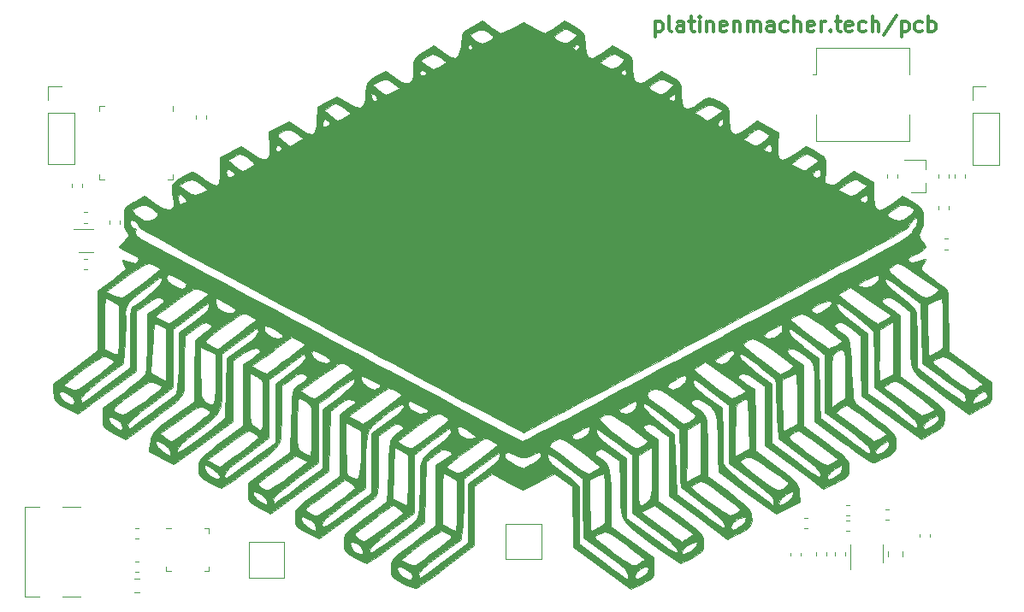
<source format=gbr>
G04 #@! TF.GenerationSoftware,KiCad,Pcbnew,5.99.0-unknown-4852a8afa1~142~ubuntu20.04.1*
G04 #@! TF.CreationDate,2021-10-18T20:21:53+02:00*
G04 #@! TF.ProjectId,chip2,63686970-322e-46b6-9963-61645f706362,1*
G04 #@! TF.SameCoordinates,Original*
G04 #@! TF.FileFunction,Legend,Top*
G04 #@! TF.FilePolarity,Positive*
%FSLAX46Y46*%
G04 Gerber Fmt 4.6, Leading zero omitted, Abs format (unit mm)*
G04 Created by KiCad (PCBNEW 5.99.0-unknown-4852a8afa1~142~ubuntu20.04.1) date 2021-10-18 20:21:53*
%MOMM*%
%LPD*%
G01*
G04 APERTURE LIST*
%ADD10C,0.300000*%
%ADD11C,0.120000*%
%ADD12C,0.127000*%
%ADD13C,0.200000*%
%ADD14C,0.010000*%
G04 APERTURE END LIST*
D10*
X158578571Y-62478571D02*
X158578571Y-63978571D01*
X158578571Y-62550000D02*
X158721428Y-62478571D01*
X159007142Y-62478571D01*
X159150000Y-62550000D01*
X159221428Y-62621428D01*
X159292857Y-62764285D01*
X159292857Y-63192857D01*
X159221428Y-63335714D01*
X159150000Y-63407142D01*
X159007142Y-63478571D01*
X158721428Y-63478571D01*
X158578571Y-63407142D01*
X160150000Y-63478571D02*
X160007142Y-63407142D01*
X159935714Y-63264285D01*
X159935714Y-61978571D01*
X161364285Y-63478571D02*
X161364285Y-62692857D01*
X161292857Y-62550000D01*
X161150000Y-62478571D01*
X160864285Y-62478571D01*
X160721428Y-62550000D01*
X161364285Y-63407142D02*
X161221428Y-63478571D01*
X160864285Y-63478571D01*
X160721428Y-63407142D01*
X160650000Y-63264285D01*
X160650000Y-63121428D01*
X160721428Y-62978571D01*
X160864285Y-62907142D01*
X161221428Y-62907142D01*
X161364285Y-62835714D01*
X161864285Y-62478571D02*
X162435714Y-62478571D01*
X162078571Y-61978571D02*
X162078571Y-63264285D01*
X162150000Y-63407142D01*
X162292857Y-63478571D01*
X162435714Y-63478571D01*
X162935714Y-63478571D02*
X162935714Y-62478571D01*
X162935714Y-61978571D02*
X162864285Y-62050000D01*
X162935714Y-62121428D01*
X163007142Y-62050000D01*
X162935714Y-61978571D01*
X162935714Y-62121428D01*
X163650000Y-62478571D02*
X163650000Y-63478571D01*
X163650000Y-62621428D02*
X163721428Y-62550000D01*
X163864285Y-62478571D01*
X164078571Y-62478571D01*
X164221428Y-62550000D01*
X164292857Y-62692857D01*
X164292857Y-63478571D01*
X165578571Y-63407142D02*
X165435714Y-63478571D01*
X165150000Y-63478571D01*
X165007142Y-63407142D01*
X164935714Y-63264285D01*
X164935714Y-62692857D01*
X165007142Y-62550000D01*
X165150000Y-62478571D01*
X165435714Y-62478571D01*
X165578571Y-62550000D01*
X165650000Y-62692857D01*
X165650000Y-62835714D01*
X164935714Y-62978571D01*
X166292857Y-62478571D02*
X166292857Y-63478571D01*
X166292857Y-62621428D02*
X166364285Y-62550000D01*
X166507142Y-62478571D01*
X166721428Y-62478571D01*
X166864285Y-62550000D01*
X166935714Y-62692857D01*
X166935714Y-63478571D01*
X167650000Y-63478571D02*
X167650000Y-62478571D01*
X167650000Y-62621428D02*
X167721428Y-62550000D01*
X167864285Y-62478571D01*
X168078571Y-62478571D01*
X168221428Y-62550000D01*
X168292857Y-62692857D01*
X168292857Y-63478571D01*
X168292857Y-62692857D02*
X168364285Y-62550000D01*
X168507142Y-62478571D01*
X168721428Y-62478571D01*
X168864285Y-62550000D01*
X168935714Y-62692857D01*
X168935714Y-63478571D01*
X170292857Y-63478571D02*
X170292857Y-62692857D01*
X170221428Y-62550000D01*
X170078571Y-62478571D01*
X169792857Y-62478571D01*
X169650000Y-62550000D01*
X170292857Y-63407142D02*
X170150000Y-63478571D01*
X169792857Y-63478571D01*
X169650000Y-63407142D01*
X169578571Y-63264285D01*
X169578571Y-63121428D01*
X169650000Y-62978571D01*
X169792857Y-62907142D01*
X170150000Y-62907142D01*
X170292857Y-62835714D01*
X171650000Y-63407142D02*
X171507142Y-63478571D01*
X171221428Y-63478571D01*
X171078571Y-63407142D01*
X171007142Y-63335714D01*
X170935714Y-63192857D01*
X170935714Y-62764285D01*
X171007142Y-62621428D01*
X171078571Y-62550000D01*
X171221428Y-62478571D01*
X171507142Y-62478571D01*
X171650000Y-62550000D01*
X172292857Y-63478571D02*
X172292857Y-61978571D01*
X172935714Y-63478571D02*
X172935714Y-62692857D01*
X172864285Y-62550000D01*
X172721428Y-62478571D01*
X172507142Y-62478571D01*
X172364285Y-62550000D01*
X172292857Y-62621428D01*
X174221428Y-63407142D02*
X174078571Y-63478571D01*
X173792857Y-63478571D01*
X173650000Y-63407142D01*
X173578571Y-63264285D01*
X173578571Y-62692857D01*
X173650000Y-62550000D01*
X173792857Y-62478571D01*
X174078571Y-62478571D01*
X174221428Y-62550000D01*
X174292857Y-62692857D01*
X174292857Y-62835714D01*
X173578571Y-62978571D01*
X174935714Y-63478571D02*
X174935714Y-62478571D01*
X174935714Y-62764285D02*
X175007142Y-62621428D01*
X175078571Y-62550000D01*
X175221428Y-62478571D01*
X175364285Y-62478571D01*
X175864285Y-63335714D02*
X175935714Y-63407142D01*
X175864285Y-63478571D01*
X175792857Y-63407142D01*
X175864285Y-63335714D01*
X175864285Y-63478571D01*
X176364285Y-62478571D02*
X176935714Y-62478571D01*
X176578571Y-61978571D02*
X176578571Y-63264285D01*
X176650000Y-63407142D01*
X176792857Y-63478571D01*
X176935714Y-63478571D01*
X178007142Y-63407142D02*
X177864285Y-63478571D01*
X177578571Y-63478571D01*
X177435714Y-63407142D01*
X177364285Y-63264285D01*
X177364285Y-62692857D01*
X177435714Y-62550000D01*
X177578571Y-62478571D01*
X177864285Y-62478571D01*
X178007142Y-62550000D01*
X178078571Y-62692857D01*
X178078571Y-62835714D01*
X177364285Y-62978571D01*
X179364285Y-63407142D02*
X179221428Y-63478571D01*
X178935714Y-63478571D01*
X178792857Y-63407142D01*
X178721428Y-63335714D01*
X178650000Y-63192857D01*
X178650000Y-62764285D01*
X178721428Y-62621428D01*
X178792857Y-62550000D01*
X178935714Y-62478571D01*
X179221428Y-62478571D01*
X179364285Y-62550000D01*
X180007142Y-63478571D02*
X180007142Y-61978571D01*
X180650000Y-63478571D02*
X180650000Y-62692857D01*
X180578571Y-62550000D01*
X180435714Y-62478571D01*
X180221428Y-62478571D01*
X180078571Y-62550000D01*
X180007142Y-62621428D01*
X182435714Y-61907142D02*
X181150000Y-63835714D01*
X182935714Y-62478571D02*
X182935714Y-63978571D01*
X182935714Y-62550000D02*
X183078571Y-62478571D01*
X183364285Y-62478571D01*
X183507142Y-62550000D01*
X183578571Y-62621428D01*
X183650000Y-62764285D01*
X183650000Y-63192857D01*
X183578571Y-63335714D01*
X183507142Y-63407142D01*
X183364285Y-63478571D01*
X183078571Y-63478571D01*
X182935714Y-63407142D01*
X184935714Y-63407142D02*
X184792857Y-63478571D01*
X184507142Y-63478571D01*
X184364285Y-63407142D01*
X184292857Y-63335714D01*
X184221428Y-63192857D01*
X184221428Y-62764285D01*
X184292857Y-62621428D01*
X184364285Y-62550000D01*
X184507142Y-62478571D01*
X184792857Y-62478571D01*
X184935714Y-62550000D01*
X185578571Y-63478571D02*
X185578571Y-61978571D01*
X185578571Y-62550000D02*
X185721428Y-62478571D01*
X186007142Y-62478571D01*
X186150000Y-62550000D01*
X186221428Y-62621428D01*
X186292857Y-62764285D01*
X186292857Y-63192857D01*
X186221428Y-63335714D01*
X186150000Y-63407142D01*
X186007142Y-63478571D01*
X185721428Y-63478571D01*
X185578571Y-63407142D01*
D11*
X121800000Y-114050000D02*
X118300000Y-114050000D01*
X118300000Y-114050000D02*
X118300000Y-117550000D01*
X121800000Y-117550000D02*
X121800000Y-114050000D01*
X118300000Y-117550000D02*
X121800000Y-117550000D01*
X143750000Y-115750000D02*
X147250000Y-115750000D01*
X147250000Y-115750000D02*
X147250000Y-112250000D01*
X143750000Y-112250000D02*
X143750000Y-115750000D01*
X147250000Y-112250000D02*
X143750000Y-112250000D01*
D12*
X149950000Y-71750000D02*
X150550000Y-71750000D01*
X149950000Y-73750000D02*
X150550000Y-73750000D01*
D13*
X148582956Y-72120000D02*
G75*
G03*
X148582956Y-72120000I-102956J0D01*
G01*
D11*
X188140000Y-77637221D02*
X188140000Y-77962779D01*
X189160000Y-77637221D02*
X189160000Y-77962779D01*
D12*
X154700000Y-91500000D02*
X155300000Y-91500000D01*
X154700000Y-89500000D02*
X155300000Y-89500000D01*
D13*
X153332956Y-89870000D02*
G75*
G03*
X153332956Y-89870000I-102956J0D01*
G01*
D12*
X163950000Y-79250000D02*
X164550000Y-79250000D01*
X163950000Y-81250000D02*
X164550000Y-81250000D01*
D13*
X162582956Y-79620000D02*
G75*
G03*
X162582956Y-79620000I-102956J0D01*
G01*
D11*
X104540000Y-82562779D02*
X104540000Y-82237221D01*
X105560000Y-82562779D02*
X105560000Y-82237221D01*
D12*
X126450000Y-81250000D02*
X127050000Y-81250000D01*
X126450000Y-79250000D02*
X127050000Y-79250000D01*
D13*
X125082956Y-79620000D02*
G75*
G03*
X125082956Y-79620000I-102956J0D01*
G01*
D12*
X159200000Y-81750000D02*
X159800000Y-81750000D01*
X159200000Y-83750000D02*
X159800000Y-83750000D01*
D13*
X157832956Y-82120000D02*
G75*
G03*
X157832956Y-82120000I-102956J0D01*
G01*
D12*
X149950000Y-78750000D02*
X150550000Y-78750000D01*
X149950000Y-76750000D02*
X150550000Y-76750000D01*
D13*
X148582956Y-77120000D02*
G75*
G03*
X148582956Y-77120000I-102956J0D01*
G01*
D12*
X140700000Y-71750000D02*
X141300000Y-71750000D01*
X140700000Y-73750000D02*
X141300000Y-73750000D01*
D13*
X139332956Y-72120000D02*
G75*
G03*
X139332956Y-72120000I-102956J0D01*
G01*
D11*
X182510000Y-77637221D02*
X182510000Y-77962779D01*
X181490000Y-77637221D02*
X181490000Y-77962779D01*
D12*
X149950000Y-83750000D02*
X150550000Y-83750000D01*
X149950000Y-81750000D02*
X150550000Y-81750000D01*
D13*
X148582956Y-82120000D02*
G75*
G03*
X148582956Y-82120000I-102956J0D01*
G01*
D12*
X117200000Y-86250000D02*
X117800000Y-86250000D01*
X117200000Y-84250000D02*
X117800000Y-84250000D01*
D13*
X115832956Y-84620000D02*
G75*
G03*
X115832956Y-84620000I-102956J0D01*
G01*
D11*
X107458578Y-117640000D02*
X106941422Y-117640000D01*
X107458578Y-119060000D02*
X106941422Y-119060000D01*
X172960000Y-115422779D02*
X172960000Y-115097221D01*
X171940000Y-115422779D02*
X171940000Y-115097221D01*
X187610000Y-77637221D02*
X187610000Y-77962779D01*
X186590000Y-77637221D02*
X186590000Y-77962779D01*
D12*
X173450000Y-81250000D02*
X174050000Y-81250000D01*
X173450000Y-79250000D02*
X174050000Y-79250000D01*
D13*
X172082956Y-79620000D02*
G75*
G03*
X172082956Y-79620000I-102956J0D01*
G01*
D11*
X102337779Y-82410000D02*
X102012221Y-82410000D01*
X102337779Y-81390000D02*
X102012221Y-81390000D01*
D12*
X149950000Y-86750000D02*
X150550000Y-86750000D01*
X149950000Y-88750000D02*
X150550000Y-88750000D01*
D13*
X148582956Y-87120000D02*
G75*
G03*
X148582956Y-87120000I-102956J0D01*
G01*
D11*
X96160000Y-119470000D02*
X97620000Y-119470000D01*
X101670000Y-119470000D02*
X99870000Y-119470000D01*
X96160000Y-110530000D02*
X97620000Y-110530000D01*
X101670000Y-110530000D02*
X99870000Y-110530000D01*
X96160000Y-119470000D02*
X96160000Y-110530000D01*
X177360000Y-115362779D02*
X177360000Y-115037221D01*
X176340000Y-115362779D02*
X176340000Y-115037221D01*
D12*
X163950000Y-76250000D02*
X164550000Y-76250000D01*
X163950000Y-74250000D02*
X164550000Y-74250000D01*
D13*
X162582956Y-74620000D02*
G75*
G03*
X162582956Y-74620000I-102956J0D01*
G01*
D12*
X145200000Y-89500000D02*
X145800000Y-89500000D01*
X145200000Y-91500000D02*
X145800000Y-91500000D01*
D13*
X143832956Y-89870000D02*
G75*
G03*
X143832956Y-89870000I-102956J0D01*
G01*
D11*
X113040000Y-71762221D02*
X113040000Y-72087779D01*
X114060000Y-71762221D02*
X114060000Y-72087779D01*
D12*
X154700000Y-81250000D02*
X155300000Y-81250000D01*
X154700000Y-79250000D02*
X155300000Y-79250000D01*
D13*
X153332956Y-79620000D02*
G75*
G03*
X153332956Y-79620000I-102956J0D01*
G01*
D12*
X159200000Y-78750000D02*
X159800000Y-78750000D01*
X159200000Y-76750000D02*
X159800000Y-76750000D01*
D13*
X157832956Y-77120000D02*
G75*
G03*
X157832956Y-77120000I-102956J0D01*
G01*
D12*
X131200000Y-71750000D02*
X131800000Y-71750000D01*
X131200000Y-73750000D02*
X131800000Y-73750000D01*
D13*
X129832956Y-72120000D02*
G75*
G03*
X129832956Y-72120000I-102956J0D01*
G01*
D12*
X140700000Y-86750000D02*
X141300000Y-86750000D01*
X140700000Y-88750000D02*
X141300000Y-88750000D01*
D13*
X139332956Y-87120000D02*
G75*
G03*
X139332956Y-87120000I-102956J0D01*
G01*
D12*
X140700000Y-78750000D02*
X141300000Y-78750000D01*
X140700000Y-76750000D02*
X141300000Y-76750000D01*
D13*
X139332956Y-77120000D02*
G75*
G03*
X139332956Y-77120000I-102956J0D01*
G01*
D12*
X126450000Y-86250000D02*
X127050000Y-86250000D01*
X126450000Y-84250000D02*
X127050000Y-84250000D01*
D13*
X125082956Y-84620000D02*
G75*
G03*
X125082956Y-84620000I-102956J0D01*
G01*
D12*
X168700000Y-81750000D02*
X169300000Y-81750000D01*
X168700000Y-83750000D02*
X169300000Y-83750000D01*
D13*
X167332956Y-82120000D02*
G75*
G03*
X167332956Y-82120000I-102956J0D01*
G01*
D12*
X135950000Y-89500000D02*
X136550000Y-89500000D01*
X135950000Y-91500000D02*
X136550000Y-91500000D01*
D13*
X134582956Y-89870000D02*
G75*
G03*
X134582956Y-89870000I-102956J0D01*
G01*
D12*
X163950000Y-89500000D02*
X164550000Y-89500000D01*
X163950000Y-91500000D02*
X164550000Y-91500000D01*
D13*
X162582956Y-89870000D02*
G75*
G03*
X162582956Y-89870000I-102956J0D01*
G01*
D11*
X185710000Y-113562779D02*
X185710000Y-113237221D01*
X184690000Y-113562779D02*
X184690000Y-113237221D01*
D12*
X149950000Y-66750000D02*
X150550000Y-66750000D01*
X149950000Y-68750000D02*
X150550000Y-68750000D01*
D13*
X148582956Y-67120000D02*
G75*
G03*
X148582956Y-67120000I-102956J0D01*
G01*
D12*
X168700000Y-86750000D02*
X169300000Y-86750000D01*
X168700000Y-88750000D02*
X169300000Y-88750000D01*
D13*
X167332956Y-87120000D02*
G75*
G03*
X167332956Y-87120000I-102956J0D01*
G01*
D11*
X187610000Y-81062779D02*
X187610000Y-80737221D01*
X186590000Y-81062779D02*
X186590000Y-80737221D01*
D12*
X131200000Y-78750000D02*
X131800000Y-78750000D01*
X131200000Y-76750000D02*
X131800000Y-76750000D01*
D13*
X129832956Y-77120000D02*
G75*
G03*
X129832956Y-77120000I-102956J0D01*
G01*
D11*
X181060000Y-116100000D02*
X181060000Y-114300000D01*
X177840000Y-114300000D02*
X177840000Y-116750000D01*
D12*
X145200000Y-69250000D02*
X145800000Y-69250000D01*
X145200000Y-71250000D02*
X145800000Y-71250000D01*
D13*
X143832956Y-69620000D02*
G75*
G03*
X143832956Y-69620000I-102956J0D01*
G01*
D12*
X145200000Y-76250000D02*
X145800000Y-76250000D01*
X145200000Y-74250000D02*
X145800000Y-74250000D01*
D13*
X143832956Y-74620000D02*
G75*
G03*
X143832956Y-74620000I-102956J0D01*
G01*
D12*
X173450000Y-84250000D02*
X174050000Y-84250000D01*
X173450000Y-86250000D02*
X174050000Y-86250000D01*
D13*
X172082956Y-84620000D02*
G75*
G03*
X172082956Y-84620000I-102956J0D01*
G01*
D12*
X140700000Y-97000000D02*
X141300000Y-97000000D01*
X140700000Y-99000000D02*
X141300000Y-99000000D01*
D13*
X139332956Y-97370000D02*
G75*
G03*
X139332956Y-97370000I-102956J0D01*
G01*
D12*
X154700000Y-94500000D02*
X155300000Y-94500000D01*
X154700000Y-96500000D02*
X155300000Y-96500000D01*
D13*
X153332956Y-94870000D02*
G75*
G03*
X153332956Y-94870000I-102956J0D01*
G01*
D11*
X187187221Y-84015000D02*
X187512779Y-84015000D01*
X187187221Y-85035000D02*
X187512779Y-85035000D01*
D12*
X135950000Y-76250000D02*
X136550000Y-76250000D01*
X135950000Y-74250000D02*
X136550000Y-74250000D01*
D13*
X134582956Y-74620000D02*
G75*
G03*
X134582956Y-74620000I-102956J0D01*
G01*
D12*
X135950000Y-79250000D02*
X136550000Y-79250000D01*
X135950000Y-81250000D02*
X136550000Y-81250000D01*
D13*
X134582956Y-79620000D02*
G75*
G03*
X134582956Y-79620000I-102956J0D01*
G01*
D12*
X163950000Y-84250000D02*
X164550000Y-84250000D01*
X163950000Y-86250000D02*
X164550000Y-86250000D01*
D13*
X162582956Y-84620000D02*
G75*
G03*
X162582956Y-84620000I-102956J0D01*
G01*
D11*
X181337221Y-110840000D02*
X181662779Y-110840000D01*
X181337221Y-111860000D02*
X181662779Y-111860000D01*
D12*
X154700000Y-84250000D02*
X155300000Y-84250000D01*
X154700000Y-86250000D02*
X155300000Y-86250000D01*
D13*
X153332956Y-84620000D02*
G75*
G03*
X153332956Y-84620000I-102956J0D01*
G01*
D12*
X145200000Y-81250000D02*
X145800000Y-81250000D01*
X145200000Y-79250000D02*
X145800000Y-79250000D01*
D13*
X143832956Y-79620000D02*
G75*
G03*
X143832956Y-79620000I-102956J0D01*
G01*
D12*
X145200000Y-99500000D02*
X145800000Y-99500000D01*
X145200000Y-101500000D02*
X145800000Y-101500000D01*
D13*
X143832956Y-99870000D02*
G75*
G03*
X143832956Y-99870000I-102956J0D01*
G01*
D12*
X140700000Y-66750000D02*
X141300000Y-66750000D01*
X140700000Y-68750000D02*
X141300000Y-68750000D01*
D13*
X139332956Y-67120000D02*
G75*
G03*
X139332956Y-67120000I-102956J0D01*
G01*
D11*
X114360000Y-112702500D02*
X114360000Y-113177500D01*
X110615000Y-112702500D02*
X110140000Y-112702500D01*
X113885000Y-116922500D02*
X114360000Y-116922500D01*
X114360000Y-116922500D02*
X114360000Y-116447500D01*
X110140000Y-116922500D02*
X110140000Y-116447500D01*
X110615000Y-116922500D02*
X110140000Y-116922500D01*
X113885000Y-112702500D02*
X114360000Y-112702500D01*
X102012221Y-85990000D02*
X102337779Y-85990000D01*
X102012221Y-87010000D02*
X102337779Y-87010000D01*
D12*
X154700000Y-71250000D02*
X155300000Y-71250000D01*
X154700000Y-69250000D02*
X155300000Y-69250000D01*
D13*
X153332956Y-69620000D02*
G75*
G03*
X153332956Y-69620000I-102956J0D01*
G01*
D12*
X154700000Y-74250000D02*
X155300000Y-74250000D01*
X154700000Y-76250000D02*
X155300000Y-76250000D01*
D13*
X153332956Y-74620000D02*
G75*
G03*
X153332956Y-74620000I-102956J0D01*
G01*
D12*
X135950000Y-96500000D02*
X136550000Y-96500000D01*
X135950000Y-94500000D02*
X136550000Y-94500000D01*
D13*
X134582956Y-94870000D02*
G75*
G03*
X134582956Y-94870000I-102956J0D01*
G01*
D12*
X140700000Y-81750000D02*
X141300000Y-81750000D01*
X140700000Y-83750000D02*
X141300000Y-83750000D01*
D13*
X139332956Y-82120000D02*
G75*
G03*
X139332956Y-82120000I-102956J0D01*
G01*
D12*
X126450000Y-89500000D02*
X127050000Y-89500000D01*
X126450000Y-91500000D02*
X127050000Y-91500000D01*
D13*
X125082956Y-89870000D02*
G75*
G03*
X125082956Y-89870000I-102956J0D01*
G01*
D12*
X140700000Y-92000000D02*
X141300000Y-92000000D01*
X140700000Y-94000000D02*
X141300000Y-94000000D01*
D13*
X139332956Y-92370000D02*
G75*
G03*
X139332956Y-92370000I-102956J0D01*
G01*
D11*
X101810000Y-78587221D02*
X101810000Y-78912779D01*
X100790000Y-78587221D02*
X100790000Y-78912779D01*
X183710000Y-71660000D02*
X183710000Y-74310000D01*
X174490000Y-67740000D02*
X174160000Y-67740000D01*
X174490000Y-67740000D02*
X174490000Y-65090000D01*
X183710000Y-74310000D02*
X174490000Y-74310000D01*
X174490000Y-74310000D02*
X174490000Y-71660000D01*
X183710000Y-65090000D02*
X183710000Y-67740000D01*
X174490000Y-65090000D02*
X183710000Y-65090000D01*
D12*
X121700000Y-81750000D02*
X122300000Y-81750000D01*
X121700000Y-83750000D02*
X122300000Y-83750000D01*
D13*
X120332956Y-82120000D02*
G75*
G03*
X120332956Y-82120000I-102956J0D01*
G01*
D12*
X131200000Y-81750000D02*
X131800000Y-81750000D01*
X131200000Y-83750000D02*
X131800000Y-83750000D01*
D13*
X129832956Y-82120000D02*
G75*
G03*
X129832956Y-82120000I-102956J0D01*
G01*
D12*
X112450000Y-83750000D02*
X113050000Y-83750000D01*
X112450000Y-81750000D02*
X113050000Y-81750000D01*
D13*
X111082956Y-82120000D02*
G75*
G03*
X111082956Y-82120000I-102956J0D01*
G01*
D11*
X177437221Y-110389999D02*
X177762779Y-110389999D01*
X177437221Y-111409999D02*
X177762779Y-111409999D01*
D12*
X159200000Y-94000000D02*
X159800000Y-94000000D01*
X159200000Y-92000000D02*
X159800000Y-92000000D01*
D13*
X157832956Y-92370000D02*
G75*
G03*
X157832956Y-92370000I-102956J0D01*
G01*
D11*
X181590000Y-115458578D02*
X181590000Y-114941422D01*
X183010000Y-115458578D02*
X183010000Y-114941422D01*
X189920000Y-76660000D02*
X192580000Y-76660000D01*
X189920000Y-68920000D02*
X191250000Y-68920000D01*
X192580000Y-71520000D02*
X192580000Y-76660000D01*
X189920000Y-71520000D02*
X192580000Y-71520000D01*
X189920000Y-71520000D02*
X189920000Y-76660000D01*
X189920000Y-70250000D02*
X189920000Y-68920000D01*
D12*
X121700000Y-78750000D02*
X122300000Y-78750000D01*
X121700000Y-76750000D02*
X122300000Y-76750000D01*
D13*
X120332956Y-77120000D02*
G75*
G03*
X120332956Y-77120000I-102956J0D01*
G01*
D11*
X107037221Y-115940000D02*
X107362779Y-115940000D01*
X107037221Y-116960000D02*
X107362779Y-116960000D01*
D12*
X177950000Y-81750000D02*
X178550000Y-81750000D01*
X177950000Y-83750000D02*
X178550000Y-83750000D01*
D13*
X176582956Y-82120000D02*
G75*
G03*
X176582956Y-82120000I-102956J0D01*
G01*
D12*
X145200000Y-86250000D02*
X145800000Y-86250000D01*
X145200000Y-84250000D02*
X145800000Y-84250000D01*
D13*
X143832956Y-84620000D02*
G75*
G03*
X143832956Y-84620000I-102956J0D01*
G01*
D12*
X131200000Y-94000000D02*
X131800000Y-94000000D01*
X131200000Y-92000000D02*
X131800000Y-92000000D01*
D13*
X129832956Y-92370000D02*
G75*
G03*
X129832956Y-92370000I-102956J0D01*
G01*
D11*
X107037221Y-113710000D02*
X107362779Y-113710000D01*
X107037221Y-112690000D02*
X107362779Y-112690000D01*
D12*
X149950000Y-94000000D02*
X150550000Y-94000000D01*
X149950000Y-92000000D02*
X150550000Y-92000000D01*
D13*
X148582956Y-92370000D02*
G75*
G03*
X148582956Y-92370000I-102956J0D01*
G01*
D12*
X159200000Y-73750000D02*
X159800000Y-73750000D01*
X159200000Y-71750000D02*
X159800000Y-71750000D01*
D13*
X157832956Y-72120000D02*
G75*
G03*
X157832956Y-72120000I-102956J0D01*
G01*
D11*
X185310000Y-76220000D02*
X183150000Y-76220000D01*
X185310000Y-76220000D02*
X185310000Y-77150000D01*
X185310000Y-79380000D02*
X183850000Y-79380000D01*
X185310000Y-79380000D02*
X185310000Y-78450000D01*
D12*
X135950000Y-86250000D02*
X136550000Y-86250000D01*
X135950000Y-84250000D02*
X136550000Y-84250000D01*
D13*
X134582956Y-84620000D02*
G75*
G03*
X134582956Y-84620000I-102956J0D01*
G01*
D12*
X168700000Y-78750000D02*
X169300000Y-78750000D01*
X168700000Y-76750000D02*
X169300000Y-76750000D01*
D13*
X167332956Y-77120000D02*
G75*
G03*
X167332956Y-77120000I-102956J0D01*
G01*
D12*
X149950000Y-97000000D02*
X150550000Y-97000000D01*
X149950000Y-99000000D02*
X150550000Y-99000000D01*
D13*
X148582956Y-97370000D02*
G75*
G03*
X148582956Y-97370000I-102956J0D01*
G01*
D12*
X121700000Y-88750000D02*
X122300000Y-88750000D01*
X121700000Y-86750000D02*
X122300000Y-86750000D01*
D13*
X120332956Y-87120000D02*
G75*
G03*
X120332956Y-87120000I-102956J0D01*
G01*
D11*
X177762779Y-112960000D02*
X177437221Y-112960000D01*
X177762779Y-111940000D02*
X177437221Y-111940000D01*
D12*
X145200000Y-96500000D02*
X145800000Y-96500000D01*
X145200000Y-94500000D02*
X145800000Y-94500000D01*
D13*
X143832956Y-94870000D02*
G75*
G03*
X143832956Y-94870000I-102956J0D01*
G01*
D12*
X117200000Y-81250000D02*
X117800000Y-81250000D01*
X117200000Y-79250000D02*
X117800000Y-79250000D01*
D13*
X115832956Y-79620000D02*
G75*
G03*
X115832956Y-79620000I-102956J0D01*
G01*
D12*
X126450000Y-74250000D02*
X127050000Y-74250000D01*
X126450000Y-76250000D02*
X127050000Y-76250000D01*
D13*
X125082956Y-74620000D02*
G75*
G03*
X125082956Y-74620000I-102956J0D01*
G01*
D11*
X102875000Y-83040000D02*
X100975000Y-83040000D01*
X101475000Y-85360000D02*
X102875000Y-85360000D01*
D12*
X145200000Y-66250000D02*
X145800000Y-66250000D01*
X145200000Y-64250000D02*
X145800000Y-64250000D01*
D13*
X143832956Y-64620000D02*
G75*
G03*
X143832956Y-64620000I-102956J0D01*
G01*
D11*
X175460000Y-115074721D02*
X175460000Y-115400279D01*
X174440000Y-115074721D02*
X174440000Y-115400279D01*
D12*
X159200000Y-88750000D02*
X159800000Y-88750000D01*
X159200000Y-86750000D02*
X159800000Y-86750000D01*
D13*
X157832956Y-87120000D02*
G75*
G03*
X157832956Y-87120000I-102956J0D01*
G01*
D11*
X103540000Y-71365000D02*
X103540000Y-70890000D01*
X110760000Y-71365000D02*
X110760000Y-70890000D01*
X103540000Y-70890000D02*
X104015000Y-70890000D01*
X103540000Y-78110000D02*
X104015000Y-78110000D01*
X110760000Y-77635000D02*
X110760000Y-78110000D01*
X103540000Y-77635000D02*
X103540000Y-78110000D01*
X110760000Y-78110000D02*
X110285000Y-78110000D01*
X173267221Y-112640000D02*
X173592779Y-112640000D01*
X173267221Y-111620000D02*
X173592779Y-111620000D01*
X98420000Y-68895000D02*
X99750000Y-68895000D01*
X101080000Y-71495000D02*
X101080000Y-76635000D01*
X98420000Y-71495000D02*
X101080000Y-71495000D01*
X98420000Y-70225000D02*
X98420000Y-68895000D01*
X98420000Y-71495000D02*
X98420000Y-76635000D01*
X98420000Y-76635000D02*
X101080000Y-76635000D01*
D12*
X131200000Y-88750000D02*
X131800000Y-88750000D01*
X131200000Y-86750000D02*
X131800000Y-86750000D01*
D13*
X129832956Y-87120000D02*
G75*
G03*
X129832956Y-87120000I-102956J0D01*
G01*
D14*
X150539905Y-62957846D02*
X151104914Y-63309148D01*
X151104914Y-63309148D02*
X151407555Y-63613699D01*
X151407555Y-63613699D02*
X151539900Y-64026248D01*
X151539900Y-64026248D02*
X151594019Y-64701542D01*
X151594019Y-64701542D02*
X151595650Y-64732280D01*
X151595650Y-64732280D02*
X151705452Y-65562883D01*
X151705452Y-65562883D02*
X151950324Y-66007182D01*
X151950324Y-66007182D02*
X152366969Y-66080985D01*
X152366969Y-66080985D02*
X152992087Y-65800100D01*
X152992087Y-65800100D02*
X153415755Y-65516219D01*
X153415755Y-65516219D02*
X154348657Y-64846259D01*
X154348657Y-64846259D02*
X155321828Y-65416576D01*
X155321828Y-65416576D02*
X155883965Y-65765557D01*
X155883965Y-65765557D02*
X156172946Y-66064322D01*
X156172946Y-66064322D02*
X156279661Y-66472290D01*
X156279661Y-66472290D02*
X156295000Y-67123499D01*
X156295000Y-67123499D02*
X156326738Y-67831742D01*
X156326738Y-67831742D02*
X156447214Y-68241206D01*
X156447214Y-68241206D02*
X156694323Y-68473378D01*
X156694323Y-68473378D02*
X156720558Y-68487857D01*
X156720558Y-68487857D02*
X157037144Y-68578447D01*
X157037144Y-68578447D02*
X157414770Y-68477266D01*
X157414770Y-68477266D02*
X157970622Y-68146890D01*
X157970622Y-68146890D02*
X158132430Y-68037007D01*
X158132430Y-68037007D02*
X159118744Y-67358405D01*
X159118744Y-67358405D02*
X160088122Y-67909352D01*
X160088122Y-67909352D02*
X160635822Y-68238010D01*
X160635822Y-68238010D02*
X160927053Y-68523314D01*
X160927053Y-68523314D02*
X161046252Y-68914754D01*
X161046252Y-68914754D02*
X161077859Y-69561821D01*
X161077859Y-69561821D02*
X161079799Y-69665017D01*
X161079799Y-69665017D02*
X161157310Y-70542891D01*
X161157310Y-70542891D02*
X161371349Y-71028976D01*
X161371349Y-71028976D02*
X161754140Y-71141767D01*
X161754140Y-71141767D02*
X162337905Y-70899759D01*
X162337905Y-70899759D02*
X162752369Y-70624959D01*
X162752369Y-70624959D02*
X163377986Y-70199715D01*
X163377986Y-70199715D02*
X163822931Y-70018557D01*
X163822931Y-70018557D02*
X164243156Y-70068872D01*
X164243156Y-70068872D02*
X164794613Y-70338048D01*
X164794613Y-70338048D02*
X164982684Y-70444583D01*
X164982684Y-70444583D02*
X165454323Y-70735467D01*
X165454323Y-70735467D02*
X165703180Y-71011178D01*
X165703180Y-71011178D02*
X165800696Y-71415839D01*
X165800696Y-71415839D02*
X165818313Y-72093573D01*
X165818313Y-72093573D02*
X165818369Y-72130469D01*
X165818369Y-72130469D02*
X165882292Y-73013441D01*
X165882292Y-73013441D02*
X166092899Y-73507440D01*
X166092899Y-73507440D02*
X166482824Y-73628844D01*
X166482824Y-73628844D02*
X167084703Y-73394029D01*
X167084703Y-73394029D02*
X167630698Y-73039953D01*
X167630698Y-73039953D02*
X168649195Y-72315827D01*
X168649195Y-72315827D02*
X170708559Y-73460833D01*
X170708559Y-73460833D02*
X170660634Y-74701258D01*
X170660634Y-74701258D02*
X170680353Y-75577647D01*
X170680353Y-75577647D02*
X170846468Y-76068445D01*
X170846468Y-76068445D02*
X171194780Y-76192000D01*
X171194780Y-76192000D02*
X171761089Y-75966661D01*
X171761089Y-75966661D02*
X172360502Y-75572497D01*
X172360502Y-75572497D02*
X173414680Y-74815145D01*
X173414680Y-74815145D02*
X174259645Y-75246214D01*
X174259645Y-75246214D02*
X174808859Y-75561547D01*
X174808859Y-75561547D02*
X175187091Y-75842827D01*
X175187091Y-75842827D02*
X175255043Y-75920689D01*
X175255043Y-75920689D02*
X175351625Y-76282849D01*
X175351625Y-76282849D02*
X175397609Y-76861318D01*
X175397609Y-76861318D02*
X175392406Y-77484747D01*
X175392406Y-77484747D02*
X175335425Y-77981789D01*
X175335425Y-77981789D02*
X175262766Y-78164456D01*
X175262766Y-78164456D02*
X175314271Y-78353637D01*
X175314271Y-78353637D02*
X175600054Y-78564054D01*
X175600054Y-78564054D02*
X175909916Y-78678594D01*
X175909916Y-78678594D02*
X176229667Y-78627922D01*
X176229667Y-78627922D02*
X176676546Y-78372898D01*
X176676546Y-78372898D02*
X177122210Y-78055928D01*
X177122210Y-78055928D02*
X178164368Y-77290914D01*
X178164368Y-77290914D02*
X179135934Y-77834174D01*
X179135934Y-77834174D02*
X180107500Y-78377433D01*
X180107500Y-78377433D02*
X180129850Y-79729133D01*
X180129850Y-79729133D02*
X180192065Y-80568579D01*
X180192065Y-80568579D02*
X180374758Y-81035043D01*
X180374758Y-81035043D02*
X180723185Y-81146597D01*
X180723185Y-81146597D02*
X181282604Y-80921314D01*
X181282604Y-80921314D02*
X181975221Y-80466046D01*
X181975221Y-80466046D02*
X182996275Y-79735743D01*
X182996275Y-79735743D02*
X183986054Y-80315844D01*
X183986054Y-80315844D02*
X184569663Y-80688938D01*
X184569663Y-80688938D02*
X184875738Y-81017044D01*
X184875738Y-81017044D02*
X185006047Y-81443172D01*
X185006047Y-81443172D02*
X185041765Y-81799428D01*
X185041765Y-81799428D02*
X185004960Y-82579540D01*
X185004960Y-82579540D02*
X184801912Y-83169559D01*
X184801912Y-83169559D02*
X184798745Y-83174431D01*
X184798745Y-83174431D02*
X184611139Y-83551495D01*
X184611139Y-83551495D02*
X184685317Y-83874349D01*
X184685317Y-83874349D02*
X184886857Y-84162558D01*
X184886857Y-84162558D02*
X185169217Y-84573776D01*
X185169217Y-84573776D02*
X185288626Y-84833859D01*
X185288626Y-84833859D02*
X185119047Y-85009137D01*
X185119047Y-85009137D02*
X184679771Y-85289308D01*
X184679771Y-85289308D02*
X184323471Y-85481450D01*
X184323471Y-85481450D02*
X183769115Y-85786084D01*
X183769115Y-85786084D02*
X183546753Y-85993173D01*
X183546753Y-85993173D02*
X183598530Y-86170180D01*
X183598530Y-86170180D02*
X183673266Y-86239638D01*
X183673266Y-86239638D02*
X183979969Y-86386159D01*
X183979969Y-86386159D02*
X184380731Y-86294511D01*
X184380731Y-86294511D02*
X184643128Y-86168696D01*
X184643128Y-86168696D02*
X185118098Y-85973278D01*
X185118098Y-85973278D02*
X185267934Y-86048893D01*
X185267934Y-86048893D02*
X185094834Y-86398157D01*
X185094834Y-86398157D02*
X184974747Y-86563984D01*
X184974747Y-86563984D02*
X184838532Y-86802040D01*
X184838532Y-86802040D02*
X184881297Y-87024071D01*
X184881297Y-87024071D02*
X185157731Y-87314277D01*
X185157731Y-87314277D02*
X185722521Y-87756857D01*
X185722521Y-87756857D02*
X185775229Y-87796440D01*
X185775229Y-87796440D02*
X186399265Y-88256162D01*
X186399265Y-88256162D02*
X186921692Y-88626249D01*
X186921692Y-88626249D02*
X187198333Y-88807395D01*
X187198333Y-88807395D02*
X187372208Y-89028224D01*
X187372208Y-89028224D02*
X187474885Y-89495679D01*
X187474885Y-89495679D02*
X187519580Y-90284308D01*
X187519580Y-90284308D02*
X187523943Y-90644105D01*
X187523943Y-90644105D02*
X187534593Y-91704888D01*
X187534593Y-91704888D02*
X187554400Y-92842703D01*
X187554400Y-92842703D02*
X187576859Y-93733058D01*
X187576859Y-93733058D02*
X187621666Y-95166949D01*
X187621666Y-95166949D02*
X191836718Y-98225833D01*
X191836718Y-98225833D02*
X191845859Y-99205301D01*
X191845859Y-99205301D02*
X191834816Y-99753990D01*
X191834816Y-99753990D02*
X191730495Y-100102763D01*
X191730495Y-100102763D02*
X191445409Y-100373656D01*
X191445409Y-100373656D02*
X190892068Y-100688705D01*
X190892068Y-100688705D02*
X190716250Y-100780980D01*
X190716250Y-100780980D02*
X189577500Y-101377192D01*
X189577500Y-101377192D02*
X187170833Y-99603235D01*
X187170833Y-99603235D02*
X186036494Y-98774086D01*
X186036494Y-98774086D02*
X185188658Y-98145331D01*
X185188658Y-98145331D02*
X184586059Y-97649446D01*
X184586059Y-97649446D02*
X184187433Y-97218909D01*
X184187433Y-97218909D02*
X183951515Y-96786198D01*
X183951515Y-96786198D02*
X183837038Y-96283790D01*
X183837038Y-96283790D02*
X183802738Y-95644162D01*
X183802738Y-95644162D02*
X183807349Y-94799791D01*
X183807349Y-94799791D02*
X183811666Y-94106618D01*
X183811666Y-94106618D02*
X183811666Y-91225362D01*
X183811666Y-91225362D02*
X182750725Y-90433296D01*
X182750725Y-90433296D02*
X182133955Y-89999551D01*
X182133955Y-89999551D02*
X181726890Y-89803395D01*
X181726890Y-89803395D02*
X181419964Y-89804426D01*
X181419964Y-89804426D02*
X181246334Y-89878557D01*
X181246334Y-89878557D02*
X180974330Y-90109936D01*
X180974330Y-90109936D02*
X180984358Y-90266703D01*
X180984358Y-90266703D02*
X181254850Y-90475562D01*
X181254850Y-90475562D02*
X181726328Y-90827168D01*
X181726328Y-90827168D02*
X181959583Y-90998699D01*
X181959583Y-90998699D02*
X182753333Y-91579877D01*
X182753333Y-91579877D02*
X182754708Y-94585355D01*
X182754708Y-94585355D02*
X182756084Y-97590833D01*
X182756084Y-97590833D02*
X184373958Y-98755000D01*
X184373958Y-98755000D02*
X185423812Y-99513969D01*
X185423812Y-99513969D02*
X186176959Y-100078028D01*
X186176959Y-100078028D02*
X186680931Y-100498668D01*
X186680931Y-100498668D02*
X186983256Y-100827382D01*
X186983256Y-100827382D02*
X187131463Y-101115660D01*
X187131463Y-101115660D02*
X187173082Y-101414994D01*
X187173082Y-101414994D02*
X187156223Y-101769205D01*
X187156223Y-101769205D02*
X187086955Y-102260477D01*
X187086955Y-102260477D02*
X186907264Y-102602494D01*
X186907264Y-102602494D02*
X186521850Y-102913329D01*
X186521850Y-102913329D02*
X185973746Y-103234296D01*
X185973746Y-103234296D02*
X184854993Y-103857667D01*
X184854993Y-103857667D02*
X178954527Y-99531281D01*
X178954527Y-99531281D02*
X178896013Y-96560603D01*
X178896013Y-96560603D02*
X178837500Y-93589924D01*
X178837500Y-93589924D02*
X177921461Y-92891629D01*
X177921461Y-92891629D02*
X177339816Y-92460736D01*
X177339816Y-92460736D02*
X176977263Y-92255963D01*
X176977263Y-92255963D02*
X176720083Y-92241801D01*
X176720083Y-92241801D02*
X176454562Y-92382740D01*
X176454562Y-92382740D02*
X176403333Y-92417567D01*
X176403333Y-92417567D02*
X176231027Y-92607910D01*
X176231027Y-92607910D02*
X176370612Y-92821678D01*
X176370612Y-92821678D02*
X176603509Y-92996409D01*
X176603509Y-92996409D02*
X177079068Y-93333497D01*
X177079068Y-93333497D02*
X177416475Y-93625584D01*
X177416475Y-93625584D02*
X177642057Y-93951956D01*
X177642057Y-93951956D02*
X177782142Y-94391897D01*
X177782142Y-94391897D02*
X177863056Y-95024693D01*
X177863056Y-95024693D02*
X177911129Y-95929626D01*
X177911129Y-95929626D02*
X177948189Y-97045889D01*
X177948189Y-97045889D02*
X177997382Y-98306197D01*
X177997382Y-98306197D02*
X178056815Y-99204488D01*
X178056815Y-99204488D02*
X178134380Y-99802069D01*
X178134380Y-99802069D02*
X178237967Y-100160249D01*
X178237967Y-100160249D02*
X178371883Y-100337756D01*
X178371883Y-100337756D02*
X179632190Y-101260914D01*
X179632190Y-101260914D02*
X180591790Y-101973904D01*
X180591790Y-101973904D02*
X181291667Y-102516472D01*
X181291667Y-102516472D02*
X181772809Y-102928362D01*
X181772809Y-102928362D02*
X182076202Y-103249321D01*
X182076202Y-103249321D02*
X182242830Y-103519093D01*
X182242830Y-103519093D02*
X182313680Y-103777424D01*
X182313680Y-103777424D02*
X182329739Y-104064059D01*
X182329739Y-104064059D02*
X182330000Y-104176062D01*
X182330000Y-104176062D02*
X182301850Y-104714877D01*
X182301850Y-104714877D02*
X182153703Y-105062655D01*
X182153703Y-105062655D02*
X181790013Y-105359911D01*
X181790013Y-105359911D02*
X181350839Y-105616070D01*
X181350839Y-105616070D02*
X180739597Y-105927670D01*
X180739597Y-105927670D02*
X180247529Y-106125877D01*
X180247529Y-106125877D02*
X180071733Y-106163333D01*
X180071733Y-106163333D02*
X179807345Y-106042122D01*
X179807345Y-106042122D02*
X179270637Y-105707229D01*
X179270637Y-105707229D02*
X178525846Y-105201760D01*
X178525846Y-105201760D02*
X177637211Y-104568820D01*
X177637211Y-104568820D02*
X177029227Y-104121639D01*
X177029227Y-104121639D02*
X174286666Y-102079946D01*
X174286666Y-102079946D02*
X174286666Y-99376451D01*
X174286666Y-99376451D02*
X174276759Y-98323170D01*
X174276759Y-98323170D02*
X174249717Y-97404778D01*
X174249717Y-97404778D02*
X174209560Y-96714503D01*
X174209560Y-96714503D02*
X174160305Y-96345568D01*
X174160305Y-96345568D02*
X174155365Y-96330791D01*
X174155365Y-96330791D02*
X173883061Y-95969383D01*
X173883061Y-95969383D02*
X173389647Y-95557740D01*
X173389647Y-95557740D02*
X172805301Y-95179434D01*
X172805301Y-95179434D02*
X172260201Y-94918038D01*
X172260201Y-94918038D02*
X171884526Y-94857127D01*
X171884526Y-94857127D02*
X171868186Y-94862436D01*
X171868186Y-94862436D02*
X171581462Y-95054926D01*
X171581462Y-95054926D02*
X171632075Y-95315511D01*
X171632075Y-95315511D02*
X172040002Y-95685441D01*
X172040002Y-95685441D02*
X172381666Y-95922624D01*
X172381666Y-95922624D02*
X173228333Y-96482921D01*
X173228333Y-96482921D02*
X173228333Y-102524330D01*
X173228333Y-102524330D02*
X175450833Y-104177439D01*
X175450833Y-104177439D02*
X176355245Y-104854615D01*
X176355245Y-104854615D02*
X176973506Y-105342061D01*
X176973506Y-105342061D02*
X177360025Y-105701503D01*
X177360025Y-105701503D02*
X177569211Y-105994666D01*
X177569211Y-105994666D02*
X177655472Y-106283277D01*
X177655472Y-106283277D02*
X177673216Y-106629062D01*
X177673216Y-106629062D02*
X177673333Y-106698855D01*
X177673333Y-106698855D02*
X177654896Y-107174004D01*
X177654896Y-107174004D02*
X177541668Y-107487925D01*
X177541668Y-107487925D02*
X177246773Y-107742517D01*
X177246773Y-107742517D02*
X176683335Y-108039678D01*
X176683335Y-108039678D02*
X176423901Y-108164336D01*
X176423901Y-108164336D02*
X175174469Y-108761509D01*
X175174469Y-108761509D02*
X173851810Y-107776142D01*
X173851810Y-107776142D02*
X175583608Y-107776142D01*
X175583608Y-107776142D02*
X175752849Y-107826635D01*
X175752849Y-107826635D02*
X176179142Y-107652557D01*
X176179142Y-107652557D02*
X176413844Y-107533731D01*
X176413844Y-107533731D02*
X176897430Y-107146174D01*
X176897430Y-107146174D02*
X177038333Y-106773413D01*
X177038333Y-106773413D02*
X177019094Y-106498901D01*
X177019094Y-106498901D02*
X176889010Y-106452290D01*
X176889010Y-106452290D02*
X176539528Y-106627888D01*
X176539528Y-106627888D02*
X176351108Y-106737392D01*
X176351108Y-106737392D02*
X175880187Y-107092188D01*
X175880187Y-107092188D02*
X175610165Y-107446104D01*
X175610165Y-107446104D02*
X175594754Y-107497710D01*
X175594754Y-107497710D02*
X175583608Y-107776142D01*
X175583608Y-107776142D02*
X173851810Y-107776142D01*
X173851810Y-107776142D02*
X172296401Y-106617379D01*
X172296401Y-106617379D02*
X169418333Y-104473248D01*
X169418333Y-104473248D02*
X169418333Y-98615096D01*
X169418333Y-98615096D02*
X168464759Y-97930292D01*
X168464759Y-97930292D02*
X167720516Y-97479506D01*
X167720516Y-97479506D02*
X167193399Y-97358707D01*
X167193399Y-97358707D02*
X167088926Y-97379507D01*
X167088926Y-97379507D02*
X166751251Y-97538863D01*
X166751251Y-97538863D02*
X166733842Y-97740298D01*
X166733842Y-97740298D02*
X167059570Y-98035600D01*
X167059570Y-98035600D02*
X167507941Y-98328334D01*
X167507941Y-98328334D02*
X168349217Y-98848271D01*
X168349217Y-98848271D02*
X168407525Y-101922029D01*
X168407525Y-101922029D02*
X168465833Y-104995788D01*
X168465833Y-104995788D02*
X170582500Y-106595830D01*
X170582500Y-106595830D02*
X171460333Y-107264611D01*
X171460333Y-107264611D02*
X172056254Y-107746371D01*
X172056254Y-107746371D02*
X172427285Y-108107726D01*
X172427285Y-108107726D02*
X172630451Y-108415294D01*
X172630451Y-108415294D02*
X172722776Y-108735692D01*
X172722776Y-108735692D02*
X172761284Y-109135537D01*
X172761284Y-109135537D02*
X172761687Y-109141631D01*
X172761687Y-109141631D02*
X172824208Y-110087391D01*
X172824208Y-110087391D02*
X170449920Y-111251851D01*
X170449920Y-111251851D02*
X167612764Y-109183842D01*
X167612764Y-109183842D02*
X164775607Y-107115833D01*
X164775607Y-107115833D02*
X164746801Y-105634166D01*
X164746801Y-105634166D02*
X164694736Y-103826780D01*
X164694736Y-103826780D02*
X164603486Y-101994782D01*
X164603486Y-101994782D02*
X164580334Y-101612500D01*
X164580334Y-101612500D02*
X164379790Y-101075080D01*
X164379790Y-101075080D02*
X163925077Y-100544873D01*
X163925077Y-100544873D02*
X163342090Y-100121138D01*
X163342090Y-100121138D02*
X162756722Y-99903133D01*
X162756722Y-99903133D02*
X162432815Y-99919330D01*
X162432815Y-99919330D02*
X162084079Y-100089009D01*
X162084079Y-100089009D02*
X162085370Y-100305442D01*
X162085370Y-100305442D02*
X162451695Y-100623658D01*
X162451695Y-100623658D02*
X162663633Y-100765833D01*
X162663633Y-100765833D02*
X163161023Y-101187106D01*
X163161023Y-101187106D02*
X163494199Y-101643114D01*
X163494199Y-101643114D02*
X163509691Y-101679196D01*
X163509691Y-101679196D02*
X163583905Y-102073475D01*
X163583905Y-102073475D02*
X163644969Y-102791040D01*
X163644969Y-102791040D02*
X163686791Y-103731900D01*
X163686791Y-103731900D02*
X163703282Y-104796065D01*
X163703282Y-104796065D02*
X163703333Y-104858143D01*
X163703333Y-104858143D02*
X163703333Y-107547061D01*
X163703333Y-107547061D02*
X165796514Y-109078075D01*
X165796514Y-109078075D02*
X166709287Y-109760500D01*
X166709287Y-109760500D02*
X167329119Y-110269262D01*
X167329119Y-110269262D02*
X167715874Y-110664662D01*
X167715874Y-110664662D02*
X167929416Y-111007003D01*
X167929416Y-111007003D02*
X168023275Y-111321130D01*
X168023275Y-111321130D02*
X168090313Y-111944936D01*
X168090313Y-111944936D02*
X167966201Y-112390577D01*
X167966201Y-112390577D02*
X167583542Y-112760526D01*
X167583542Y-112760526D02*
X166874939Y-113157258D01*
X166874939Y-113157258D02*
X166787133Y-113200596D01*
X166787133Y-113200596D02*
X165651705Y-113757461D01*
X165651705Y-113757461D02*
X162772519Y-111605821D01*
X162772519Y-111605821D02*
X159893333Y-109454180D01*
X159893333Y-109454180D02*
X159893333Y-103658905D01*
X159893333Y-103658905D02*
X159069123Y-103006119D01*
X159069123Y-103006119D02*
X158414407Y-102546059D01*
X158414407Y-102546059D02*
X157932343Y-102375501D01*
X157932343Y-102375501D02*
X157517580Y-102464692D01*
X157517580Y-102464692D02*
X157396641Y-102533754D01*
X157396641Y-102533754D02*
X157332070Y-102716879D01*
X157332070Y-102716879D02*
X157605131Y-103008264D01*
X157605131Y-103008264D02*
X157978724Y-103274350D01*
X157978724Y-103274350D02*
X158835000Y-103841006D01*
X158835000Y-103841006D02*
X158835000Y-109932663D01*
X158835000Y-109932663D02*
X161057500Y-111585772D01*
X161057500Y-111585772D02*
X161961767Y-112262746D01*
X161961767Y-112262746D02*
X162579970Y-112749943D01*
X162579970Y-112749943D02*
X162966497Y-113109195D01*
X162966497Y-113109195D02*
X163175732Y-113402330D01*
X163175732Y-113402330D02*
X163262062Y-113691179D01*
X163262062Y-113691179D02*
X163279873Y-114037571D01*
X163279873Y-114037571D02*
X163280000Y-114112467D01*
X163280000Y-114112467D02*
X163253290Y-114628991D01*
X163253290Y-114628991D02*
X163110914Y-114966784D01*
X163110914Y-114966784D02*
X162759501Y-115255547D01*
X162759501Y-115255547D02*
X162245938Y-115548860D01*
X162245938Y-115548860D02*
X161630106Y-115861242D01*
X161630106Y-115861242D02*
X161146895Y-116065601D01*
X161146895Y-116065601D02*
X160964518Y-116111666D01*
X160964518Y-116111666D02*
X160717920Y-115990979D01*
X160717920Y-115990979D02*
X160197327Y-115657665D01*
X160197327Y-115657665D02*
X159466092Y-115154851D01*
X159466092Y-115154851D02*
X158587569Y-114525661D01*
X158587569Y-114525661D02*
X158003879Y-114096341D01*
X158003879Y-114096341D02*
X156945320Y-113309636D01*
X156945320Y-113309636D02*
X156173011Y-112698075D01*
X156173011Y-112698075D02*
X155641870Y-112173308D01*
X155641870Y-112173308D02*
X155306814Y-111646983D01*
X155306814Y-111646983D02*
X155122761Y-111030750D01*
X155122761Y-111030750D02*
X155044628Y-110236256D01*
X155044628Y-110236256D02*
X155027335Y-109175151D01*
X155027335Y-109175151D02*
X155027329Y-108262965D01*
X155027329Y-108262965D02*
X155025000Y-106023430D01*
X155025000Y-106023430D02*
X154101984Y-105360570D01*
X154101984Y-105360570D02*
X153539943Y-104983908D01*
X153539943Y-104983908D02*
X153183266Y-104842889D01*
X153183266Y-104842889D02*
X152911769Y-104902549D01*
X152911769Y-104902549D02*
X152793180Y-104979806D01*
X152793180Y-104979806D02*
X152581700Y-105175363D01*
X152581700Y-105175363D02*
X152622305Y-105357098D01*
X152622305Y-105357098D02*
X152961926Y-105623702D01*
X152961926Y-105623702D02*
X153162813Y-105757092D01*
X153162813Y-105757092D02*
X153522425Y-106041320D01*
X153522425Y-106041320D02*
X153786824Y-106397434D01*
X153786824Y-106397434D02*
X153970116Y-106890636D01*
X153970116Y-106890636D02*
X154086403Y-107586132D01*
X154086403Y-107586132D02*
X154149790Y-108549124D01*
X154149790Y-108549124D02*
X154174382Y-109844815D01*
X154174382Y-109844815D02*
X154176493Y-110443340D01*
X154176493Y-110443340D02*
X154178333Y-112500848D01*
X154178333Y-112500848D02*
X156289239Y-114041674D01*
X156289239Y-114041674D02*
X158400146Y-115582500D01*
X158400146Y-115582500D02*
X158405906Y-116571830D01*
X158405906Y-116571830D02*
X158393684Y-117125584D01*
X158393684Y-117125584D02*
X158290037Y-117474590D01*
X158290037Y-117474590D02*
X158006658Y-117740562D01*
X158006658Y-117740562D02*
X157455245Y-118045217D01*
X157455245Y-118045217D02*
X157268027Y-118140239D01*
X157268027Y-118140239D02*
X156124387Y-118719316D01*
X156124387Y-118719316D02*
X150396741Y-114524166D01*
X150396741Y-114524166D02*
X150368333Y-108563430D01*
X150368333Y-108563430D02*
X148549605Y-107257318D01*
X148549605Y-107257318D02*
X146982375Y-108082005D01*
X146982375Y-108082005D02*
X145415145Y-108906693D01*
X145415145Y-108906693D02*
X143898212Y-108074151D01*
X143898212Y-108074151D02*
X142381278Y-107241610D01*
X142381278Y-107241610D02*
X141506472Y-107884949D01*
X141506472Y-107884949D02*
X140631666Y-108528289D01*
X140631666Y-108528289D02*
X140631666Y-114399588D01*
X140631666Y-114399588D02*
X137786708Y-116525627D01*
X137786708Y-116525627D02*
X136834010Y-117229577D01*
X136834010Y-117229577D02*
X135996170Y-117833542D01*
X135996170Y-117833542D02*
X135332661Y-118295855D01*
X135332661Y-118295855D02*
X134902956Y-118574850D01*
X134902956Y-118574850D02*
X134770458Y-118638787D01*
X134770458Y-118638787D02*
X134501789Y-118542962D01*
X134501789Y-118542962D02*
X133983162Y-118308243D01*
X133983162Y-118308243D02*
X133487916Y-118065843D01*
X133487916Y-118065843D02*
X132865190Y-117734537D01*
X132865190Y-117734537D02*
X132533302Y-117466154D01*
X132533302Y-117466154D02*
X132400911Y-117141540D01*
X132400911Y-117141540D02*
X132381612Y-116743331D01*
X132381612Y-116743331D02*
X133011666Y-116743331D01*
X133011666Y-116743331D02*
X133188170Y-117139017D01*
X133188170Y-117139017D02*
X133593750Y-117472265D01*
X133593750Y-117472265D02*
X134131672Y-117733326D01*
X134131672Y-117733326D02*
X134402275Y-117754066D01*
X134402275Y-117754066D02*
X134490026Y-117529658D01*
X134490026Y-117529658D02*
X134493333Y-117420869D01*
X134493333Y-117420869D02*
X134378581Y-117202483D01*
X134378581Y-117202483D02*
X135128333Y-117202483D01*
X135128333Y-117202483D02*
X135173746Y-117528977D01*
X135173746Y-117528977D02*
X135228812Y-117593333D01*
X135228812Y-117593333D02*
X135426224Y-117474289D01*
X135426224Y-117474289D02*
X135898002Y-117147788D01*
X135898002Y-117147788D02*
X136579393Y-116659772D01*
X136579393Y-116659772D02*
X137405647Y-116056185D01*
X137405647Y-116056185D02*
X137662978Y-115866186D01*
X137662978Y-115866186D02*
X139996666Y-114139039D01*
X139996666Y-114139039D02*
X139996666Y-108303750D01*
X139996666Y-108303750D02*
X141584166Y-107108963D01*
X141584166Y-107108963D02*
X142489883Y-106376704D01*
X142489883Y-106376704D02*
X143017653Y-105827231D01*
X143017653Y-105827231D02*
X143165832Y-105497448D01*
X143165832Y-105497448D02*
X143625183Y-105497448D01*
X143625183Y-105497448D02*
X143663996Y-105614498D01*
X143663996Y-105614498D02*
X143893423Y-105865997D01*
X143893423Y-105865997D02*
X144340320Y-106187116D01*
X144340320Y-106187116D02*
X144858483Y-106490338D01*
X144858483Y-106490338D02*
X145301705Y-106688144D01*
X145301705Y-106688144D02*
X145500000Y-106713522D01*
X145500000Y-106713522D02*
X145738119Y-106598099D01*
X145738119Y-106598099D02*
X146207066Y-106361256D01*
X146207066Y-106361256D02*
X146399583Y-106262769D01*
X146399583Y-106262769D02*
X146929700Y-105903667D01*
X146929700Y-105903667D02*
X147178448Y-105553998D01*
X147178448Y-105553998D02*
X147838866Y-105553998D01*
X147838866Y-105553998D02*
X147839083Y-105565883D01*
X147839083Y-105565883D02*
X147952794Y-105899423D01*
X147952794Y-105899423D02*
X148313360Y-106310109D01*
X148313360Y-106310109D02*
X148970382Y-106848379D01*
X148970382Y-106848379D02*
X149431971Y-107185692D01*
X149431971Y-107185692D02*
X150123604Y-107706413D01*
X150123604Y-107706413D02*
X150654686Y-108158895D01*
X150654686Y-108158895D02*
X150949021Y-108475575D01*
X150949021Y-108475575D02*
X150983642Y-108561525D01*
X150983642Y-108561525D02*
X150973973Y-108857837D01*
X150973973Y-108857837D02*
X150969573Y-109488033D01*
X150969573Y-109488033D02*
X150970607Y-110362692D01*
X150970607Y-110362692D02*
X150977237Y-111392397D01*
X150977237Y-111392397D02*
X150978254Y-111504755D01*
X150978254Y-111504755D02*
X151003333Y-114200344D01*
X151003333Y-114200344D02*
X153384583Y-115986754D01*
X153384583Y-115986754D02*
X154243697Y-116629664D01*
X154243697Y-116629664D02*
X154972671Y-117172155D01*
X154972671Y-117172155D02*
X155509355Y-117568210D01*
X155509355Y-117568210D02*
X155791599Y-117771811D01*
X155791599Y-117771811D02*
X155818750Y-117789082D01*
X155818750Y-117789082D02*
X155859028Y-117622599D01*
X155859028Y-117622599D02*
X155859646Y-117604486D01*
X155859646Y-117604486D02*
X156505390Y-117604486D01*
X156505390Y-117604486D02*
X156728638Y-117667829D01*
X156728638Y-117667829D02*
X156982916Y-117572695D01*
X156982916Y-117572695D02*
X157455048Y-117301329D01*
X157455048Y-117301329D02*
X157711168Y-117126439D01*
X157711168Y-117126439D02*
X157872639Y-116779695D01*
X157872639Y-116779695D02*
X157847713Y-116626507D01*
X157847713Y-116626507D02*
X157709470Y-116454101D01*
X157709470Y-116454101D02*
X157432775Y-116516063D01*
X157432775Y-116516063D02*
X157119461Y-116687620D01*
X157119461Y-116687620D02*
X156715810Y-117017103D01*
X156715810Y-117017103D02*
X156506117Y-117355151D01*
X156506117Y-117355151D02*
X156505390Y-117604486D01*
X156505390Y-117604486D02*
X155859646Y-117604486D01*
X155859646Y-117604486D02*
X155869057Y-117328750D01*
X155869057Y-117328750D02*
X155772936Y-117047316D01*
X155772936Y-117047316D02*
X155459178Y-116673187D01*
X155459178Y-116673187D02*
X154885607Y-116166256D01*
X154885607Y-116166256D02*
X154010047Y-115486411D01*
X154010047Y-115486411D02*
X153652587Y-115220918D01*
X153652587Y-115220918D02*
X151438727Y-113589337D01*
X151438727Y-113589337D02*
X151437818Y-113544429D01*
X151437818Y-113544429D02*
X152492727Y-113544429D01*
X152492727Y-113544429D02*
X152656036Y-113715695D01*
X152656036Y-113715695D02*
X153093419Y-114079562D01*
X153093419Y-114079562D02*
X153735898Y-114580581D01*
X153735898Y-114580581D02*
X154422008Y-115095219D01*
X154422008Y-115095219D02*
X155256045Y-115706041D01*
X155256045Y-115706041D02*
X155825722Y-116097305D01*
X155825722Y-116097305D02*
X156206694Y-116301644D01*
X156206694Y-116301644D02*
X156474615Y-116351692D01*
X156474615Y-116351692D02*
X156705140Y-116280084D01*
X156705140Y-116280084D02*
X156901364Y-116164699D01*
X156901364Y-116164699D02*
X157307128Y-115912385D01*
X157307128Y-115912385D02*
X157512757Y-115786441D01*
X157512757Y-115786441D02*
X157514044Y-115785712D01*
X157514044Y-115785712D02*
X157378058Y-115655265D01*
X157378058Y-115655265D02*
X156967309Y-115324213D01*
X156967309Y-115324213D02*
X156347121Y-114844050D01*
X156347121Y-114844050D02*
X155657316Y-114322061D01*
X155657316Y-114322061D02*
X154822755Y-113703109D01*
X154822755Y-113703109D02*
X154246222Y-113305805D01*
X154246222Y-113305805D02*
X153849789Y-113094224D01*
X153849789Y-113094224D02*
X153555527Y-113032443D01*
X153555527Y-113032443D02*
X153285504Y-113084536D01*
X153285504Y-113084536D02*
X153115354Y-113150257D01*
X153115354Y-113150257D02*
X152684362Y-113366268D01*
X152684362Y-113366268D02*
X152493305Y-113536425D01*
X152493305Y-113536425D02*
X152492727Y-113544429D01*
X152492727Y-113544429D02*
X151437818Y-113544429D01*
X151437818Y-113544429D02*
X151322845Y-107867537D01*
X151322845Y-107867537D02*
X152061666Y-107867537D01*
X152061666Y-107867537D02*
X152061666Y-110402102D01*
X152061666Y-110402102D02*
X152071517Y-111381536D01*
X152071517Y-111381536D02*
X152098353Y-112185016D01*
X152098353Y-112185016D02*
X152138100Y-112730658D01*
X152138100Y-112730658D02*
X152186686Y-112936575D01*
X152186686Y-112936575D02*
X152187758Y-112936666D01*
X152187758Y-112936666D02*
X152438830Y-112839037D01*
X152438830Y-112839037D02*
X152881352Y-112601218D01*
X152881352Y-112601218D02*
X152928591Y-112573529D01*
X152928591Y-112573529D02*
X153543333Y-112210392D01*
X153543333Y-112210392D02*
X153543333Y-109716029D01*
X153543333Y-109716029D02*
X153534102Y-108744983D01*
X153534102Y-108744983D02*
X153508977Y-107950549D01*
X153508977Y-107950549D02*
X153471808Y-107415272D01*
X153471808Y-107415272D02*
X153426988Y-107221666D01*
X153426988Y-107221666D02*
X153177228Y-107309652D01*
X153177228Y-107309652D02*
X152727068Y-107523572D01*
X152727068Y-107523572D02*
X152686155Y-107544602D01*
X152686155Y-107544602D02*
X152061666Y-107867537D01*
X152061666Y-107867537D02*
X151322845Y-107867537D01*
X151322845Y-107867537D02*
X151320833Y-107768235D01*
X151320833Y-107768235D02*
X149574583Y-106421251D01*
X149574583Y-106421251D02*
X148795324Y-105828485D01*
X148795324Y-105828485D02*
X148288905Y-105473363D01*
X148288905Y-105473363D02*
X147998545Y-105327898D01*
X147998545Y-105327898D02*
X147867459Y-105364105D01*
X147867459Y-105364105D02*
X147838866Y-105553998D01*
X147838866Y-105553998D02*
X147178448Y-105553998D01*
X147178448Y-105553998D02*
X147184694Y-105545218D01*
X147184694Y-105545218D02*
X147193333Y-105480199D01*
X147193333Y-105480199D02*
X147172756Y-105210771D01*
X147172756Y-105210771D02*
X147045103Y-105133343D01*
X147045103Y-105133343D02*
X146711489Y-105245581D01*
X146711489Y-105245581D02*
X146255620Y-105458076D01*
X146255620Y-105458076D02*
X145760034Y-105665149D01*
X145760034Y-105665149D02*
X145377404Y-105691181D01*
X145377404Y-105691181D02*
X144900749Y-105531880D01*
X144900749Y-105531880D02*
X144658781Y-105424956D01*
X144658781Y-105424956D02*
X143999119Y-105184449D01*
X143999119Y-105184449D02*
X143659082Y-105207756D01*
X143659082Y-105207756D02*
X143625183Y-105497448D01*
X143625183Y-105497448D02*
X143165832Y-105497448D01*
X143165832Y-105497448D02*
X143171666Y-105484465D01*
X143171666Y-105484465D02*
X143172035Y-105313848D01*
X143172035Y-105313848D02*
X143139878Y-105217765D01*
X143139878Y-105217765D02*
X143025300Y-105225401D01*
X143025300Y-105225401D02*
X142778407Y-105365945D01*
X142778407Y-105365945D02*
X142349305Y-105668582D01*
X142349305Y-105668582D02*
X141688097Y-106162498D01*
X141688097Y-106162498D02*
X140744891Y-106876881D01*
X140744891Y-106876881D02*
X140587766Y-106995946D01*
X140587766Y-106995946D02*
X139591365Y-107750833D01*
X139591365Y-107750833D02*
X139580509Y-109655833D01*
X139580509Y-109655833D02*
X139560117Y-110675135D01*
X139560117Y-110675135D02*
X139515674Y-111681686D01*
X139515674Y-111681686D02*
X139455786Y-112493590D01*
X139455786Y-112493590D02*
X139438939Y-112648760D01*
X139438939Y-112648760D02*
X139308224Y-113736686D01*
X139308224Y-113736686D02*
X137218279Y-115274160D01*
X137218279Y-115274160D02*
X136225485Y-116037847D01*
X136225485Y-116037847D02*
X135537431Y-116641077D01*
X135537431Y-116641077D02*
X135177751Y-117062043D01*
X135177751Y-117062043D02*
X135128333Y-117202483D01*
X135128333Y-117202483D02*
X134378581Y-117202483D01*
X134378581Y-117202483D02*
X134303032Y-117058706D01*
X134303032Y-117058706D02*
X133798414Y-116705911D01*
X133798414Y-116705911D02*
X133752500Y-116683461D01*
X133752500Y-116683461D02*
X133274225Y-116469723D01*
X133274225Y-116469723D02*
X133064458Y-116453735D01*
X133064458Y-116453735D02*
X133012823Y-116644418D01*
X133012823Y-116644418D02*
X133011666Y-116743331D01*
X133011666Y-116743331D02*
X132381612Y-116743331D01*
X132381612Y-116743331D02*
X132376678Y-116641540D01*
X132376678Y-116641540D02*
X132376666Y-116616185D01*
X132376666Y-116616185D02*
X132386673Y-116246387D01*
X132386673Y-116246387D02*
X132453149Y-115950019D01*
X132453149Y-115950019D02*
X132550841Y-115793305D01*
X132550841Y-115793305D02*
X133435000Y-115793305D01*
X133435000Y-115793305D02*
X133611487Y-115984420D01*
X133611487Y-115984420D02*
X134018380Y-116189790D01*
X134018380Y-116189790D02*
X134471827Y-116336488D01*
X134471827Y-116336488D02*
X134787973Y-116351590D01*
X134787973Y-116351590D02*
X134810833Y-116339035D01*
X134810833Y-116339035D02*
X135060435Y-116151517D01*
X135060435Y-116151517D02*
X135566802Y-115770698D01*
X135566802Y-115770698D02*
X136248468Y-115257855D01*
X136248468Y-115257855D02*
X136796485Y-114845469D01*
X136796485Y-114845469D02*
X137582123Y-114249528D01*
X137582123Y-114249528D02*
X138071629Y-113852182D01*
X138071629Y-113852182D02*
X138308048Y-113598713D01*
X138308048Y-113598713D02*
X138334427Y-113434399D01*
X138334427Y-113434399D02*
X138193811Y-113304520D01*
X138193811Y-113304520D02*
X138066485Y-113231041D01*
X138066485Y-113231041D02*
X137614454Y-113018837D01*
X137614454Y-113018837D02*
X137345876Y-112944167D01*
X137345876Y-112944167D02*
X137112290Y-113058643D01*
X137112290Y-113058643D02*
X136635302Y-113366453D01*
X136635302Y-113366453D02*
X136000150Y-113805498D01*
X136000150Y-113805498D02*
X135292075Y-114313681D01*
X135292075Y-114313681D02*
X134596314Y-114828902D01*
X134596314Y-114828902D02*
X133998109Y-115289063D01*
X133998109Y-115289063D02*
X133582698Y-115632067D01*
X133582698Y-115632067D02*
X133435000Y-115793305D01*
X133435000Y-115793305D02*
X132550841Y-115793305D01*
X132550841Y-115793305D02*
X132630780Y-115665070D01*
X132630780Y-115665070D02*
X132974249Y-115329528D01*
X132974249Y-115329528D02*
X133538242Y-114881379D01*
X133538242Y-114881379D02*
X134377443Y-114258612D01*
X134377443Y-114258612D02*
X134599166Y-114095874D01*
X134599166Y-114095874D02*
X136821666Y-112465156D01*
X136821666Y-112465156D02*
X136821666Y-109754906D01*
X136821666Y-109754906D02*
X137456666Y-109754906D01*
X137456666Y-109754906D02*
X137456666Y-112288146D01*
X137456666Y-112288146D02*
X138038750Y-112603931D01*
X138038750Y-112603931D02*
X138495410Y-112828976D01*
X138495410Y-112828976D02*
X138778883Y-112928151D01*
X138778883Y-112928151D02*
X138779583Y-112928192D01*
X138779583Y-112928192D02*
X138841361Y-112733744D01*
X138841361Y-112733744D02*
X138891910Y-112198170D01*
X138891910Y-112198170D02*
X138925982Y-111403634D01*
X138925982Y-111403634D02*
X138938333Y-110442303D01*
X138938333Y-110442303D02*
X138938333Y-107947940D01*
X138938333Y-107947940D02*
X138323591Y-107584803D01*
X138323591Y-107584803D02*
X137871389Y-107337706D01*
X137871389Y-107337706D02*
X137594154Y-107222719D01*
X137594154Y-107222719D02*
X137582758Y-107221666D01*
X137582758Y-107221666D02*
X137534020Y-107419669D01*
X137534020Y-107419669D02*
X137494042Y-107959072D01*
X137494042Y-107959072D02*
X137466900Y-108757970D01*
X137466900Y-108757970D02*
X137456670Y-109734454D01*
X137456670Y-109734454D02*
X137456666Y-109754906D01*
X137456666Y-109754906D02*
X136821666Y-109754906D01*
X136821666Y-109754906D02*
X136821666Y-106579002D01*
X136821666Y-106579002D02*
X137880000Y-106579002D01*
X137880000Y-106579002D02*
X138053291Y-106778434D01*
X138053291Y-106778434D02*
X138455024Y-107007598D01*
X138455024Y-107007598D02*
X138907989Y-107175158D01*
X138907989Y-107175158D02*
X139099134Y-107207341D01*
X139099134Y-107207341D02*
X139366386Y-107089204D01*
X139366386Y-107089204D02*
X139882082Y-106758418D01*
X139882082Y-106758418D02*
X140566013Y-106269161D01*
X140566013Y-106269161D02*
X141167089Y-105810489D01*
X141167089Y-105810489D02*
X142821843Y-104514134D01*
X142821843Y-104514134D02*
X148031331Y-104514134D01*
X148031331Y-104514134D02*
X148111934Y-104671467D01*
X148111934Y-104671467D02*
X148198750Y-104682329D01*
X148198750Y-104682329D02*
X148420764Y-104807082D01*
X148420764Y-104807082D02*
X148893591Y-105143155D01*
X148893591Y-105143155D02*
X149540109Y-105634152D01*
X149540109Y-105634152D02*
X150050462Y-106036425D01*
X150050462Y-106036425D02*
X150819011Y-106643552D01*
X150819011Y-106643552D02*
X151339806Y-107020354D01*
X151339806Y-107020354D02*
X151692936Y-107204335D01*
X151692936Y-107204335D02*
X151958490Y-107232994D01*
X151958490Y-107232994D02*
X152216555Y-107143833D01*
X152216555Y-107143833D02*
X152312457Y-107095601D01*
X152312457Y-107095601D02*
X152756782Y-106826871D01*
X152756782Y-106826871D02*
X152996997Y-106614446D01*
X152996997Y-106614446D02*
X152881677Y-106425548D01*
X152881677Y-106425548D02*
X152481186Y-106054015D01*
X152481186Y-106054015D02*
X151860304Y-105555423D01*
X151860304Y-105555423D02*
X151165883Y-105043467D01*
X151165883Y-105043467D02*
X150318464Y-104446585D01*
X150318464Y-104446585D02*
X149736605Y-104064582D01*
X149736605Y-104064582D02*
X149342705Y-103864439D01*
X149342705Y-103864439D02*
X149059166Y-103813140D01*
X149059166Y-103813140D02*
X148808386Y-103877664D01*
X148808386Y-103877664D02*
X148629629Y-103964295D01*
X148629629Y-103964295D02*
X148223530Y-104245692D01*
X148223530Y-104245692D02*
X148031331Y-104514134D01*
X148031331Y-104514134D02*
X142821843Y-104514134D01*
X142821843Y-104514134D02*
X142968410Y-104399312D01*
X142968410Y-104399312D02*
X142395326Y-104023374D01*
X142395326Y-104023374D02*
X141935971Y-103799592D01*
X141935971Y-103799592D02*
X141607595Y-103772022D01*
X141607595Y-103772022D02*
X141597371Y-103777272D01*
X141597371Y-103777272D02*
X141176596Y-104048169D01*
X141176596Y-104048169D02*
X140579304Y-104467007D01*
X140579304Y-104467007D02*
X139889554Y-104970431D01*
X139889554Y-104970431D02*
X139191404Y-105495087D01*
X139191404Y-105495087D02*
X138568915Y-105977620D01*
X138568915Y-105977620D02*
X138106144Y-106354677D01*
X138106144Y-106354677D02*
X137887152Y-106562903D01*
X137887152Y-106562903D02*
X137880000Y-106579002D01*
X137880000Y-106579002D02*
X136821666Y-106579002D01*
X136821666Y-106579002D02*
X136821666Y-106432573D01*
X136821666Y-106432573D02*
X137681916Y-105836420D01*
X137681916Y-105836420D02*
X138184265Y-105477568D01*
X138184265Y-105477568D02*
X138377362Y-105269459D01*
X138377362Y-105269459D02*
X138300085Y-105121969D01*
X138300085Y-105121969D02*
X138052333Y-104977740D01*
X138052333Y-104977740D02*
X137723363Y-104852485D01*
X137723363Y-104852485D02*
X137408938Y-104913015D01*
X137408938Y-104913015D02*
X136976976Y-105202351D01*
X136976976Y-105202351D02*
X136715833Y-105413074D01*
X136715833Y-105413074D02*
X135869166Y-106110935D01*
X135869166Y-106110935D02*
X135763333Y-109085038D01*
X135763333Y-109085038D02*
X135657500Y-112059142D01*
X135657500Y-112059142D02*
X132910994Y-114085404D01*
X132910994Y-114085404D02*
X131973015Y-114769956D01*
X131973015Y-114769956D02*
X131151167Y-115355690D01*
X131151167Y-115355690D02*
X130506590Y-115800143D01*
X130506590Y-115800143D02*
X130100425Y-116060851D01*
X130100425Y-116060851D02*
X129993541Y-116111666D01*
X129993541Y-116111666D02*
X129723485Y-116022619D01*
X129723485Y-116022619D02*
X129208817Y-115793278D01*
X129208817Y-115793278D02*
X128771296Y-115578934D01*
X128771296Y-115578934D02*
X128170102Y-115254966D01*
X128170102Y-115254966D02*
X127857064Y-114983434D01*
X127857064Y-114983434D02*
X127738324Y-114634357D01*
X127738324Y-114634357D02*
X127720501Y-114137019D01*
X127720501Y-114137019D02*
X128317734Y-114137019D01*
X128317734Y-114137019D02*
X128384272Y-114459787D01*
X128384272Y-114459787D02*
X128592231Y-114808370D01*
X128592231Y-114808370D02*
X128831250Y-115006661D01*
X128831250Y-115006661D02*
X129331488Y-115213911D01*
X129331488Y-115213911D02*
X129564793Y-115183977D01*
X129564793Y-115183977D02*
X129624859Y-114901393D01*
X129624859Y-114901393D02*
X129625000Y-114875642D01*
X129625000Y-114875642D02*
X129614965Y-114856601D01*
X129614965Y-114856601D02*
X130260000Y-114856601D01*
X130260000Y-114856601D02*
X130262819Y-115006292D01*
X130262819Y-115006292D02*
X130300232Y-115092522D01*
X130300232Y-115092522D02*
X130415671Y-115089200D01*
X130415671Y-115089200D02*
X130652571Y-114970237D01*
X130652571Y-114970237D02*
X131054364Y-114709544D01*
X131054364Y-114709544D02*
X131664482Y-114281029D01*
X131664482Y-114281029D02*
X132526360Y-113658603D01*
X132526360Y-113658603D02*
X133683430Y-112816176D01*
X133683430Y-112816176D02*
X133808575Y-112725000D01*
X133808575Y-112725000D02*
X134325164Y-112349794D01*
X134325164Y-112349794D02*
X134692622Y-112045618D01*
X134692622Y-112045618D02*
X134937493Y-111733263D01*
X134937493Y-111733263D02*
X135086318Y-111333520D01*
X135086318Y-111333520D02*
X135165641Y-110767183D01*
X135165641Y-110767183D02*
X135202004Y-109955044D01*
X135202004Y-109955044D02*
X135221951Y-108817893D01*
X135221951Y-108817893D02*
X135227181Y-108491666D01*
X135227181Y-108491666D02*
X135246847Y-107390185D01*
X135246847Y-107390185D02*
X135288803Y-106616707D01*
X135288803Y-106616707D02*
X135392345Y-106076242D01*
X135392345Y-106076242D02*
X135596767Y-105673802D01*
X135596767Y-105673802D02*
X135941364Y-105314399D01*
X135941364Y-105314399D02*
X136465431Y-104903041D01*
X136465431Y-104903041D02*
X136821666Y-104637258D01*
X136821666Y-104637258D02*
X137540255Y-104057290D01*
X137540255Y-104057290D02*
X138053174Y-103558103D01*
X138053174Y-103558103D02*
X138293599Y-103206658D01*
X138293599Y-103206658D02*
X138303333Y-103152563D01*
X138303333Y-103152563D02*
X138248796Y-102834710D01*
X138248796Y-102834710D02*
X138186754Y-102776666D01*
X138186754Y-102776666D02*
X137980757Y-102898341D01*
X137980757Y-102898341D02*
X137518751Y-103226338D01*
X137518751Y-103226338D02*
X136877352Y-103705119D01*
X136877352Y-103705119D02*
X136387587Y-104080908D01*
X136387587Y-104080908D02*
X134705000Y-105385151D01*
X134705000Y-105385151D02*
X134696001Y-108261325D01*
X134696001Y-108261325D02*
X134687002Y-111137500D01*
X134687002Y-111137500D02*
X132473501Y-112781201D01*
X132473501Y-112781201D02*
X131435219Y-113579578D01*
X131435219Y-113579578D02*
X130736770Y-114183433D01*
X130736770Y-114183433D02*
X130354383Y-114615052D01*
X130354383Y-114615052D02*
X130260000Y-114856601D01*
X130260000Y-114856601D02*
X129614965Y-114856601D01*
X129614965Y-114856601D02*
X129452974Y-114549230D01*
X129452974Y-114549230D02*
X129052062Y-114218586D01*
X129052062Y-114218586D02*
X128595008Y-114013278D01*
X128595008Y-114013278D02*
X128450873Y-113995000D01*
X128450873Y-113995000D02*
X128317734Y-114137019D01*
X128317734Y-114137019D02*
X127720501Y-114137019D01*
X127720501Y-114137019D02*
X127720000Y-114123058D01*
X127720000Y-114123058D02*
X127729698Y-113729016D01*
X127729698Y-113729016D02*
X127796263Y-113419247D01*
X127796263Y-113419247D02*
X127919579Y-113218399D01*
X127919579Y-113218399D02*
X128775448Y-113218399D01*
X128775448Y-113218399D02*
X128872563Y-113407244D01*
X128872563Y-113407244D02*
X129187360Y-113677722D01*
X129187360Y-113677722D02*
X129564722Y-113910883D01*
X129564722Y-113910883D02*
X129778405Y-113987499D01*
X129778405Y-113987499D02*
X129956933Y-113872956D01*
X129956933Y-113872956D02*
X130405763Y-113556248D01*
X130405763Y-113556248D02*
X131055081Y-113087269D01*
X131055081Y-113087269D02*
X131756396Y-112573870D01*
X131756396Y-112573870D02*
X133686814Y-111152741D01*
X133686814Y-111152741D02*
X133219958Y-110774704D01*
X133219958Y-110774704D02*
X132834312Y-110499017D01*
X132834312Y-110499017D02*
X132610793Y-110396666D01*
X132610793Y-110396666D02*
X132387612Y-110515734D01*
X132387612Y-110515734D02*
X131917017Y-110830231D01*
X131917017Y-110830231D02*
X131286076Y-111276102D01*
X131286076Y-111276102D02*
X130581856Y-111789288D01*
X130581856Y-111789288D02*
X129891424Y-112305734D01*
X129891424Y-112305734D02*
X129301847Y-112761382D01*
X129301847Y-112761382D02*
X128900193Y-113092175D01*
X128900193Y-113092175D02*
X128775448Y-113218399D01*
X128775448Y-113218399D02*
X127919579Y-113218399D01*
X127919579Y-113218399D02*
X127975894Y-113126678D01*
X127975894Y-113126678D02*
X128324794Y-112784238D01*
X128324794Y-112784238D02*
X128899162Y-112324858D01*
X128899162Y-112324858D02*
X129755202Y-111681465D01*
X129755202Y-111681465D02*
X129783750Y-111660166D01*
X129783750Y-111660166D02*
X130587144Y-111059971D01*
X130587144Y-111059971D02*
X131261183Y-110554925D01*
X131261183Y-110554925D02*
X131736519Y-110197096D01*
X131736519Y-110197096D02*
X131943803Y-110038548D01*
X131943803Y-110038548D02*
X131945155Y-110037414D01*
X131945155Y-110037414D02*
X131984198Y-109807391D01*
X131984198Y-109807391D02*
X131988984Y-109739625D01*
X131988984Y-109739625D02*
X132572069Y-109739625D01*
X132572069Y-109739625D02*
X133162284Y-110059671D01*
X133162284Y-110059671D02*
X133621745Y-110286431D01*
X133621745Y-110286431D02*
X133908603Y-110388013D01*
X133908603Y-110388013D02*
X133911250Y-110388192D01*
X133911250Y-110388192D02*
X133973027Y-110193744D01*
X133973027Y-110193744D02*
X134023576Y-109658170D01*
X134023576Y-109658170D02*
X134057649Y-108863634D01*
X134057649Y-108863634D02*
X134070000Y-107902303D01*
X134070000Y-107902303D02*
X134070000Y-105407940D01*
X134070000Y-105407940D02*
X133455258Y-105044803D01*
X133455258Y-105044803D02*
X133016079Y-104798788D01*
X133016079Y-104798788D02*
X132764616Y-104682970D01*
X132764616Y-104682970D02*
X132755172Y-104681666D01*
X132755172Y-104681666D02*
X132718333Y-104879656D01*
X132718333Y-104879656D02*
X132680837Y-105418974D01*
X132680837Y-105418974D02*
X132647035Y-106217647D01*
X132647035Y-106217647D02*
X132621278Y-107193701D01*
X132621278Y-107193701D02*
X132620949Y-107210645D01*
X132620949Y-107210645D02*
X132572069Y-109739625D01*
X132572069Y-109739625D02*
X131988984Y-109739625D01*
X131988984Y-109739625D02*
X132024839Y-109232042D01*
X132024839Y-109232042D02*
X132063067Y-108389335D01*
X132063067Y-108389335D02*
X132094870Y-107357239D01*
X132094870Y-107357239D02*
X132104111Y-106947621D01*
X132104111Y-106947621D02*
X132133348Y-105717229D01*
X132133348Y-105717229D02*
X132179850Y-104832688D01*
X132179850Y-104832688D02*
X132269207Y-104216597D01*
X132269207Y-104216597D02*
X132326908Y-104061181D01*
X132326908Y-104061181D02*
X133022352Y-104061181D01*
X133022352Y-104061181D02*
X133185434Y-104222355D01*
X133185434Y-104222355D02*
X133601005Y-104464896D01*
X133601005Y-104464896D02*
X133699583Y-104513809D01*
X133699583Y-104513809D02*
X133977607Y-104647642D01*
X133977607Y-104647642D02*
X134207867Y-104716486D01*
X134207867Y-104716486D02*
X134453412Y-104689291D01*
X134453412Y-104689291D02*
X134777289Y-104535007D01*
X134777289Y-104535007D02*
X135242546Y-104222586D01*
X135242546Y-104222586D02*
X135912232Y-103720977D01*
X135912232Y-103720977D02*
X136849393Y-102999132D01*
X136849393Y-102999132D02*
X136980416Y-102898090D01*
X136980416Y-102898090D02*
X137209355Y-102715237D01*
X137209355Y-102715237D02*
X138925587Y-102715237D01*
X138925587Y-102715237D02*
X138982401Y-103053622D01*
X138982401Y-103053622D02*
X139178793Y-103411662D01*
X139178793Y-103411662D02*
X139308750Y-103540350D01*
X139308750Y-103540350D02*
X139797871Y-103767054D01*
X139797871Y-103767054D02*
X140321853Y-103817225D01*
X140321853Y-103817225D02*
X140694713Y-103678961D01*
X140694713Y-103678961D02*
X140732484Y-103631449D01*
X140732484Y-103631449D02*
X140627806Y-103449967D01*
X140627806Y-103449967D02*
X140273235Y-103169063D01*
X140273235Y-103169063D02*
X139800567Y-102872407D01*
X139800567Y-102872407D02*
X139341602Y-102643668D01*
X139341602Y-102643668D02*
X139052599Y-102565000D01*
X139052599Y-102565000D02*
X138925587Y-102715237D01*
X138925587Y-102715237D02*
X137209355Y-102715237D01*
X137209355Y-102715237D02*
X137544245Y-102447763D01*
X137544245Y-102447763D02*
X137944160Y-102098454D01*
X137944160Y-102098454D02*
X138091666Y-101928897D01*
X138091666Y-101928897D02*
X137930731Y-101752706D01*
X137930731Y-101752706D02*
X137542159Y-101482996D01*
X137542159Y-101482996D02*
X137528288Y-101474546D01*
X137528288Y-101474546D02*
X137273687Y-101336108D01*
X137273687Y-101336108D02*
X137037433Y-101292833D01*
X137037433Y-101292833D02*
X136743638Y-101376593D01*
X136743638Y-101376593D02*
X136316414Y-101619257D01*
X136316414Y-101619257D02*
X135679876Y-102052695D01*
X135679876Y-102052695D02*
X134998974Y-102536771D01*
X134998974Y-102536771D02*
X134218781Y-103103269D01*
X134218781Y-103103269D02*
X133583190Y-103582431D01*
X133583190Y-103582431D02*
X133161579Y-103920752D01*
X133161579Y-103920752D02*
X133022352Y-104061181D01*
X133022352Y-104061181D02*
X132326908Y-104061181D01*
X132326908Y-104061181D02*
X132427013Y-103791556D01*
X132427013Y-103791556D02*
X132678858Y-103480165D01*
X132678858Y-103480165D02*
X133050335Y-103205022D01*
X133050335Y-103205022D02*
X133415948Y-102980055D01*
X133415948Y-102980055D02*
X133630915Y-102795162D01*
X133630915Y-102795162D02*
X133510731Y-102594974D01*
X133510731Y-102594974D02*
X133364214Y-102475838D01*
X133364214Y-102475838D02*
X133099554Y-102327455D01*
X133099554Y-102327455D02*
X132813329Y-102361129D01*
X132813329Y-102361129D02*
X132385024Y-102610927D01*
X132385024Y-102610927D02*
X132054399Y-102846099D01*
X132054399Y-102846099D02*
X131132869Y-103517500D01*
X131132869Y-103517500D02*
X131119768Y-106429988D01*
X131119768Y-106429988D02*
X131107689Y-107623260D01*
X131107689Y-107623260D02*
X131078320Y-108464733D01*
X131078320Y-108464733D02*
X131023164Y-109025850D01*
X131023164Y-109025850D02*
X130933727Y-109378054D01*
X130933727Y-109378054D02*
X130801511Y-109592788D01*
X130801511Y-109592788D02*
X130736250Y-109654925D01*
X130736250Y-109654925D02*
X130439280Y-109888454D01*
X130439280Y-109888454D02*
X129872735Y-110319671D01*
X129872735Y-110319671D02*
X129107710Y-110894962D01*
X129107710Y-110894962D02*
X128215300Y-111560710D01*
X128215300Y-111560710D02*
X127825833Y-111849785D01*
X127825833Y-111849785D02*
X125285833Y-113732196D01*
X125285833Y-113732196D02*
X124068750Y-113119718D01*
X124068750Y-113119718D02*
X123411199Y-112775546D01*
X123411199Y-112775546D02*
X123047453Y-112510009D01*
X123047453Y-112510009D02*
X122891101Y-112215606D01*
X122891101Y-112215606D02*
X122860257Y-111839931D01*
X122860257Y-111839931D02*
X123486666Y-111839931D01*
X123486666Y-111839931D02*
X123659272Y-112150139D01*
X123659272Y-112150139D02*
X124082419Y-112511173D01*
X124082419Y-112511173D02*
X124614100Y-112815372D01*
X124614100Y-112815372D02*
X124915416Y-112923129D01*
X124915416Y-112923129D02*
X124960009Y-112759557D01*
X124960009Y-112759557D02*
X124968333Y-112558970D01*
X124968333Y-112558970D02*
X124830088Y-112264818D01*
X124830088Y-112264818D02*
X125513896Y-112264818D01*
X125513896Y-112264818D02*
X125535931Y-112431325D01*
X125535931Y-112431325D02*
X125688400Y-112550332D01*
X125688400Y-112550332D02*
X126013777Y-112425649D01*
X126013777Y-112425649D02*
X126526058Y-112073814D01*
X126526058Y-112073814D02*
X127121137Y-111635528D01*
X127121137Y-111635528D02*
X127911590Y-111060763D01*
X127911590Y-111060763D02*
X128747711Y-110458255D01*
X128747711Y-110458255D02*
X128932018Y-110326271D01*
X128932018Y-110326271D02*
X130461536Y-109232500D01*
X130461536Y-109232500D02*
X130471666Y-103282816D01*
X130471666Y-103282816D02*
X132053243Y-102130158D01*
X132053243Y-102130158D02*
X132908388Y-101475609D01*
X132908388Y-101475609D02*
X133424258Y-100996199D01*
X133424258Y-100996199D02*
X133629149Y-100657062D01*
X133629149Y-100657062D02*
X133551358Y-100423333D01*
X133551358Y-100423333D02*
X133533366Y-100409931D01*
X133533366Y-100409931D02*
X134070000Y-100409931D01*
X134070000Y-100409931D02*
X134255322Y-100789708D01*
X134255322Y-100789708D02*
X134706322Y-101109339D01*
X134706322Y-101109339D02*
X135265545Y-101295555D01*
X135265545Y-101295555D02*
X135775540Y-101275085D01*
X135775540Y-101275085D02*
X135855631Y-101240870D01*
X135855631Y-101240870D02*
X136059496Y-101094769D01*
X136059496Y-101094769D02*
X136008683Y-100940258D01*
X136008683Y-100940258D02*
X135652258Y-100709411D01*
X135652258Y-100709411D02*
X135326465Y-100535207D01*
X135326465Y-100535207D02*
X134660425Y-100200592D01*
X134660425Y-100200592D02*
X134282498Y-100066733D01*
X134282498Y-100066733D02*
X134112510Y-100125636D01*
X134112510Y-100125636D02*
X134070288Y-100369306D01*
X134070288Y-100369306D02*
X134070000Y-100409931D01*
X134070000Y-100409931D02*
X133533366Y-100409931D01*
X133533366Y-100409931D02*
X133481029Y-100370948D01*
X133481029Y-100370948D02*
X133253779Y-100448400D01*
X133253779Y-100448400D02*
X132778091Y-100740210D01*
X132778091Y-100740210D02*
X132134504Y-101194304D01*
X132134504Y-101194304D02*
X131710687Y-101515666D01*
X131710687Y-101515666D02*
X131026112Y-102059899D01*
X131026112Y-102059899D02*
X130533219Y-102519574D01*
X130533219Y-102519574D02*
X130200437Y-102979170D01*
X130200437Y-102979170D02*
X129996196Y-103523170D01*
X129996196Y-103523170D02*
X129888926Y-104236053D01*
X129888926Y-104236053D02*
X129847056Y-105202301D01*
X129847056Y-105202301D02*
X129839015Y-106506396D01*
X129839015Y-106506396D02*
X129838996Y-106524237D01*
X129838996Y-106524237D02*
X129836666Y-108684308D01*
X129836666Y-108684308D02*
X128090416Y-109996744D01*
X128090416Y-109996744D02*
X127065224Y-110774543D01*
X127065224Y-110774543D02*
X126339452Y-111347861D01*
X126339452Y-111347861D02*
X125868625Y-111759086D01*
X125868625Y-111759086D02*
X125608265Y-112050609D01*
X125608265Y-112050609D02*
X125513896Y-112264818D01*
X125513896Y-112264818D02*
X124830088Y-112264818D01*
X124830088Y-112264818D02*
X124799690Y-112200140D01*
X124799690Y-112200140D02*
X124390071Y-111840348D01*
X124390071Y-111840348D02*
X124353591Y-111818136D01*
X124353591Y-111818136D02*
X123833788Y-111535220D01*
X123833788Y-111535220D02*
X123576018Y-111491743D01*
X123576018Y-111491743D02*
X123491684Y-111689934D01*
X123491684Y-111689934D02*
X123486666Y-111839931D01*
X123486666Y-111839931D02*
X122860257Y-111839931D01*
X122860257Y-111839931D02*
X122855732Y-111784831D01*
X122855732Y-111784831D02*
X122855805Y-111610703D01*
X122855805Y-111610703D02*
X122867136Y-111236641D01*
X122867136Y-111236641D02*
X122934135Y-110939263D01*
X122934135Y-110939263D02*
X123005189Y-110826424D01*
X123005189Y-110826424D02*
X123910000Y-110826424D01*
X123910000Y-110826424D02*
X124077945Y-111005954D01*
X124077945Y-111005954D02*
X124459594Y-111232314D01*
X124459594Y-111232314D02*
X124871664Y-111405320D01*
X124871664Y-111405320D02*
X125033746Y-111440674D01*
X125033746Y-111440674D02*
X125264714Y-111326876D01*
X125264714Y-111326876D02*
X125751774Y-111008450D01*
X125751774Y-111008450D02*
X126415597Y-110539037D01*
X126415597Y-110539037D02*
X126938746Y-110152507D01*
X126938746Y-110152507D02*
X127680146Y-109593944D01*
X127680146Y-109593944D02*
X128296261Y-109126820D01*
X128296261Y-109126820D02*
X128707393Y-108811725D01*
X128707393Y-108811725D02*
X128829173Y-108715251D01*
X128829173Y-108715251D02*
X128777035Y-108532729D01*
X128777035Y-108532729D02*
X128443974Y-108261851D01*
X128443974Y-108261851D02*
X128375971Y-108220225D01*
X128375971Y-108220225D02*
X127766097Y-107859963D01*
X127766097Y-107859963D02*
X125838048Y-109272919D01*
X125838048Y-109272919D02*
X125069847Y-109847595D01*
X125069847Y-109847595D02*
X124446920Y-110335876D01*
X124446920Y-110335876D02*
X124038072Y-110682323D01*
X124038072Y-110682323D02*
X123910000Y-110826424D01*
X123910000Y-110826424D02*
X123005189Y-110826424D01*
X123005189Y-110826424D02*
X123112306Y-110656315D01*
X123112306Y-110656315D02*
X123457156Y-110325544D01*
X123457156Y-110325544D02*
X124024188Y-109884697D01*
X124024188Y-109884697D02*
X124868909Y-109271519D01*
X124868909Y-109271519D02*
X125070573Y-109126666D01*
X125070573Y-109126666D02*
X127281202Y-107539166D01*
X127281202Y-107539166D02*
X127292287Y-104762292D01*
X127292287Y-104762292D02*
X127931666Y-104762292D01*
X127931666Y-104762292D02*
X127935631Y-105853766D01*
X127935631Y-105853766D02*
X127956035Y-106597935D01*
X127956035Y-106597935D02*
X128005642Y-107070814D01*
X128005642Y-107070814D02*
X128097219Y-107348417D01*
X128097219Y-107348417D02*
X128243529Y-107506757D01*
X128243529Y-107506757D02*
X128407916Y-107598328D01*
X128407916Y-107598328D02*
X128883308Y-107797880D01*
X128883308Y-107797880D02*
X129118591Y-107737730D01*
X129118591Y-107737730D02*
X129247969Y-107355919D01*
X129247969Y-107355919D02*
X129281041Y-107195208D01*
X129281041Y-107195208D02*
X129343973Y-106668252D01*
X129343973Y-106668252D02*
X129390670Y-105872756D01*
X129390670Y-105872756D02*
X129412649Y-104963446D01*
X129412649Y-104963446D02*
X129413333Y-104781949D01*
X129413333Y-104781949D02*
X129413333Y-103030148D01*
X129413333Y-103030148D02*
X128672500Y-102593046D01*
X128672500Y-102593046D02*
X127931666Y-102155943D01*
X127931666Y-102155943D02*
X127931666Y-104762292D01*
X127931666Y-104762292D02*
X127292287Y-104762292D01*
X127292287Y-104762292D02*
X127293454Y-104470000D01*
X127293454Y-104470000D02*
X127304979Y-101582558D01*
X127304979Y-101582558D02*
X128106455Y-101582558D01*
X128106455Y-101582558D02*
X128812811Y-101959073D01*
X128812811Y-101959073D02*
X129296079Y-102204468D01*
X129296079Y-102204468D02*
X129597604Y-102335001D01*
X129597604Y-102335001D02*
X129625000Y-102341158D01*
X129625000Y-102341158D02*
X129824023Y-102220646D01*
X129824023Y-102220646D02*
X130282987Y-101889557D01*
X130282987Y-101889557D02*
X130930413Y-101400696D01*
X130930413Y-101400696D02*
X131584342Y-100893641D01*
X131584342Y-100893641D02*
X133437852Y-99440556D01*
X133437852Y-99440556D02*
X132890159Y-99081694D01*
X132890159Y-99081694D02*
X132428945Y-98855665D01*
X132428945Y-98855665D02*
X132094983Y-98818091D01*
X132094983Y-98818091D02*
X131829193Y-98974472D01*
X131829193Y-98974472D02*
X131302738Y-99323411D01*
X131302738Y-99323411D02*
X130597938Y-99809332D01*
X130597938Y-99809332D02*
X129976977Y-100247955D01*
X129976977Y-100247955D02*
X128106455Y-101582558D01*
X128106455Y-101582558D02*
X127304979Y-101582558D01*
X127304979Y-101582558D02*
X127305705Y-101400833D01*
X127305705Y-101400833D02*
X128183378Y-100779486D01*
X128183378Y-100779486D02*
X128686814Y-100409722D01*
X128686814Y-100409722D02*
X128881506Y-100196517D01*
X128881506Y-100196517D02*
X128808443Y-100057898D01*
X128808443Y-100057898D02*
X128597509Y-99951301D01*
X128597509Y-99951301D02*
X128241693Y-99874390D01*
X128241693Y-99874390D02*
X127835768Y-100004459D01*
X127835768Y-100004459D02*
X127252044Y-100382964D01*
X127252044Y-100382964D02*
X127239067Y-100392348D01*
X127239067Y-100392348D02*
X126344166Y-101040234D01*
X126344166Y-101040234D02*
X126285408Y-104029978D01*
X126285408Y-104029978D02*
X126226650Y-107019723D01*
X126226650Y-107019723D02*
X123354036Y-109146505D01*
X123354036Y-109146505D02*
X120481423Y-111273288D01*
X120481423Y-111273288D02*
X119338714Y-110676227D01*
X119338714Y-110676227D02*
X118708467Y-110332205D01*
X118708467Y-110332205D02*
X118367156Y-110060505D01*
X118367156Y-110060505D02*
X118226548Y-109741215D01*
X118226548Y-109741215D02*
X118198410Y-109254423D01*
X118198410Y-109254423D02*
X118198513Y-109126666D01*
X118198513Y-109126666D02*
X118198603Y-109092122D01*
X118198603Y-109092122D02*
X118745515Y-109092122D01*
X118745515Y-109092122D02*
X118773769Y-109404118D01*
X118773769Y-109404118D02*
X119083802Y-109799014D01*
X119083802Y-109799014D02*
X119570833Y-110152248D01*
X119570833Y-110152248D02*
X119950918Y-110348151D01*
X119950918Y-110348151D02*
X120084309Y-110316453D01*
X120084309Y-110316453D02*
X120100001Y-110024664D01*
X120100001Y-110024664D02*
X120100000Y-110018970D01*
X120100000Y-110018970D02*
X120004564Y-109813520D01*
X120004564Y-109813520D02*
X120735000Y-109813520D01*
X120735000Y-109813520D02*
X120784481Y-110128848D01*
X120784481Y-110128848D02*
X120839614Y-110185000D01*
X120839614Y-110185000D02*
X121039062Y-110066513D01*
X121039062Y-110066513D02*
X121513270Y-109741614D01*
X121513270Y-109741614D02*
X122197029Y-109256147D01*
X122197029Y-109256147D02*
X123025130Y-108655954D01*
X123025130Y-108655954D02*
X123273781Y-108473733D01*
X123273781Y-108473733D02*
X125603333Y-106762467D01*
X125603333Y-106762467D02*
X125603333Y-100909156D01*
X125603333Y-100909156D02*
X127190833Y-99714369D01*
X127190833Y-99714369D02*
X128096417Y-98982237D01*
X128096417Y-98982237D02*
X128624167Y-98432847D01*
X128624167Y-98432847D02*
X128778333Y-98089813D01*
X128778333Y-98089813D02*
X128756643Y-97897271D01*
X128756643Y-97897271D02*
X129413333Y-97897271D01*
X129413333Y-97897271D02*
X129593356Y-98305839D01*
X129593356Y-98305839D02*
X129995416Y-98633931D01*
X129995416Y-98633931D02*
X130467440Y-98876121D01*
X130467440Y-98876121D02*
X130742592Y-98934397D01*
X130742592Y-98934397D02*
X130994791Y-98829115D01*
X130994791Y-98829115D02*
X131100536Y-98763267D01*
X131100536Y-98763267D02*
X131290526Y-98620951D01*
X131290526Y-98620951D02*
X131288821Y-98489647D01*
X131288821Y-98489647D02*
X131036946Y-98307497D01*
X131036946Y-98307497D02*
X130476430Y-98012642D01*
X130476430Y-98012642D02*
X130312916Y-97930049D01*
X130312916Y-97930049D02*
X129771525Y-97666080D01*
X129771525Y-97666080D02*
X129507500Y-97591146D01*
X129507500Y-97591146D02*
X129421255Y-97701620D01*
X129421255Y-97701620D02*
X129413333Y-97897271D01*
X129413333Y-97897271D02*
X128756643Y-97897271D01*
X128756643Y-97897271D02*
X128751485Y-97851486D01*
X128751485Y-97851486D02*
X128613172Y-97828542D01*
X128613172Y-97828542D02*
X128276739Y-98039447D01*
X128276739Y-98039447D02*
X127977691Y-98260438D01*
X127977691Y-98260438D02*
X127326877Y-98748148D01*
X127326877Y-98748148D02*
X126565589Y-99318191D01*
X126565589Y-99318191D02*
X126186779Y-99601666D01*
X126186779Y-99601666D02*
X125196510Y-100342500D01*
X125196510Y-100342500D02*
X125180000Y-106129512D01*
X125180000Y-106129512D02*
X122957500Y-107785777D01*
X122957500Y-107785777D02*
X122008928Y-108521111D01*
X122008928Y-108521111D02*
X121295014Y-109133761D01*
X121295014Y-109133761D02*
X120857763Y-109585402D01*
X120857763Y-109585402D02*
X120735000Y-109813520D01*
X120735000Y-109813520D02*
X120004564Y-109813520D01*
X120004564Y-109813520D02*
X119954583Y-109705924D01*
X119954583Y-109705924D02*
X119608647Y-109375044D01*
X119608647Y-109375044D02*
X119197663Y-109119030D01*
X119197663Y-109119030D02*
X118857103Y-109030581D01*
X118857103Y-109030581D02*
X118745515Y-109092122D01*
X118745515Y-109092122D02*
X118198603Y-109092122D01*
X118198603Y-109092122D02*
X118200474Y-108381566D01*
X118200474Y-108381566D02*
X119214329Y-108381566D01*
X119214329Y-108381566D02*
X119310786Y-108512093D01*
X119310786Y-108512093D02*
X119486395Y-108618599D01*
X119486395Y-108618599D02*
X119946089Y-108832127D01*
X119946089Y-108832127D02*
X120226471Y-108907499D01*
X120226471Y-108907499D02*
X120480729Y-108789638D01*
X120480729Y-108789638D02*
X120990700Y-108464553D01*
X120990700Y-108464553D02*
X121677757Y-107984695D01*
X121677757Y-107984695D02*
X122322612Y-107509136D01*
X122322612Y-107509136D02*
X124186448Y-106103272D01*
X124186448Y-106103272D02*
X123571974Y-105781317D01*
X123571974Y-105781317D02*
X123153058Y-105557424D01*
X123153058Y-105557424D02*
X122955745Y-105443320D01*
X122955745Y-105443320D02*
X122953607Y-105440930D01*
X122953607Y-105440930D02*
X122792717Y-105550687D01*
X122792717Y-105550687D02*
X122357973Y-105862977D01*
X122357973Y-105862977D02*
X121716408Y-106329316D01*
X121716408Y-106329316D02*
X120964170Y-106879849D01*
X120964170Y-106879849D02*
X120120627Y-107503091D01*
X120120627Y-107503091D02*
X119576384Y-107927501D01*
X119576384Y-107927501D02*
X119288573Y-108203514D01*
X119288573Y-108203514D02*
X119214329Y-108381566D01*
X119214329Y-108381566D02*
X118200474Y-108381566D01*
X118200474Y-108381566D02*
X118201021Y-108174166D01*
X118201021Y-108174166D02*
X120283451Y-106643240D01*
X120283451Y-106643240D02*
X122365881Y-105112315D01*
X122365881Y-105112315D02*
X122471135Y-102300416D01*
X122471135Y-102300416D02*
X123063711Y-102300416D01*
X123063711Y-102300416D02*
X123066666Y-103359039D01*
X123066666Y-103359039D02*
X123086275Y-104075700D01*
X123086275Y-104075700D02*
X123139226Y-104531772D01*
X123139226Y-104531772D02*
X123242208Y-104808627D01*
X123242208Y-104808627D02*
X123411911Y-104987636D01*
X123411911Y-104987636D02*
X123645794Y-105138564D01*
X123645794Y-105138564D02*
X124096962Y-105389034D01*
X124096962Y-105389034D02*
X124381990Y-105508370D01*
X124381990Y-105508370D02*
X124386250Y-105508981D01*
X124386250Y-105508981D02*
X124447758Y-105318857D01*
X124447758Y-105318857D02*
X124498168Y-104786789D01*
X124498168Y-104786789D02*
X124532306Y-103994122D01*
X124532306Y-103994122D02*
X124544998Y-103022205D01*
X124544998Y-103022205D02*
X124545000Y-103012677D01*
X124545000Y-103012677D02*
X124541130Y-101943610D01*
X124541130Y-101943610D02*
X124519672Y-101216936D01*
X124519672Y-101216936D02*
X124465847Y-100751720D01*
X124465847Y-100751720D02*
X124364881Y-100467031D01*
X124364881Y-100467031D02*
X124201995Y-100281935D01*
X124201995Y-100281935D02*
X124023280Y-100155177D01*
X124023280Y-100155177D02*
X123575780Y-99907036D01*
X123575780Y-99907036D02*
X123282447Y-99813333D01*
X123282447Y-99813333D02*
X123180939Y-100019145D01*
X123180939Y-100019145D02*
X123109249Y-100614878D01*
X123109249Y-100614878D02*
X123070239Y-101567981D01*
X123070239Y-101567981D02*
X123063711Y-102300416D01*
X123063711Y-102300416D02*
X122471135Y-102300416D01*
X122471135Y-102300416D02*
X122481577Y-102021465D01*
X122481577Y-102021465D02*
X122533588Y-100792826D01*
X122533588Y-100792826D02*
X122589513Y-99919013D01*
X122589513Y-99919013D02*
X122659653Y-99331567D01*
X122659653Y-99331567D02*
X122734745Y-99038405D01*
X122734745Y-99038405D02*
X123443881Y-99038405D01*
X123443881Y-99038405D02*
X123941523Y-99421163D01*
X123941523Y-99421163D02*
X124392107Y-99701294D01*
X124392107Y-99701294D02*
X124718463Y-99808626D01*
X124718463Y-99808626D02*
X124991322Y-99686614D01*
X124991322Y-99686614D02*
X125512379Y-99352819D01*
X125512379Y-99352819D02*
X126200752Y-98861760D01*
X126200752Y-98861760D02*
X126804645Y-98402414D01*
X126804645Y-98402414D02*
X128611531Y-96991495D01*
X128611531Y-96991495D02*
X128112849Y-96607003D01*
X128112849Y-96607003D02*
X127683734Y-96356612D01*
X127683734Y-96356612D02*
X127380589Y-96306047D01*
X127380589Y-96306047D02*
X127120594Y-96457731D01*
X127120594Y-96457731D02*
X126599956Y-96802671D01*
X126599956Y-96802671D02*
X125900666Y-97285503D01*
X125900666Y-97285503D02*
X125295446Y-97713995D01*
X125295446Y-97713995D02*
X123443881Y-99038405D01*
X123443881Y-99038405D02*
X122734745Y-99038405D01*
X122734745Y-99038405D02*
X122754308Y-98962031D01*
X122754308Y-98962031D02*
X122883776Y-98741945D01*
X122883776Y-98741945D02*
X122989053Y-98648344D01*
X122989053Y-98648344D02*
X123633412Y-98174966D01*
X123633412Y-98174966D02*
X123981736Y-97878199D01*
X123981736Y-97878199D02*
X124085698Y-97693178D01*
X124085698Y-97693178D02*
X123996969Y-97555039D01*
X123996969Y-97555039D02*
X123910000Y-97492263D01*
X123910000Y-97492263D02*
X123647024Y-97336287D01*
X123647024Y-97336287D02*
X123417225Y-97318861D01*
X123417225Y-97318861D02*
X123102594Y-97475585D01*
X123102594Y-97475585D02*
X122585121Y-97842058D01*
X122585121Y-97842058D02*
X122470032Y-97926644D01*
X122470032Y-97926644D02*
X121581666Y-98579956D01*
X121581666Y-98579956D02*
X121556623Y-101048728D01*
X121556623Y-101048728D02*
X121535304Y-102086987D01*
X121535304Y-102086987D02*
X121496590Y-103019360D01*
X121496590Y-103019360D02*
X121446260Y-103735001D01*
X121446260Y-103735001D02*
X121397873Y-104093541D01*
X121397873Y-104093541D02*
X121241381Y-104405044D01*
X121241381Y-104405044D02*
X120873055Y-104814994D01*
X120873055Y-104814994D02*
X120253811Y-105358578D01*
X120253811Y-105358578D02*
X119344568Y-106070986D01*
X119344568Y-106070986D02*
X118518033Y-106686457D01*
X118518033Y-106686457D02*
X117579824Y-107368311D01*
X117579824Y-107368311D02*
X116758478Y-107951628D01*
X116758478Y-107951628D02*
X116115157Y-108394048D01*
X116115157Y-108394048D02*
X115711021Y-108653208D01*
X115711021Y-108653208D02*
X115606066Y-108703333D01*
X115606066Y-108703333D02*
X115342159Y-108609783D01*
X115342159Y-108609783D02*
X114834981Y-108368396D01*
X114834981Y-108368396D02*
X114383449Y-108132580D01*
X114383449Y-108132580D02*
X113781969Y-107787240D01*
X113781969Y-107787240D02*
X113466820Y-107503371D01*
X113466820Y-107503371D02*
X113345802Y-107152896D01*
X113345802Y-107152896D02*
X113330830Y-106770787D01*
X113330830Y-106770787D02*
X113961666Y-106770787D01*
X113961666Y-106770787D02*
X114149031Y-107206519D01*
X114149031Y-107206519D02*
X114543750Y-107523931D01*
X114543750Y-107523931D02*
X115103320Y-107790429D01*
X115103320Y-107790429D02*
X115375494Y-107807424D01*
X115375494Y-107807424D02*
X115414623Y-107575250D01*
X115414623Y-107575250D02*
X115405936Y-107529207D01*
X115405936Y-107529207D02*
X115356489Y-107454874D01*
X115356489Y-107454874D02*
X115866666Y-107454874D01*
X115866666Y-107454874D02*
X115929879Y-107761888D01*
X115929879Y-107761888D02*
X116131250Y-107707238D01*
X116131250Y-107707238D02*
X116394857Y-107512370D01*
X116394857Y-107512370D02*
X116928046Y-107122249D01*
X116928046Y-107122249D02*
X117657743Y-106590216D01*
X117657743Y-106590216D02*
X118510877Y-105969611D01*
X118510877Y-105969611D02*
X118671250Y-105853093D01*
X118671250Y-105853093D02*
X120946666Y-104200212D01*
X120946666Y-104200212D02*
X120946666Y-98337722D01*
X120946666Y-98337722D02*
X122428333Y-97228925D01*
X122428333Y-97228925D02*
X123146922Y-96648956D01*
X123146922Y-96648956D02*
X123659840Y-96149770D01*
X123659840Y-96149770D02*
X123900266Y-95798324D01*
X123900266Y-95798324D02*
X123910000Y-95744230D01*
X123910000Y-95744230D02*
X123864091Y-95426307D01*
X123864091Y-95426307D02*
X123811927Y-95368333D01*
X123811927Y-95368333D02*
X123613349Y-95488937D01*
X123613349Y-95488937D02*
X123155988Y-95814205D01*
X123155988Y-95814205D02*
X122515550Y-96289321D01*
X122515550Y-96289321D02*
X122012760Y-96671055D01*
X122012760Y-96671055D02*
X120311666Y-97973777D01*
X120311666Y-97973777D02*
X120309057Y-100851472D01*
X120309057Y-100851472D02*
X120306447Y-103729166D01*
X120306447Y-103729166D02*
X118086557Y-105365207D01*
X118086557Y-105365207D02*
X117081194Y-106129083D01*
X117081194Y-106129083D02*
X116400279Y-106704601D01*
X116400279Y-106704601D02*
X116007904Y-107125560D01*
X116007904Y-107125560D02*
X115868164Y-107425763D01*
X115868164Y-107425763D02*
X115866666Y-107454874D01*
X115866666Y-107454874D02*
X115356489Y-107454874D01*
X115356489Y-107454874D02*
X115192935Y-107209010D01*
X115192935Y-107209010D02*
X114754779Y-106837271D01*
X114754779Y-106837271D02*
X114649583Y-106767588D01*
X114649583Y-106767588D02*
X113961666Y-106333428D01*
X113961666Y-106333428D02*
X113961666Y-106770787D01*
X113961666Y-106770787D02*
X113330830Y-106770787D01*
X113330830Y-106770787D02*
X113326666Y-106664528D01*
X113326666Y-106664528D02*
X113336153Y-106291756D01*
X113336153Y-106291756D02*
X113401168Y-105994560D01*
X113401168Y-105994560D02*
X113476367Y-105872905D01*
X113476367Y-105872905D02*
X114205125Y-105872905D01*
X114205125Y-105872905D02*
X114771312Y-106224154D01*
X114771312Y-106224154D02*
X115188770Y-106470371D01*
X115188770Y-106470371D02*
X115416350Y-106580716D01*
X115416350Y-106580716D02*
X115419001Y-106581034D01*
X115419001Y-106581034D02*
X115611052Y-106464702D01*
X115611052Y-106464702D02*
X116069392Y-106144981D01*
X116069392Y-106144981D02*
X116722046Y-105673021D01*
X116722046Y-105673021D02*
X117376917Y-105189550D01*
X117376917Y-105189550D02*
X118131559Y-104617975D01*
X118131559Y-104617975D02*
X118741221Y-104137760D01*
X118741221Y-104137760D02*
X119136868Y-103804504D01*
X119136868Y-103804504D02*
X119253333Y-103678301D01*
X119253333Y-103678301D02*
X119092569Y-103455140D01*
X119092569Y-103455140D02*
X118736316Y-103188303D01*
X118736316Y-103188303D02*
X118373633Y-103011132D01*
X118373633Y-103011132D02*
X118284602Y-102995065D01*
X118284602Y-102995065D02*
X118032955Y-103112769D01*
X118032955Y-103112769D02*
X117523007Y-103437330D01*
X117523007Y-103437330D02*
X116831884Y-103917336D01*
X116831884Y-103917336D02*
X116130915Y-104430619D01*
X116130915Y-104430619D02*
X114205125Y-105872905D01*
X114205125Y-105872905D02*
X113476367Y-105872905D01*
X113476367Y-105872905D02*
X113576542Y-105710845D01*
X113576542Y-105710845D02*
X113917106Y-105378514D01*
X113917106Y-105378514D02*
X114477691Y-104935471D01*
X114477691Y-104935471D02*
X115313130Y-104319621D01*
X115313130Y-104319621D02*
X115549166Y-104147555D01*
X115549166Y-104147555D02*
X117771666Y-102527881D01*
X117771666Y-102527881D02*
X117771666Y-99782080D01*
X117771666Y-99782080D02*
X118406666Y-99782080D01*
X118406666Y-99782080D02*
X118411562Y-100856656D01*
X118411562Y-100856656D02*
X118435238Y-101588653D01*
X118435238Y-101588653D02*
X118491172Y-102058789D01*
X118491172Y-102058789D02*
X118592846Y-102347784D01*
X118592846Y-102347784D02*
X118753739Y-102536360D01*
X118753739Y-102536360D02*
X118882916Y-102633913D01*
X118882916Y-102633913D02*
X119338246Y-102909501D01*
X119338246Y-102909501D02*
X119578018Y-102886935D01*
X119578018Y-102886935D02*
X119671717Y-102519104D01*
X119671717Y-102519104D02*
X119687026Y-102088750D01*
X119687026Y-102088750D02*
X119700774Y-100705065D01*
X119700774Y-100705065D02*
X119707641Y-99567301D01*
X119707641Y-99567301D02*
X119707493Y-98729347D01*
X119707493Y-98729347D02*
X119700197Y-98245094D01*
X119700197Y-98245094D02*
X119696712Y-98178352D01*
X119696712Y-98178352D02*
X119511450Y-97912898D01*
X119511450Y-97912898D02*
X119087439Y-97615146D01*
X119087439Y-97615146D02*
X119041666Y-97590833D01*
X119041666Y-97590833D02*
X118406666Y-97262462D01*
X118406666Y-97262462D02*
X118406666Y-99782080D01*
X118406666Y-99782080D02*
X117771666Y-99782080D01*
X117771666Y-99782080D02*
X117771666Y-96611002D01*
X117771666Y-96611002D02*
X118563159Y-96611002D01*
X118563159Y-96611002D02*
X119267450Y-97039307D01*
X119267450Y-97039307D02*
X119770378Y-97274736D01*
X119770378Y-97274736D02*
X120140366Y-97324920D01*
X120140366Y-97324920D02*
X120194620Y-97301358D01*
X120194620Y-97301358D02*
X120448359Y-97109252D01*
X120448359Y-97109252D02*
X120956705Y-96722411D01*
X120956705Y-96722411D02*
X121637878Y-96203114D01*
X121637878Y-96203114D02*
X122180046Y-95789332D01*
X122180046Y-95789332D02*
X122736674Y-95364324D01*
X122736674Y-95364324D02*
X124545000Y-95364324D01*
X124545000Y-95364324D02*
X124704096Y-95754182D01*
X124704096Y-95754182D02*
X125094572Y-96081477D01*
X125094572Y-96081477D02*
X125586210Y-96294082D01*
X125586210Y-96294082D02*
X126048791Y-96339872D01*
X126048791Y-96339872D02*
X126352098Y-96166719D01*
X126352098Y-96166719D02*
X126382623Y-96099924D01*
X126382623Y-96099924D02*
X126252346Y-95890087D01*
X126252346Y-95890087D02*
X125838605Y-95596171D01*
X125838605Y-95596171D02*
X125500580Y-95414758D01*
X125500580Y-95414758D02*
X124936542Y-95149973D01*
X124936542Y-95149973D02*
X124654173Y-95068627D01*
X124654173Y-95068627D02*
X124556132Y-95165583D01*
X124556132Y-95165583D02*
X124545000Y-95364324D01*
X124545000Y-95364324D02*
X122736674Y-95364324D01*
X122736674Y-95364324D02*
X123942592Y-94443558D01*
X123942592Y-94443558D02*
X123252308Y-94086599D01*
X123252308Y-94086599D02*
X122562024Y-93729639D01*
X122562024Y-93729639D02*
X121066428Y-94826382D01*
X121066428Y-94826382D02*
X120319342Y-95371335D01*
X120319342Y-95371335D02*
X119645675Y-95857637D01*
X119645675Y-95857637D02*
X119161075Y-96201959D01*
X119161075Y-96201959D02*
X119066996Y-96267064D01*
X119066996Y-96267064D02*
X118563159Y-96611002D01*
X118563159Y-96611002D02*
X117771666Y-96611002D01*
X117771666Y-96611002D02*
X117771666Y-96432673D01*
X117771666Y-96432673D02*
X118618333Y-95872375D01*
X118618333Y-95872375D02*
X119204214Y-95445156D01*
X119204214Y-95445156D02*
X119429186Y-95154629D01*
X119429186Y-95154629D02*
X119313272Y-94952824D01*
X119313272Y-94952824D02*
X119048719Y-94841405D01*
X119048719Y-94841405D02*
X118574945Y-94884860D01*
X118574945Y-94884860D02*
X117889449Y-95261235D01*
X117889449Y-95261235D02*
X117681141Y-95409224D01*
X117681141Y-95409224D02*
X116729843Y-96109166D01*
X116729843Y-96109166D02*
X116721588Y-99081338D01*
X116721588Y-99081338D02*
X116713333Y-102053511D01*
X116713333Y-102053511D02*
X113802916Y-104190380D01*
X113802916Y-104190380D02*
X110892500Y-106327249D01*
X110892500Y-106327249D02*
X109650835Y-105700669D01*
X109650835Y-105700669D02*
X108409170Y-105074088D01*
X108409170Y-105074088D02*
X108541797Y-104244685D01*
X108541797Y-104244685D02*
X109093333Y-104244685D01*
X109093333Y-104244685D02*
X109259696Y-104608349D01*
X109259696Y-104608349D02*
X109670817Y-105004797D01*
X109670817Y-105004797D02*
X109781250Y-105080648D01*
X109781250Y-105080648D02*
X110273944Y-105391920D01*
X110273944Y-105391920D02*
X110504450Y-105488220D01*
X110504450Y-105488220D02*
X110571879Y-105375199D01*
X110571879Y-105375199D02*
X110575000Y-105125907D01*
X110575000Y-105125907D02*
X110470050Y-104904857D01*
X110470050Y-104904857D02*
X111210000Y-104904857D01*
X111210000Y-104904857D02*
X111226689Y-105069635D01*
X111226689Y-105069635D02*
X111305784Y-105140847D01*
X111305784Y-105140847D02*
X111490825Y-105092157D01*
X111490825Y-105092157D02*
X111825352Y-104897231D01*
X111825352Y-104897231D02*
X112352905Y-104529736D01*
X112352905Y-104529736D02*
X113117025Y-103963337D01*
X113117025Y-103963337D02*
X114161252Y-103171700D01*
X114161252Y-103171700D02*
X114490833Y-102920525D01*
X114490833Y-102920525D02*
X115972500Y-101790772D01*
X115972500Y-101790772D02*
X116031051Y-98820160D01*
X116031051Y-98820160D02*
X116089603Y-95849547D01*
X116089603Y-95849547D02*
X117671468Y-94729342D01*
X117671468Y-94729342D02*
X118502831Y-94096250D01*
X118502831Y-94096250D02*
X119042600Y-93587310D01*
X119042600Y-93587310D02*
X119252009Y-93239543D01*
X119252009Y-93239543D02*
X119253333Y-93218735D01*
X119253333Y-93218735D02*
X119197595Y-92892582D01*
X119197595Y-92892582D02*
X119130046Y-92828333D01*
X119130046Y-92828333D02*
X118920919Y-92949905D01*
X118920919Y-92949905D02*
X118456270Y-93277520D01*
X118456270Y-93277520D02*
X117813332Y-93755523D01*
X117813332Y-93755523D02*
X117330879Y-94124780D01*
X117330879Y-94124780D02*
X115655000Y-95421227D01*
X115655000Y-95421227D02*
X115655000Y-97481904D01*
X115655000Y-97481904D02*
X115650889Y-98815909D01*
X115650889Y-98815909D02*
X115614169Y-99811162D01*
X115614169Y-99811162D02*
X115508258Y-100552223D01*
X115508258Y-100552223D02*
X115296571Y-101123656D01*
X115296571Y-101123656D02*
X114942527Y-101610021D01*
X114942527Y-101610021D02*
X114409543Y-102095882D01*
X114409543Y-102095882D02*
X113661035Y-102665799D01*
X113661035Y-102665799D02*
X113296433Y-102933788D01*
X113296433Y-102933788D02*
X112299524Y-103694380D01*
X112299524Y-103694380D02*
X111639526Y-104267674D01*
X111639526Y-104267674D02*
X111288117Y-104680425D01*
X111288117Y-104680425D02*
X111210000Y-104904857D01*
X111210000Y-104904857D02*
X110470050Y-104904857D01*
X110470050Y-104904857D02*
X110394364Y-104745445D01*
X110394364Y-104745445D02*
X109924877Y-104342407D01*
X109924877Y-104342407D02*
X109834166Y-104286379D01*
X109834166Y-104286379D02*
X109363763Y-104022535D01*
X109363763Y-104022535D02*
X109151543Y-103974837D01*
X109151543Y-103974837D02*
X109095178Y-104137525D01*
X109095178Y-104137525D02*
X109093333Y-104244685D01*
X109093333Y-104244685D02*
X108541797Y-104244685D01*
X108541797Y-104244685D02*
X108548869Y-104200462D01*
X108548869Y-104200462D02*
X108624998Y-103758687D01*
X108624998Y-103758687D02*
X108727788Y-103419740D01*
X108727788Y-103419740D02*
X108798895Y-103305833D01*
X108798895Y-103305833D02*
X109519787Y-103305833D01*
X109519787Y-103305833D02*
X109994477Y-103671543D01*
X109994477Y-103671543D02*
X110397421Y-103941085D01*
X110397421Y-103941085D02*
X110640412Y-104041960D01*
X110640412Y-104041960D02*
X110871494Y-103924075D01*
X110871494Y-103924075D02*
X111358799Y-103602276D01*
X111358799Y-103602276D02*
X112022927Y-103130657D01*
X112022927Y-103130657D02*
X112545412Y-102744174D01*
X112545412Y-102744174D02*
X113290611Y-102182141D01*
X113290611Y-102182141D02*
X113914048Y-101707854D01*
X113914048Y-101707854D02*
X114334442Y-101383376D01*
X114334442Y-101383376D02*
X114462237Y-101280520D01*
X114462237Y-101280520D02*
X114423917Y-101090020D01*
X114423917Y-101090020D02*
X114090258Y-100833994D01*
X114090258Y-100833994D02*
X114020207Y-100796106D01*
X114020207Y-100796106D02*
X113739377Y-100664807D01*
X113739377Y-100664807D02*
X113488550Y-100625701D01*
X113488550Y-100625701D02*
X113190116Y-100711897D01*
X113190116Y-100711897D02*
X112766463Y-100956501D01*
X112766463Y-100956501D02*
X112139978Y-101392623D01*
X112139978Y-101392623D02*
X111457447Y-101889343D01*
X111457447Y-101889343D02*
X109519787Y-103305833D01*
X109519787Y-103305833D02*
X108798895Y-103305833D01*
X108798895Y-103305833D02*
X108915850Y-103118484D01*
X108915850Y-103118484D02*
X109247797Y-102789779D01*
X109247797Y-102789779D02*
X109782239Y-102368488D01*
X109782239Y-102368488D02*
X110577790Y-101789473D01*
X110577790Y-101789473D02*
X110974679Y-101504547D01*
X110974679Y-101504547D02*
X112888508Y-100130833D01*
X112888508Y-100130833D02*
X112945036Y-97264755D01*
X112945036Y-97264755D02*
X113538333Y-97264755D01*
X113538333Y-97264755D02*
X113543346Y-98341221D01*
X113543346Y-98341221D02*
X113567233Y-99074926D01*
X113567233Y-99074926D02*
X113623271Y-99546407D01*
X113623271Y-99546407D02*
X113724732Y-99836199D01*
X113724732Y-99836199D02*
X113884892Y-100024837D01*
X113884892Y-100024837D02*
X114008763Y-100118830D01*
X114008763Y-100118830D02*
X114411036Y-100372435D01*
X114411036Y-100372435D02*
X114690060Y-100441029D01*
X114690060Y-100441029D02*
X114868152Y-100276696D01*
X114868152Y-100276696D02*
X114967627Y-99831518D01*
X114967627Y-99831518D02*
X115010802Y-99057580D01*
X115010802Y-99057580D02*
X115020000Y-97947536D01*
X115020000Y-97947536D02*
X115020000Y-95446739D01*
X115020000Y-95446739D02*
X114279166Y-95093461D01*
X114279166Y-95093461D02*
X113538333Y-94740182D01*
X113538333Y-94740182D02*
X113538333Y-97264755D01*
X113538333Y-97264755D02*
X112945036Y-97264755D01*
X112945036Y-97264755D02*
X113007412Y-94102224D01*
X113007412Y-94102224D02*
X113965126Y-94102224D01*
X113965126Y-94102224D02*
X114120939Y-94268155D01*
X114120939Y-94268155D02*
X114486223Y-94532866D01*
X114486223Y-94532866D02*
X114900069Y-94790123D01*
X114900069Y-94790123D02*
X115201566Y-94933694D01*
X115201566Y-94933694D02*
X115233132Y-94939367D01*
X115233132Y-94939367D02*
X115432545Y-94818715D01*
X115432545Y-94818715D02*
X115891984Y-94487066D01*
X115891984Y-94487066D02*
X116540263Y-93997072D01*
X116540263Y-93997072D02*
X117207510Y-93478998D01*
X117207510Y-93478998D02*
X118185024Y-92711469D01*
X118185024Y-92711469D02*
X119816022Y-92711469D01*
X119816022Y-92711469D02*
X119856551Y-93101810D01*
X119856551Y-93101810D02*
X120181355Y-93474187D01*
X120181355Y-93474187D02*
X120661645Y-93760590D01*
X120661645Y-93760590D02*
X121168634Y-93893013D01*
X121168634Y-93893013D02*
X121573535Y-93803448D01*
X121573535Y-93803448D02*
X121675980Y-93693639D01*
X121675980Y-93693639D02*
X121577493Y-93491645D01*
X121577493Y-93491645D02*
X121195557Y-93184035D01*
X121195557Y-93184035D02*
X120855743Y-92975497D01*
X120855743Y-92975497D02*
X120240977Y-92674061D01*
X120240977Y-92674061D02*
X119905676Y-92623605D01*
X119905676Y-92623605D02*
X119816022Y-92711469D01*
X119816022Y-92711469D02*
X118185024Y-92711469D01*
X118185024Y-92711469D02*
X119074588Y-92012997D01*
X119074588Y-92012997D02*
X118508197Y-91641883D01*
X118508197Y-91641883D02*
X118053376Y-91405148D01*
X118053376Y-91405148D02*
X117697466Y-91435422D01*
X117697466Y-91435422D02*
X117486319Y-91546859D01*
X117486319Y-91546859D02*
X116989835Y-91866979D01*
X116989835Y-91866979D02*
X116347674Y-92306863D01*
X116347674Y-92306863D02*
X115646314Y-92803752D01*
X115646314Y-92803752D02*
X114972236Y-93294889D01*
X114972236Y-93294889D02*
X114411919Y-93717512D01*
X114411919Y-93717512D02*
X114051844Y-94008864D01*
X114051844Y-94008864D02*
X113965126Y-94102224D01*
X113965126Y-94102224D02*
X113007412Y-94102224D01*
X113007412Y-94102224D02*
X113009166Y-94013299D01*
X113009166Y-94013299D02*
X113912681Y-93324534D01*
X113912681Y-93324534D02*
X114421722Y-92922187D01*
X114421722Y-92922187D02*
X114631154Y-92685188D01*
X114631154Y-92685188D02*
X114583442Y-92529483D01*
X114583442Y-92529483D02*
X114378874Y-92401721D01*
X114378874Y-92401721D02*
X114070389Y-92306168D01*
X114070389Y-92306168D02*
X113720543Y-92395677D01*
X113720543Y-92395677D02*
X113213755Y-92710565D01*
X113213755Y-92710565D02*
X112955165Y-92898308D01*
X112955165Y-92898308D02*
X111968780Y-93628943D01*
X111968780Y-93628943D02*
X111910445Y-95927388D01*
X111910445Y-95927388D02*
X111885786Y-96949149D01*
X111885786Y-96949149D02*
X111865549Y-97881952D01*
X111865549Y-97881952D02*
X111852298Y-98602010D01*
X111852298Y-98602010D02*
X111848555Y-98913185D01*
X111848555Y-98913185D02*
X111823842Y-99184307D01*
X111823842Y-99184307D02*
X111720644Y-99442875D01*
X111720644Y-99442875D02*
X111490822Y-99736252D01*
X111490822Y-99736252D02*
X111086237Y-100111801D01*
X111086237Y-100111801D02*
X110458750Y-100616882D01*
X110458750Y-100616882D02*
X109560222Y-101298859D01*
X109560222Y-101298859D02*
X108996050Y-101719662D01*
X108996050Y-101719662D02*
X106147101Y-103838787D01*
X106147101Y-103838787D02*
X104974383Y-103263633D01*
X104974383Y-103263633D02*
X104331815Y-102935758D01*
X104331815Y-102935758D02*
X103981808Y-102677382D01*
X103981808Y-102677382D02*
X103836369Y-102372557D01*
X103836369Y-102372557D02*
X103807505Y-101905335D01*
X103807505Y-101905335D02*
X103807603Y-101884398D01*
X103807603Y-101884398D02*
X104436666Y-101884398D01*
X104436666Y-101884398D02*
X104603205Y-102246724D01*
X104603205Y-102246724D02*
X105005214Y-102607683D01*
X105005214Y-102607683D02*
X105018750Y-102616175D01*
X105018750Y-102616175D02*
X105513112Y-102901203D01*
X105513112Y-102901203D02*
X105750612Y-102943246D01*
X105750612Y-102943246D02*
X105823705Y-102738464D01*
X105823705Y-102738464D02*
X105827619Y-102582573D01*
X105827619Y-102582573D02*
X105740121Y-102406106D01*
X105740121Y-102406106D02*
X106341666Y-102406106D01*
X106341666Y-102406106D02*
X106405815Y-102720765D01*
X106405815Y-102720765D02*
X106477151Y-102776666D01*
X106477151Y-102776666D02*
X106687703Y-102656809D01*
X106687703Y-102656809D02*
X107169224Y-102328539D01*
X107169224Y-102328539D02*
X107855043Y-101838806D01*
X107855043Y-101838806D02*
X108678489Y-101234561D01*
X108678489Y-101234561D02*
X108880638Y-101084100D01*
X108880638Y-101084100D02*
X111148640Y-99391534D01*
X111148640Y-99391534D02*
X111283648Y-97962017D01*
X111283648Y-97962017D02*
X111354515Y-96974236D01*
X111354515Y-96974236D02*
X111403966Y-95832571D01*
X111403966Y-95832571D02*
X111420161Y-94921186D01*
X111420161Y-94921186D02*
X111421666Y-93309873D01*
X111421666Y-93309873D02*
X112903333Y-92208095D01*
X112903333Y-92208095D02*
X113768626Y-91509783D01*
X113768626Y-91509783D02*
X114262145Y-90979399D01*
X114262145Y-90979399D02*
X114385000Y-90679671D01*
X114385000Y-90679671D02*
X114362721Y-90397819D01*
X114362721Y-90397819D02*
X114222517Y-90393797D01*
X114222517Y-90393797D02*
X113878018Y-90641095D01*
X113878018Y-90641095D02*
X113455577Y-90960220D01*
X113455577Y-90960220D02*
X112825280Y-91431555D01*
X112825280Y-91431555D02*
X112119842Y-91955871D01*
X112119842Y-91955871D02*
X112085021Y-91981666D01*
X112085021Y-91981666D02*
X110799006Y-92934166D01*
X110799006Y-92934166D02*
X110786666Y-98739122D01*
X110786666Y-98739122D02*
X108564166Y-100387334D01*
X108564166Y-100387334D02*
X107615530Y-101119245D01*
X107615530Y-101119245D02*
X106901453Y-101729311D01*
X106901453Y-101729311D02*
X106464174Y-102179164D01*
X106464174Y-102179164D02*
X106341666Y-102406106D01*
X106341666Y-102406106D02*
X105740121Y-102406106D01*
X105740121Y-102406106D02*
X105631501Y-102187040D01*
X105631501Y-102187040D02*
X105132142Y-101845165D01*
X105132142Y-101845165D02*
X104673620Y-101644405D01*
X104673620Y-101644405D02*
X104479084Y-101645038D01*
X104479084Y-101645038D02*
X104436819Y-101853365D01*
X104436819Y-101853365D02*
X104436666Y-101884398D01*
X104436666Y-101884398D02*
X103807603Y-101884398D01*
X103807603Y-101884398D02*
X103808347Y-101727156D01*
X103808347Y-101727156D02*
X103814396Y-100856675D01*
X103814396Y-100856675D02*
X104919224Y-100856675D01*
X104919224Y-100856675D02*
X104956312Y-100993630D01*
X104956312Y-100993630D02*
X105111955Y-101129247D01*
X105111955Y-101129247D02*
X105188876Y-101187766D01*
X105188876Y-101187766D02*
X105475864Y-101368466D01*
X105475864Y-101368466D02*
X105770684Y-101418560D01*
X105770684Y-101418560D02*
X106145147Y-101310303D01*
X106145147Y-101310303D02*
X106671065Y-101015952D01*
X106671065Y-101015952D02*
X107420252Y-100507761D01*
X107420252Y-100507761D02*
X107975616Y-100111128D01*
X107975616Y-100111128D02*
X108697662Y-99567470D01*
X108697662Y-99567470D02*
X109259905Y-99098581D01*
X109259905Y-99098581D02*
X109591821Y-98766040D01*
X109591821Y-98766040D02*
X109649960Y-98649166D01*
X109649960Y-98649166D02*
X109423586Y-98429009D01*
X109423586Y-98429009D02*
X109036897Y-98242734D01*
X109036897Y-98242734D02*
X108739332Y-98180566D01*
X108739332Y-98180566D02*
X108416564Y-98241512D01*
X108416564Y-98241512D02*
X107984743Y-98464936D01*
X107984743Y-98464936D02*
X107360022Y-98890200D01*
X107360022Y-98890200D02*
X106831693Y-99277958D01*
X106831693Y-99277958D02*
X105956926Y-99929023D01*
X105956926Y-99929023D02*
X105375768Y-100375247D01*
X105375768Y-100375247D02*
X105044455Y-100667506D01*
X105044455Y-100667506D02*
X104919224Y-100856675D01*
X104919224Y-100856675D02*
X103814396Y-100856675D01*
X103814396Y-100856675D02*
X103815028Y-100765833D01*
X103815028Y-100765833D02*
X105840722Y-99284166D01*
X105840722Y-99284166D02*
X106657198Y-98658205D01*
X106657198Y-98658205D02*
X107350927Y-98072645D01*
X107350927Y-98072645D02*
X107844797Y-97596101D01*
X107844797Y-97596101D02*
X108056541Y-97312470D01*
X108056541Y-97312470D02*
X108069574Y-97242007D01*
X108069574Y-97242007D02*
X108608257Y-97242007D01*
X108608257Y-97242007D02*
X109327045Y-97680212D01*
X109327045Y-97680212D02*
X109792693Y-97956985D01*
X109792693Y-97956985D02*
X110071332Y-98109140D01*
X110071332Y-98109140D02*
X110098750Y-98119208D01*
X110098750Y-98119208D02*
X110118916Y-97921303D01*
X110118916Y-97921303D02*
X110135542Y-97380707D01*
X110135542Y-97380707D02*
X110146994Y-96578059D01*
X110146994Y-96578059D02*
X110151638Y-95593996D01*
X110151638Y-95593996D02*
X110151666Y-95508142D01*
X110151666Y-95508142D02*
X110151666Y-92896284D01*
X110151666Y-92896284D02*
X109595147Y-92642717D01*
X109595147Y-92642717D02*
X109174437Y-92482994D01*
X109174437Y-92482994D02*
X108966428Y-92461349D01*
X108966428Y-92461349D02*
X108925432Y-92688816D01*
X108925432Y-92688816D02*
X108869317Y-93250709D01*
X108869317Y-93250709D02*
X108805911Y-94058742D01*
X108805911Y-94058742D02*
X108751243Y-94887778D01*
X108751243Y-94887778D02*
X108608257Y-97242007D01*
X108608257Y-97242007D02*
X108069574Y-97242007D01*
X108069574Y-97242007D02*
X108129495Y-96918053D01*
X108129495Y-96918053D02*
X108189573Y-96200455D01*
X108189573Y-96200455D02*
X108230769Y-95259771D01*
X108230769Y-95259771D02*
X108247072Y-94196098D01*
X108247072Y-94196098D02*
X108247127Y-94137470D01*
X108247127Y-94137470D02*
X108247549Y-91677974D01*
X108247549Y-91677974D02*
X109093333Y-91677974D01*
X109093333Y-91677974D02*
X109258642Y-91824288D01*
X109258642Y-91824288D02*
X109642648Y-92052541D01*
X109642648Y-92052541D02*
X110077468Y-92272138D01*
X110077468Y-92272138D02*
X110395220Y-92392484D01*
X110395220Y-92392484D02*
X110424891Y-92396525D01*
X110424891Y-92396525D02*
X110650110Y-92277718D01*
X110650110Y-92277718D02*
X111133264Y-91949009D01*
X111133264Y-91949009D02*
X111800031Y-91462823D01*
X111800031Y-91462823D02*
X112466953Y-90956158D01*
X112466953Y-90956158D02*
X113249375Y-90351462D01*
X113249375Y-90351462D02*
X115020000Y-90351462D01*
X115020000Y-90351462D02*
X115205955Y-90805829D01*
X115205955Y-90805829D02*
X115661047Y-91172592D01*
X115661047Y-91172592D02*
X116231111Y-91369509D01*
X116231111Y-91369509D02*
X116761985Y-91314338D01*
X116761985Y-91314338D02*
X116794846Y-91298309D01*
X116794846Y-91298309D02*
X117056043Y-91103120D01*
X117056043Y-91103120D02*
X116942828Y-90921822D01*
X116942828Y-90921822D02*
X116900679Y-90892394D01*
X116900679Y-90892394D02*
X116532805Y-90671216D01*
X116532805Y-90671216D02*
X115979599Y-90364350D01*
X115979599Y-90364350D02*
X115813750Y-90275844D01*
X115813750Y-90275844D02*
X115020000Y-89856396D01*
X115020000Y-89856396D02*
X115020000Y-90351462D01*
X115020000Y-90351462D02*
X113249375Y-90351462D01*
X113249375Y-90351462D02*
X114341624Y-89507317D01*
X114341624Y-89507317D02*
X113727877Y-89144768D01*
X113727877Y-89144768D02*
X113235196Y-88940159D01*
X113235196Y-88940159D02*
X112868094Y-88934112D01*
X112868094Y-88934112D02*
X112849982Y-88943701D01*
X112849982Y-88943701D02*
X112474588Y-89191706D01*
X112474588Y-89191706D02*
X111905637Y-89588498D01*
X111905637Y-89588498D02*
X111227701Y-90072523D01*
X111227701Y-90072523D02*
X110525351Y-90582226D01*
X110525351Y-90582226D02*
X109883157Y-91056052D01*
X109883157Y-91056052D02*
X109385691Y-91432446D01*
X109385691Y-91432446D02*
X109117523Y-91649853D01*
X109117523Y-91649853D02*
X109093333Y-91677974D01*
X109093333Y-91677974D02*
X108247549Y-91677974D01*
X108247549Y-91677974D02*
X108247588Y-91452500D01*
X108247588Y-91452500D02*
X109175682Y-90820656D01*
X109175682Y-90820656D02*
X109701216Y-90447313D01*
X109701216Y-90447313D02*
X109918919Y-90218075D01*
X109918919Y-90218075D02*
X109877260Y-90048434D01*
X109877260Y-90048434D02*
X109700188Y-89906129D01*
X109700188Y-89906129D02*
X109435706Y-89777851D01*
X109435706Y-89777851D02*
X109142089Y-89818393D01*
X109142089Y-89818393D02*
X108710475Y-90064429D01*
X108710475Y-90064429D02*
X108242466Y-90397249D01*
X108242466Y-90397249D02*
X107188333Y-91171054D01*
X107188333Y-91171054D02*
X107188333Y-97058640D01*
X107188333Y-97058640D02*
X105547916Y-98260716D01*
X105547916Y-98260716D02*
X104637897Y-98930308D01*
X104637897Y-98930308D02*
X103675575Y-99642766D01*
X103675575Y-99642766D02*
X102834207Y-100269718D01*
X102834207Y-100269718D02*
X102646180Y-100410740D01*
X102646180Y-100410740D02*
X101384861Y-101358687D01*
X101384861Y-101358687D02*
X100212014Y-100744760D01*
X100212014Y-100744760D02*
X99564583Y-100386393D01*
X99564583Y-100386393D02*
X99205441Y-100097589D01*
X99205441Y-100097589D02*
X99040788Y-99765645D01*
X99040788Y-99765645D02*
X98991095Y-99386664D01*
X98991095Y-99386664D02*
X99568333Y-99386664D01*
X99568333Y-99386664D02*
X99744836Y-99782350D01*
X99744836Y-99782350D02*
X100150416Y-100115598D01*
X100150416Y-100115598D02*
X100688338Y-100376659D01*
X100688338Y-100376659D02*
X100958941Y-100397399D01*
X100958941Y-100397399D02*
X101046692Y-100172991D01*
X101046692Y-100172991D02*
X101050000Y-100064203D01*
X101050000Y-100064203D02*
X100924179Y-99824750D01*
X100924179Y-99824750D02*
X101685000Y-99824750D01*
X101685000Y-99824750D02*
X101728315Y-100163014D01*
X101728315Y-100163014D02*
X101785478Y-100236666D01*
X101785478Y-100236666D02*
X101982891Y-100117623D01*
X101982891Y-100117623D02*
X102454668Y-99791121D01*
X102454668Y-99791121D02*
X103136059Y-99303105D01*
X103136059Y-99303105D02*
X103962314Y-98699518D01*
X103962314Y-98699518D02*
X104219645Y-98509519D01*
X104219645Y-98509519D02*
X106553333Y-96782372D01*
X106553333Y-96782372D02*
X106553333Y-93769665D01*
X106553333Y-93769665D02*
X106561493Y-92532926D01*
X106561493Y-92532926D02*
X106589730Y-91660565D01*
X106589730Y-91660565D02*
X106643673Y-91093874D01*
X106643673Y-91093874D02*
X106728955Y-90774145D01*
X106728955Y-90774145D02*
X106851206Y-90642670D01*
X106851206Y-90642670D02*
X106853360Y-90641827D01*
X106853360Y-90641827D02*
X107320495Y-90385204D01*
X107320495Y-90385204D02*
X107917874Y-89954670D01*
X107917874Y-89954670D02*
X108551384Y-89432543D01*
X108551384Y-89432543D02*
X109126912Y-88901139D01*
X109126912Y-88901139D02*
X109550347Y-88442776D01*
X109550347Y-88442776D02*
X109727577Y-88139770D01*
X109727577Y-88139770D02*
X109728333Y-88127184D01*
X109728333Y-88127184D02*
X109718828Y-87936963D01*
X109718828Y-87936963D02*
X109656154Y-87857277D01*
X109656154Y-87857277D02*
X110151666Y-87857277D01*
X110151666Y-87857277D02*
X110318441Y-88167668D01*
X110318441Y-88167668D02*
X110730447Y-88526718D01*
X110730447Y-88526718D02*
X110839583Y-88597319D01*
X110839583Y-88597319D02*
X111371595Y-88903152D01*
X111371595Y-88903152D02*
X111681017Y-88991915D01*
X111681017Y-88991915D02*
X111899901Y-88877716D01*
X111899901Y-88877716D02*
X112036459Y-88725181D01*
X112036459Y-88725181D02*
X112115776Y-88503543D01*
X112115776Y-88503543D02*
X111914268Y-88272161D01*
X111914268Y-88272161D02*
X111420859Y-87984347D01*
X111420859Y-87984347D02*
X110740392Y-87658411D01*
X110740392Y-87658411D02*
X110347468Y-87558417D01*
X110347468Y-87558417D02*
X110175901Y-87677739D01*
X110175901Y-87677739D02*
X110151666Y-87857277D01*
X110151666Y-87857277D02*
X109656154Y-87857277D01*
X109656154Y-87857277D02*
X109653272Y-87853613D01*
X109653272Y-87853613D02*
X109476102Y-87906579D01*
X109476102Y-87906579D02*
X109131755Y-88125307D01*
X109131755Y-88125307D02*
X108564668Y-88539244D01*
X108564668Y-88539244D02*
X107719277Y-89177834D01*
X107719277Y-89177834D02*
X107657722Y-89224519D01*
X107657722Y-89224519D02*
X106867425Y-89854588D01*
X106867425Y-89854588D02*
X106378501Y-90351266D01*
X106378501Y-90351266D02*
X106134815Y-90807870D01*
X106134815Y-90807870D02*
X106080229Y-91317720D01*
X106080229Y-91317720D02*
X106126477Y-91770000D01*
X106126477Y-91770000D02*
X106132426Y-92107194D01*
X106132426Y-92107194D02*
X106110853Y-92759361D01*
X106110853Y-92759361D02*
X106066081Y-93619341D01*
X106066081Y-93619341D02*
X106027358Y-94227684D01*
X106027358Y-94227684D02*
X105881603Y-96367869D01*
X105881603Y-96367869D02*
X103783301Y-97890351D01*
X103783301Y-97890351D02*
X102733357Y-98686340D01*
X102733357Y-98686340D02*
X102047730Y-99287335D01*
X102047730Y-99287335D02*
X101718746Y-99700412D01*
X101718746Y-99700412D02*
X101685000Y-99824750D01*
X101685000Y-99824750D02*
X100924179Y-99824750D01*
X100924179Y-99824750D02*
X100859699Y-99702039D01*
X100859699Y-99702039D02*
X100355081Y-99349244D01*
X100355081Y-99349244D02*
X100309166Y-99326794D01*
X100309166Y-99326794D02*
X99830891Y-99113056D01*
X99830891Y-99113056D02*
X99621125Y-99097069D01*
X99621125Y-99097069D02*
X99569489Y-99287752D01*
X99569489Y-99287752D02*
X99568333Y-99386664D01*
X99568333Y-99386664D02*
X98991095Y-99386664D01*
X98991095Y-99386664D02*
X98976827Y-99277859D01*
X98976827Y-99277859D02*
X98975433Y-99258961D01*
X98975433Y-99258961D02*
X98916447Y-98452023D01*
X98916447Y-98452023D02*
X99991666Y-98452023D01*
X99991666Y-98452023D02*
X100157083Y-98593237D01*
X100157083Y-98593237D02*
X100555840Y-98825404D01*
X100555840Y-98825404D02*
X100564627Y-98830017D01*
X100564627Y-98830017D02*
X100851129Y-98957163D01*
X100851129Y-98957163D02*
X101117478Y-98973457D01*
X101117478Y-98973457D02*
X101452029Y-98843656D01*
X101452029Y-98843656D02*
X101943137Y-98532520D01*
X101943137Y-98532520D02*
X102679156Y-98004805D01*
X102679156Y-98004805D02*
X102734210Y-97964627D01*
X102734210Y-97964627D02*
X103485649Y-97407157D01*
X103485649Y-97407157D02*
X104142184Y-96904086D01*
X104142184Y-96904086D02*
X104601921Y-96534141D01*
X104601921Y-96534141D02*
X104716352Y-96433117D01*
X104716352Y-96433117D02*
X104950258Y-96172615D01*
X104950258Y-96172615D02*
X104888919Y-96004945D01*
X104888919Y-96004945D02*
X104483312Y-95811003D01*
X104483312Y-95811003D02*
X104455562Y-95799493D01*
X104455562Y-95799493D02*
X104159322Y-95695076D01*
X104159322Y-95695076D02*
X103887958Y-95682985D01*
X103887958Y-95682985D02*
X103562731Y-95798766D01*
X103562731Y-95798766D02*
X103104903Y-96077966D01*
X103104903Y-96077966D02*
X102435735Y-96556133D01*
X102435735Y-96556133D02*
X101900460Y-96953008D01*
X101900460Y-96953008D02*
X101139557Y-97526036D01*
X101139557Y-97526036D02*
X100522667Y-98002955D01*
X100522667Y-98002955D02*
X100118018Y-98330183D01*
X100118018Y-98330183D02*
X99991666Y-98452023D01*
X99991666Y-98452023D02*
X98916447Y-98452023D01*
X98916447Y-98452023D02*
X98911700Y-98387090D01*
X98911700Y-98387090D02*
X101145017Y-96737236D01*
X101145017Y-96737236D02*
X103378333Y-95087383D01*
X103378333Y-95087383D02*
X103378333Y-92398239D01*
X103378333Y-92398239D02*
X104013333Y-92398239D01*
X104013333Y-92398239D02*
X104013333Y-94931479D01*
X104013333Y-94931479D02*
X104594596Y-95236034D01*
X104594596Y-95236034D02*
X105049177Y-95421372D01*
X105049177Y-95421372D02*
X105333560Y-95443081D01*
X105333560Y-95443081D02*
X105335429Y-95441969D01*
X105335429Y-95441969D02*
X105399226Y-95203219D01*
X105399226Y-95203219D02*
X105450889Y-94630492D01*
X105450889Y-94630492D02*
X105484657Y-93813099D01*
X105484657Y-93813099D02*
X105495000Y-92967311D01*
X105495000Y-92967311D02*
X105495000Y-90591273D01*
X105495000Y-90591273D02*
X104880258Y-90228136D01*
X104880258Y-90228136D02*
X104428056Y-89981039D01*
X104428056Y-89981039D02*
X104150821Y-89866052D01*
X104150821Y-89866052D02*
X104139424Y-89865000D01*
X104139424Y-89865000D02*
X104090687Y-90063002D01*
X104090687Y-90063002D02*
X104050709Y-90602405D01*
X104050709Y-90602405D02*
X104023566Y-91401303D01*
X104023566Y-91401303D02*
X104013337Y-92377788D01*
X104013337Y-92377788D02*
X104013333Y-92398239D01*
X104013333Y-92398239D02*
X103378333Y-92398239D01*
X103378333Y-92398239D02*
X103378333Y-89199549D01*
X103378333Y-89199549D02*
X104192686Y-89199549D01*
X104192686Y-89199549D02*
X104790926Y-89523800D01*
X104790926Y-89523800D02*
X105296063Y-89755513D01*
X105296063Y-89755513D02*
X105668463Y-89856525D01*
X105668463Y-89856525D02*
X105941910Y-89736126D01*
X105941910Y-89736126D02*
X106462771Y-89403967D01*
X106462771Y-89403967D02*
X107149515Y-88914760D01*
X107149515Y-88914760D02*
X107732213Y-88471597D01*
X107732213Y-88471597D02*
X108460255Y-87895850D01*
X108460255Y-87895850D02*
X109044972Y-87419649D01*
X109044972Y-87419649D02*
X109417557Y-87099915D01*
X109417557Y-87099915D02*
X109516666Y-86995366D01*
X109516666Y-86995366D02*
X109350100Y-86852452D01*
X109350100Y-86852452D02*
X108945367Y-86617264D01*
X108945367Y-86617264D02*
X108907849Y-86597706D01*
X108907849Y-86597706D02*
X108637545Y-86473437D01*
X108637545Y-86473437D02*
X108388730Y-86438704D01*
X108388730Y-86438704D02*
X108086298Y-86525770D01*
X108086298Y-86525770D02*
X107655143Y-86766897D01*
X107655143Y-86766897D02*
X107020159Y-87194351D01*
X107020159Y-87194351D02*
X106245859Y-87741211D01*
X106245859Y-87741211D02*
X104192686Y-89199549D01*
X104192686Y-89199549D02*
X103378333Y-89199549D01*
X103378333Y-89199549D02*
X103378333Y-89099980D01*
X103378333Y-89099980D02*
X104754166Y-88089773D01*
X104754166Y-88089773D02*
X105393138Y-87608764D01*
X105393138Y-87608764D02*
X105874284Y-87224010D01*
X105874284Y-87224010D02*
X106116208Y-87001362D01*
X106116208Y-87001362D02*
X106130000Y-86976701D01*
X106130000Y-86976701D02*
X106041365Y-86730926D01*
X106041365Y-86730926D02*
X105893709Y-86432322D01*
X105893709Y-86432322D02*
X105759636Y-86121530D01*
X105759636Y-86121530D02*
X105895556Y-86093829D01*
X105895556Y-86093829D02*
X106052459Y-86152752D01*
X106052459Y-86152752D02*
X106693274Y-86379015D01*
X106693274Y-86379015D02*
X107085022Y-86401297D01*
X107085022Y-86401297D02*
X107346650Y-86224842D01*
X107346650Y-86224842D02*
X107358909Y-86210344D01*
X107358909Y-86210344D02*
X107434911Y-86004997D01*
X107434911Y-86004997D02*
X107252940Y-85793157D01*
X107252940Y-85793157D02*
X106751327Y-85514440D01*
X106751327Y-85514440D02*
X106550373Y-85418613D01*
X106550373Y-85418613D02*
X105970269Y-85128513D01*
X105970269Y-85128513D02*
X105586941Y-84901559D01*
X105586941Y-84901559D02*
X105495000Y-84813317D01*
X105495000Y-84813317D02*
X105627176Y-84602654D01*
X105627176Y-84602654D02*
X105953094Y-84225397D01*
X105953094Y-84225397D02*
X106032394Y-84141411D01*
X106032394Y-84141411D02*
X106367476Y-83750973D01*
X106367476Y-83750973D02*
X106419194Y-83511035D01*
X106419194Y-83511035D02*
X106244061Y-83310162D01*
X106244061Y-83310162D02*
X106004338Y-82850429D01*
X106004338Y-82850429D02*
X105949485Y-82289132D01*
X105949485Y-82289132D02*
X106569715Y-82289132D01*
X106569715Y-82289132D02*
X106594393Y-82493101D01*
X106594393Y-82493101D02*
X106750293Y-82849303D01*
X106750293Y-82849303D02*
X106944726Y-82927599D01*
X106944726Y-82927599D02*
X107128460Y-83019321D01*
X107128460Y-83019321D02*
X107090857Y-83277001D01*
X107090857Y-83277001D02*
X107088313Y-83468135D01*
X107088313Y-83468135D02*
X107238082Y-83680239D01*
X107238082Y-83680239D02*
X107592378Y-83950724D01*
X107592378Y-83950724D02*
X108203419Y-84316999D01*
X108203419Y-84316999D02*
X109123420Y-84816477D01*
X109123420Y-84816477D02*
X109561989Y-85047465D01*
X109561989Y-85047465D02*
X110394039Y-85484841D01*
X110394039Y-85484841D02*
X111509523Y-86073193D01*
X111509523Y-86073193D02*
X112855641Y-86784514D01*
X112855641Y-86784514D02*
X114379595Y-87590797D01*
X114379595Y-87590797D02*
X116028585Y-88464039D01*
X116028585Y-88464039D02*
X117749811Y-89376231D01*
X117749811Y-89376231D02*
X119490474Y-90299370D01*
X119490474Y-90299370D02*
X121197775Y-91205447D01*
X121197775Y-91205447D02*
X122818913Y-92066459D01*
X122818913Y-92066459D02*
X124301090Y-92854398D01*
X124301090Y-92854398D02*
X125591505Y-93541259D01*
X125591505Y-93541259D02*
X126637361Y-94099036D01*
X126637361Y-94099036D02*
X127385856Y-94499723D01*
X127385856Y-94499723D02*
X127614166Y-94622708D01*
X127614166Y-94622708D02*
X128228585Y-94952919D01*
X128228585Y-94952919D02*
X129124921Y-95432035D01*
X129124921Y-95432035D02*
X130210957Y-96010887D01*
X130210957Y-96010887D02*
X131394475Y-96640308D01*
X131394475Y-96640308D02*
X132270833Y-97105494D01*
X132270833Y-97105494D02*
X134826804Y-98462241D01*
X134826804Y-98462241D02*
X137078389Y-99660077D01*
X137078389Y-99660077D02*
X139096135Y-100736642D01*
X139096135Y-100736642D02*
X140950593Y-101729581D01*
X140950593Y-101729581D02*
X142712312Y-102676535D01*
X142712312Y-102676535D02*
X142748333Y-102695936D01*
X142748333Y-102695936D02*
X143672548Y-103187407D01*
X143672548Y-103187407D02*
X144467143Y-103598086D01*
X144467143Y-103598086D02*
X145055788Y-103889376D01*
X145055788Y-103889376D02*
X145362151Y-104022684D01*
X145362151Y-104022684D02*
X145380526Y-104026845D01*
X145380526Y-104026845D02*
X145604802Y-103934972D01*
X145604802Y-103934972D02*
X146161646Y-103664446D01*
X146161646Y-103664446D02*
X146439266Y-103524371D01*
X146439266Y-103524371D02*
X150285753Y-103524371D01*
X150285753Y-103524371D02*
X150369165Y-103730169D01*
X150369165Y-103730169D02*
X150592834Y-103898024D01*
X150592834Y-103898024D02*
X150916018Y-103859630D01*
X150916018Y-103859630D02*
X151337365Y-103678655D01*
X151337365Y-103678655D02*
X151849810Y-103334059D01*
X151849810Y-103334059D02*
X151948682Y-103163474D01*
X151948682Y-103163474D02*
X152696666Y-103163474D01*
X152696666Y-103163474D02*
X152879917Y-103523908D01*
X152879917Y-103523908D02*
X153410344Y-104049413D01*
X153410344Y-104049413D02*
X154178333Y-104652378D01*
X154178333Y-104652378D02*
X155660000Y-105733438D01*
X155660000Y-105733438D02*
X155660000Y-111637237D01*
X155660000Y-111637237D02*
X158129252Y-113451310D01*
X158129252Y-113451310D02*
X159009407Y-114087755D01*
X159009407Y-114087755D02*
X159763766Y-114613970D01*
X159763766Y-114613970D02*
X160329989Y-114987963D01*
X160329989Y-114987963D02*
X160645733Y-115167740D01*
X160645733Y-115167740D02*
X160688579Y-115175309D01*
X160688579Y-115175309D02*
X160705753Y-114952935D01*
X160705753Y-114952935D02*
X161163333Y-114952935D01*
X161163333Y-114952935D02*
X161201519Y-115197120D01*
X161201519Y-115197120D02*
X161379957Y-115232253D01*
X161379957Y-115232253D02*
X161794468Y-115057118D01*
X161794468Y-115057118D02*
X162020511Y-114942064D01*
X162020511Y-114942064D02*
X162393201Y-114660920D01*
X162393201Y-114660920D02*
X162632407Y-114330139D01*
X162632407Y-114330139D02*
X162673332Y-114070483D01*
X162673332Y-114070483D02*
X162528655Y-113995000D01*
X162528655Y-113995000D02*
X162147680Y-114112315D01*
X162147680Y-114112315D02*
X161686191Y-114389059D01*
X161686191Y-114389059D02*
X161304965Y-114712425D01*
X161304965Y-114712425D02*
X161163333Y-114952935D01*
X161163333Y-114952935D02*
X160705753Y-114952935D01*
X160705753Y-114952935D02*
X160707796Y-114926487D01*
X160707796Y-114926487D02*
X160654359Y-114698867D01*
X160654359Y-114698867D02*
X160442886Y-114429039D01*
X160442886Y-114429039D02*
X159957422Y-113976357D01*
X159957422Y-113976357D02*
X159269213Y-113402962D01*
X159269213Y-113402962D02*
X158449504Y-112770995D01*
X158449504Y-112770995D02*
X158412532Y-112743556D01*
X158412532Y-112743556D02*
X156295000Y-111174613D01*
X156295000Y-111174613D02*
X156295000Y-111061160D01*
X156295000Y-111061160D02*
X157105655Y-111061160D01*
X157105655Y-111061160D02*
X159081577Y-112523633D01*
X159081577Y-112523633D02*
X159863916Y-113098656D01*
X159863916Y-113098656D02*
X160512994Y-113568135D01*
X160512994Y-113568135D02*
X160958919Y-113882033D01*
X160958919Y-113882033D02*
X161130674Y-113990553D01*
X161130674Y-113990553D02*
X161343554Y-113897531D01*
X161343554Y-113897531D02*
X161761358Y-113665589D01*
X161761358Y-113665589D02*
X161796194Y-113645093D01*
X161796194Y-113645093D02*
X162388539Y-113295186D01*
X162388539Y-113295186D02*
X158429385Y-110376632D01*
X158429385Y-110376632D02*
X157105655Y-111061160D01*
X157105655Y-111061160D02*
X156295000Y-111061160D01*
X156295000Y-111061160D02*
X156295000Y-105453016D01*
X156295000Y-105453016D02*
X156824166Y-105453016D01*
X156824166Y-105453016D02*
X156824166Y-107766091D01*
X156824166Y-107766091D02*
X156827761Y-108927730D01*
X156827761Y-108927730D02*
X156852026Y-109717432D01*
X156852026Y-109717432D02*
X156917185Y-110186591D01*
X156917185Y-110186591D02*
X157043460Y-110386601D01*
X157043460Y-110386601D02*
X157251072Y-110368858D01*
X157251072Y-110368858D02*
X157560245Y-110184758D01*
X157560245Y-110184758D02*
X157729569Y-110067164D01*
X157729569Y-110067164D02*
X157928729Y-109901061D01*
X157928729Y-109901061D02*
X158062108Y-109680550D01*
X158062108Y-109680550D02*
X158142802Y-109325549D01*
X158142802Y-109325549D02*
X158183904Y-108755979D01*
X158183904Y-108755979D02*
X158198508Y-107891759D01*
X158198508Y-107891759D02*
X158200000Y-107190180D01*
X158200000Y-107190180D02*
X158200000Y-104642698D01*
X158200000Y-104642698D02*
X156824166Y-105453016D01*
X156824166Y-105453016D02*
X156295000Y-105453016D01*
X156295000Y-105453016D02*
X156295000Y-105411538D01*
X156295000Y-105411538D02*
X154767277Y-104252852D01*
X154767277Y-104252852D02*
X153903111Y-103599565D01*
X153903111Y-103599565D02*
X153320679Y-103172826D01*
X153320679Y-103172826D02*
X152964401Y-102943394D01*
X152964401Y-102943394D02*
X152778694Y-102882026D01*
X152778694Y-102882026D02*
X152707978Y-102959479D01*
X152707978Y-102959479D02*
X152696669Y-103146512D01*
X152696669Y-103146512D02*
X152696666Y-103163474D01*
X152696666Y-103163474D02*
X151948682Y-103163474D01*
X151948682Y-103163474D02*
X152060881Y-102969898D01*
X152060881Y-102969898D02*
X152061666Y-102949130D01*
X152061666Y-102949130D02*
X152038916Y-102679542D01*
X152038916Y-102679542D02*
X151910958Y-102595256D01*
X151910958Y-102595256D02*
X151588229Y-102700535D01*
X151588229Y-102700535D02*
X150981167Y-102999641D01*
X150981167Y-102999641D02*
X150979201Y-103000644D01*
X150979201Y-103000644D02*
X150463827Y-103299168D01*
X150463827Y-103299168D02*
X150285753Y-103524371D01*
X150285753Y-103524371D02*
X146439266Y-103524371D01*
X146439266Y-103524371D02*
X147010314Y-103236245D01*
X147010314Y-103236245D02*
X148110067Y-102671345D01*
X148110067Y-102671345D02*
X149420162Y-101990721D01*
X149420162Y-101990721D02*
X149615274Y-101888481D01*
X149615274Y-101888481D02*
X153014166Y-101888481D01*
X153014166Y-101888481D02*
X153172666Y-102120469D01*
X153172666Y-102120469D02*
X153600990Y-102538630D01*
X153600990Y-102538630D02*
X154228371Y-103077723D01*
X154228371Y-103077723D02*
X154781808Y-103518174D01*
X154781808Y-103518174D02*
X155571682Y-104122206D01*
X155571682Y-104122206D02*
X156107794Y-104501760D01*
X156107794Y-104501760D02*
X156470591Y-104692195D01*
X156470591Y-104692195D02*
X156740522Y-104728869D01*
X156740522Y-104728869D02*
X156998035Y-104647140D01*
X156998035Y-104647140D02*
X157163058Y-104564771D01*
X157163058Y-104564771D02*
X157584743Y-104295612D01*
X157584743Y-104295612D02*
X157775686Y-104072818D01*
X157775686Y-104072818D02*
X157776666Y-104061798D01*
X157776666Y-104061798D02*
X157614617Y-103869932D01*
X157614617Y-103869932D02*
X157176209Y-103495411D01*
X157176209Y-103495411D02*
X156533053Y-102996677D01*
X156533053Y-102996677D02*
X155935795Y-102559373D01*
X155935795Y-102559373D02*
X155090404Y-101967857D01*
X155090404Y-101967857D02*
X154501443Y-101598747D01*
X154501443Y-101598747D02*
X154090776Y-101415072D01*
X154090776Y-101415072D02*
X153780266Y-101379860D01*
X153780266Y-101379860D02*
X153554545Y-101432653D01*
X153554545Y-101432653D02*
X153155107Y-101660378D01*
X153155107Y-101660378D02*
X153014166Y-101888481D01*
X153014166Y-101888481D02*
X149615274Y-101888481D01*
X149615274Y-101888481D02*
X150899858Y-101215351D01*
X150899858Y-101215351D02*
X151213580Y-101049740D01*
X151213580Y-101049740D02*
X154949750Y-101049740D01*
X154949750Y-101049740D02*
X155068880Y-101201943D01*
X155068880Y-101201943D02*
X155156593Y-101254395D01*
X155156593Y-101254395D02*
X155643038Y-101327935D01*
X155643038Y-101327935D02*
X156174549Y-101148060D01*
X156174549Y-101148060D02*
X156586089Y-100800525D01*
X156586089Y-100800525D02*
X156718333Y-100442897D01*
X156718333Y-100442897D02*
X156714055Y-100409992D01*
X156714055Y-100409992D02*
X157373223Y-100409992D01*
X157373223Y-100409992D02*
X157391528Y-100639292D01*
X157391528Y-100639292D02*
X157582588Y-100944583D01*
X157582588Y-100944583D02*
X158034409Y-101413453D01*
X158034409Y-101413453D02*
X158663652Y-101962894D01*
X158663652Y-101962894D02*
X158940833Y-102182386D01*
X158940833Y-102182386D02*
X160422500Y-103322855D01*
X160422500Y-103322855D02*
X160634166Y-109287923D01*
X160634166Y-109287923D02*
X162953791Y-111006461D01*
X162953791Y-111006461D02*
X163803445Y-111632787D01*
X163803445Y-111632787D02*
X164522635Y-112156955D01*
X164522635Y-112156955D02*
X165047704Y-112533026D01*
X165047704Y-112533026D02*
X165314996Y-112715058D01*
X165314996Y-112715058D02*
X165335041Y-112725000D01*
X165335041Y-112725000D02*
X165385188Y-112546797D01*
X165385188Y-112546797D02*
X165386244Y-112524204D01*
X165386244Y-112524204D02*
X166031666Y-112524204D01*
X166031666Y-112524204D02*
X166060133Y-112793769D01*
X166060133Y-112793769D02*
X166221734Y-112826326D01*
X166221734Y-112826326D02*
X166630769Y-112637684D01*
X166630769Y-112637684D02*
X166677556Y-112613535D01*
X166677556Y-112613535D02*
X167154741Y-112297163D01*
X167154741Y-112297163D02*
X167436643Y-111982387D01*
X167436643Y-111982387D02*
X167444538Y-111963970D01*
X167444538Y-111963970D02*
X167489836Y-111606987D01*
X167489836Y-111606987D02*
X167236025Y-111541683D01*
X167236025Y-111541683D02*
X166686336Y-111762328D01*
X166686336Y-111762328D02*
X166192458Y-112143208D01*
X166192458Y-112143208D02*
X166031666Y-112524204D01*
X166031666Y-112524204D02*
X165386244Y-112524204D01*
X165386244Y-112524204D02*
X165396666Y-112301238D01*
X165396666Y-112301238D02*
X165238830Y-111975516D01*
X165238830Y-111975516D02*
X164754312Y-111481155D01*
X164754312Y-111481155D02*
X163926592Y-110802579D01*
X163926592Y-110802579D02*
X163332916Y-110355404D01*
X163332916Y-110355404D02*
X162519092Y-109746576D01*
X162519092Y-109746576D02*
X161829336Y-109214418D01*
X161829336Y-109214418D02*
X161336535Y-108816269D01*
X161336535Y-108816269D02*
X161201396Y-108690947D01*
X161201396Y-108690947D02*
X162129570Y-108690947D01*
X162129570Y-108690947D02*
X162144429Y-108709793D01*
X162144429Y-108709793D02*
X162483758Y-109002818D01*
X162483758Y-109002818D02*
X163036057Y-109434620D01*
X163036057Y-109434620D02*
X163713153Y-109941413D01*
X163713153Y-109941413D02*
X164426876Y-110459414D01*
X164426876Y-110459414D02*
X165089051Y-110924839D01*
X165089051Y-110924839D02*
X165611507Y-111273904D01*
X165611507Y-111273904D02*
X165906073Y-111442825D01*
X165906073Y-111442825D02*
X165931652Y-111449481D01*
X165931652Y-111449481D02*
X166253419Y-111341737D01*
X166253419Y-111341737D02*
X166625941Y-111121034D01*
X166625941Y-111121034D02*
X166819248Y-110969476D01*
X166819248Y-110969476D02*
X166882782Y-110820837D01*
X166882782Y-110820837D02*
X166772868Y-110622223D01*
X166772868Y-110622223D02*
X166445833Y-110320740D01*
X166445833Y-110320740D02*
X165858002Y-109863495D01*
X165858002Y-109863495D02*
X165152502Y-109336532D01*
X165152502Y-109336532D02*
X164311864Y-108715782D01*
X164311864Y-108715782D02*
X163733904Y-108314895D01*
X163733904Y-108314895D02*
X163342215Y-108100294D01*
X163342215Y-108100294D02*
X163060389Y-108038401D01*
X163060389Y-108038401D02*
X162812020Y-108095640D01*
X162812020Y-108095640D02*
X162581809Y-108206843D01*
X162581809Y-108206843D02*
X162208383Y-108471716D01*
X162208383Y-108471716D02*
X162129570Y-108690947D01*
X162129570Y-108690947D02*
X161201396Y-108690947D01*
X161201396Y-108690947D02*
X161113657Y-108609583D01*
X161113657Y-108609583D02*
X161055282Y-108323821D01*
X161055282Y-108323821D02*
X161035151Y-108067695D01*
X161035151Y-108067695D02*
X161573642Y-108067695D01*
X161573642Y-108067695D02*
X162320987Y-107711311D01*
X162320987Y-107711311D02*
X163068333Y-107354926D01*
X163068333Y-107354926D02*
X163068333Y-102102698D01*
X163068333Y-102102698D02*
X162380416Y-102504046D01*
X162380416Y-102504046D02*
X161692500Y-102905394D01*
X161692500Y-102905394D02*
X161633071Y-105486545D01*
X161633071Y-105486545D02*
X161573642Y-108067695D01*
X161573642Y-108067695D02*
X161035151Y-108067695D01*
X161035151Y-108067695D02*
X161006384Y-107701705D01*
X161006384Y-107701705D02*
X160971572Y-106830186D01*
X160971572Y-106830186D02*
X160955453Y-105796214D01*
X160955453Y-105796214D02*
X160954907Y-105613972D01*
X160954907Y-105613972D02*
X160951666Y-102842111D01*
X160951666Y-102842111D02*
X159250572Y-101539388D01*
X159250572Y-101539388D02*
X158526946Y-100993231D01*
X158526946Y-100993231D02*
X157932676Y-100559722D01*
X157932676Y-100559722D02*
X157544226Y-100293776D01*
X157544226Y-100293776D02*
X157436684Y-100236666D01*
X157436684Y-100236666D02*
X157373223Y-100409992D01*
X157373223Y-100409992D02*
X156714055Y-100409992D01*
X156714055Y-100409992D02*
X156679163Y-100141648D01*
X156679163Y-100141648D02*
X156510900Y-100063583D01*
X156510900Y-100063583D02*
X156137416Y-100215147D01*
X156137416Y-100215147D02*
X155586464Y-100538716D01*
X155586464Y-100538716D02*
X155106242Y-100855361D01*
X155106242Y-100855361D02*
X154949750Y-101049740D01*
X154949750Y-101049740D02*
X151213580Y-101049740D01*
X151213580Y-101049740D02*
X152508413Y-100366212D01*
X152508413Y-100366212D02*
X153106360Y-100049068D01*
X153106360Y-100049068D02*
X154143287Y-99498383D01*
X154143287Y-99498383D02*
X157710383Y-99498383D01*
X157710383Y-99498383D02*
X157897733Y-99767732D01*
X157897733Y-99767732D02*
X158400446Y-100155898D01*
X158400446Y-100155898D02*
X158461866Y-100198389D01*
X158461866Y-100198389D02*
X159196438Y-100730818D01*
X159196438Y-100730818D02*
X159987616Y-101343456D01*
X159987616Y-101343456D02*
X160292185Y-101592046D01*
X160292185Y-101592046D02*
X160805859Y-102008043D01*
X160805859Y-102008043D02*
X161177495Y-102284558D01*
X161177495Y-102284558D02*
X161299704Y-102353333D01*
X161299704Y-102353333D02*
X161534497Y-102265772D01*
X161534497Y-102265772D02*
X161977662Y-102052402D01*
X161977662Y-102052402D02*
X162027432Y-102026818D01*
X162027432Y-102026818D02*
X162419777Y-101757845D01*
X162419777Y-101757845D02*
X162548653Y-101529434D01*
X162548653Y-101529434D02*
X162539622Y-101507403D01*
X162539622Y-101507403D02*
X162327009Y-101309521D01*
X162327009Y-101309521D02*
X161847245Y-100927798D01*
X161847245Y-100927798D02*
X161178609Y-100423119D01*
X161178609Y-100423119D02*
X160627850Y-100020440D01*
X160627850Y-100020440D02*
X159698533Y-99379584D01*
X159698533Y-99379584D02*
X159019369Y-99000199D01*
X159019369Y-99000199D02*
X158522390Y-98864451D01*
X158522390Y-98864451D02*
X158139626Y-98954511D01*
X158139626Y-98954511D02*
X157803108Y-99252546D01*
X157803108Y-99252546D02*
X157784655Y-99274540D01*
X157784655Y-99274540D02*
X157710383Y-99498383D01*
X157710383Y-99498383D02*
X154143287Y-99498383D01*
X154143287Y-99498383D02*
X155448566Y-98805184D01*
X155448566Y-98805184D02*
X155849513Y-98592230D01*
X155849513Y-98592230D02*
X159709854Y-98592230D01*
X159709854Y-98592230D02*
X159895929Y-98815622D01*
X159895929Y-98815622D02*
X160274261Y-98949956D01*
X160274261Y-98949956D02*
X160484740Y-98874758D01*
X160484740Y-98874758D02*
X160912767Y-98669128D01*
X160912767Y-98669128D02*
X160962178Y-98643731D01*
X160962178Y-98643731D02*
X161428576Y-98276562D01*
X161428576Y-98276562D02*
X161472741Y-98172172D01*
X161472741Y-98172172D02*
X162224106Y-98172172D01*
X162224106Y-98172172D02*
X162224119Y-98175520D01*
X162224119Y-98175520D02*
X162347361Y-98520322D01*
X162347361Y-98520322D02*
X162744083Y-98953603D01*
X162744083Y-98953603D02*
X163459694Y-99522062D01*
X163459694Y-99522062D02*
X163705786Y-99699326D01*
X163705786Y-99699326D02*
X165185000Y-100749485D01*
X165185000Y-100749485D02*
X165216339Y-103297659D01*
X165216339Y-103297659D02*
X165230364Y-104330040D01*
X165230364Y-104330040D02*
X165245115Y-105235825D01*
X165245115Y-105235825D02*
X165258800Y-105914710D01*
X165258800Y-105914710D02*
X165269255Y-106259539D01*
X165269255Y-106259539D02*
X165456606Y-106580213D01*
X165456606Y-106580213D02*
X165984660Y-107109157D01*
X165984660Y-107109157D02*
X166835440Y-107829791D01*
X166835440Y-107829791D02*
X167725000Y-108524544D01*
X167725000Y-108524544D02*
X168591963Y-109181961D01*
X168591963Y-109181961D02*
X169330183Y-109738048D01*
X169330183Y-109738048D02*
X169878707Y-110147181D01*
X169878707Y-110147181D02*
X170176583Y-110363733D01*
X170176583Y-110363733D02*
X170212083Y-110386254D01*
X170212083Y-110386254D02*
X170228690Y-110311733D01*
X170228690Y-110311733D02*
X170771283Y-110311733D01*
X170771283Y-110311733D02*
X170917577Y-110363033D01*
X170917577Y-110363033D02*
X171301028Y-110180997D01*
X171301028Y-110180997D02*
X171555258Y-110033529D01*
X171555258Y-110033529D02*
X171977586Y-109674827D01*
X171977586Y-109674827D02*
X172168995Y-109296552D01*
X172168995Y-109296552D02*
X172170000Y-109273212D01*
X172170000Y-109273212D02*
X172146878Y-109025075D01*
X172146878Y-109025075D02*
X172004760Y-108997423D01*
X172004760Y-108997423D02*
X171634510Y-109189078D01*
X171634510Y-109189078D02*
X171502248Y-109266019D01*
X171502248Y-109266019D02*
X171042555Y-109621508D01*
X171042555Y-109621508D02*
X170790559Y-109981980D01*
X170790559Y-109981980D02*
X170780144Y-110026336D01*
X170780144Y-110026336D02*
X170771283Y-110311733D01*
X170771283Y-110311733D02*
X170228690Y-110311733D01*
X170228690Y-110311733D02*
X170250217Y-110215139D01*
X170250217Y-110215139D02*
X170256617Y-109920416D01*
X170256617Y-109920416D02*
X170156063Y-109637704D01*
X170156063Y-109637704D02*
X169834799Y-109263971D01*
X169834799Y-109263971D02*
X169250200Y-108759420D01*
X169250200Y-108759420D02*
X168359638Y-108084254D01*
X168359638Y-108084254D02*
X168046113Y-107856666D01*
X168046113Y-107856666D02*
X165843992Y-106269166D01*
X165843992Y-106269166D02*
X165843115Y-106057500D01*
X165843115Y-106057500D02*
X166958255Y-106057500D01*
X166958255Y-106057500D02*
X167090581Y-106267866D01*
X167090581Y-106267866D02*
X167490229Y-106648376D01*
X167490229Y-106648376D02*
X168072215Y-107134454D01*
X168072215Y-107134454D02*
X168751555Y-107661528D01*
X168751555Y-107661528D02*
X169443266Y-108165021D01*
X169443266Y-108165021D02*
X170062365Y-108580360D01*
X170062365Y-108580360D02*
X170523869Y-108842970D01*
X170523869Y-108842970D02*
X170700794Y-108901260D01*
X170700794Y-108901260D02*
X171120965Y-108790360D01*
X171120965Y-108790360D02*
X171441627Y-108601522D01*
X171441627Y-108601522D02*
X171699314Y-108295321D01*
X171699314Y-108295321D02*
X171630620Y-108125272D01*
X171630620Y-108125272D02*
X171373385Y-107934337D01*
X171373385Y-107934337D02*
X170862925Y-107553876D01*
X170862925Y-107553876D02*
X170185047Y-107047879D01*
X170185047Y-107047879D02*
X169742479Y-106717237D01*
X169742479Y-106717237D02*
X168946103Y-106137527D01*
X168946103Y-106137527D02*
X168395600Y-105786887D01*
X168395600Y-105786887D02*
X168009450Y-105626011D01*
X168009450Y-105626011D02*
X167706134Y-105615593D01*
X167706134Y-105615593D02*
X167547488Y-105658903D01*
X167547488Y-105658903D02*
X167130147Y-105871285D01*
X167130147Y-105871285D02*
X166958255Y-106057500D01*
X166958255Y-106057500D02*
X165843115Y-106057500D01*
X165843115Y-106057500D02*
X165830498Y-103012697D01*
X165830498Y-103012697D02*
X166455000Y-103012697D01*
X166455000Y-103012697D02*
X166455000Y-105567301D01*
X166455000Y-105567301D02*
X167814416Y-104773359D01*
X167814416Y-104773359D02*
X167772793Y-102366986D01*
X167772793Y-102366986D02*
X167747765Y-101401889D01*
X167747765Y-101401889D02*
X167711309Y-100602462D01*
X167711309Y-100602462D02*
X167668523Y-100057576D01*
X167668523Y-100057576D02*
X167628857Y-99858301D01*
X167628857Y-99858301D02*
X167401296Y-99888355D01*
X167401296Y-99888355D02*
X166996081Y-100103570D01*
X166996081Y-100103570D02*
X166990772Y-100107040D01*
X166990772Y-100107040D02*
X166765237Y-100271352D01*
X166765237Y-100271352D02*
X166613949Y-100467171D01*
X166613949Y-100467171D02*
X166522094Y-100774830D01*
X166522094Y-100774830D02*
X166474861Y-101274660D01*
X166474861Y-101274660D02*
X166457437Y-102046994D01*
X166457437Y-102046994D02*
X166455000Y-103012697D01*
X166455000Y-103012697D02*
X165830498Y-103012697D01*
X165830498Y-103012697D02*
X165820000Y-100479420D01*
X165820000Y-100479420D02*
X164020833Y-99090647D01*
X164020833Y-99090647D02*
X163225825Y-98486023D01*
X163225825Y-98486023D02*
X162704036Y-98120075D01*
X162704036Y-98120075D02*
X162400079Y-97964591D01*
X162400079Y-97964591D02*
X162258565Y-97991360D01*
X162258565Y-97991360D02*
X162224106Y-98172172D01*
X162224106Y-98172172D02*
X161472741Y-98172172D01*
X161472741Y-98172172D02*
X161586666Y-97902897D01*
X161586666Y-97902897D02*
X161569934Y-97615751D01*
X161569934Y-97615751D02*
X161458856Y-97518303D01*
X161458856Y-97518303D02*
X161162109Y-97612883D01*
X161162109Y-97612883D02*
X160588368Y-97901816D01*
X160588368Y-97901816D02*
X160534851Y-97929704D01*
X160534851Y-97929704D02*
X159920881Y-98304548D01*
X159920881Y-98304548D02*
X159709854Y-98592230D01*
X159709854Y-98592230D02*
X155849513Y-98592230D01*
X155849513Y-98592230D02*
X157886949Y-97510094D01*
X157886949Y-97510094D02*
X158901237Y-96971332D01*
X158901237Y-96971332D02*
X162231462Y-96971332D01*
X162231462Y-96971332D02*
X164078648Y-98377916D01*
X164078648Y-98377916D02*
X164841219Y-98948732D01*
X164841219Y-98948732D02*
X165483334Y-99410968D01*
X165483334Y-99410968D02*
X165929127Y-99711162D01*
X165929127Y-99711162D02*
X166095094Y-99798917D01*
X166095094Y-99798917D02*
X166383721Y-99719779D01*
X166383721Y-99719779D02*
X166854276Y-99508120D01*
X166854276Y-99508120D02*
X166888844Y-99490397D01*
X166888844Y-99490397D02*
X167312261Y-99253475D01*
X167312261Y-99253475D02*
X167511174Y-99106800D01*
X167511174Y-99106800D02*
X167513333Y-99100075D01*
X167513333Y-99100075D02*
X167351387Y-98958875D01*
X167351387Y-98958875D02*
X166910919Y-98625093D01*
X166910919Y-98625093D02*
X166259981Y-98149246D01*
X166259981Y-98149246D02*
X165499358Y-97605047D01*
X165499358Y-97605047D02*
X163485383Y-96177406D01*
X163485383Y-96177406D02*
X162858423Y-96574369D01*
X162858423Y-96574369D02*
X162231462Y-96971332D01*
X162231462Y-96971332D02*
X158901237Y-96971332D01*
X158901237Y-96971332D02*
X160375052Y-96188482D01*
X160375052Y-96188482D02*
X160460864Y-96142897D01*
X160460864Y-96142897D02*
X164497025Y-96142897D01*
X164497025Y-96142897D02*
X164590286Y-96244377D01*
X164590286Y-96244377D02*
X165069475Y-96409746D01*
X165069475Y-96409746D02*
X165549693Y-96236931D01*
X165549693Y-96236931D02*
X165946849Y-95895725D01*
X165946849Y-95895725D02*
X166199638Y-95564984D01*
X166199638Y-95564984D02*
X166878333Y-95564984D01*
X166878333Y-95564984D02*
X167048414Y-95934512D01*
X167048414Y-95934512D02*
X167568346Y-96462796D01*
X167568346Y-96462796D02*
X168452663Y-97164572D01*
X168452663Y-97164572D02*
X168465833Y-97174318D01*
X168465833Y-97174318D02*
X170053333Y-98348330D01*
X170053333Y-98348330D02*
X170053333Y-104211689D01*
X170053333Y-104211689D02*
X172328750Y-105922487D01*
X172328750Y-105922487D02*
X173177117Y-106552338D01*
X173177117Y-106552338D02*
X173906281Y-107078640D01*
X173906281Y-107078640D02*
X174449150Y-107454081D01*
X174449150Y-107454081D02*
X174738635Y-107631345D01*
X174738635Y-107631345D02*
X174762916Y-107639142D01*
X174762916Y-107639142D02*
X174893905Y-107469731D01*
X174893905Y-107469731D02*
X174914141Y-107274583D01*
X174914141Y-107274583D02*
X174743266Y-106993706D01*
X174743266Y-106993706D02*
X174272554Y-106526093D01*
X174272554Y-106526093D02*
X173554425Y-105919801D01*
X173554425Y-105919801D02*
X172819189Y-105353971D01*
X172819189Y-105353971D02*
X170731763Y-103803776D01*
X170731763Y-103803776D02*
X170720802Y-103626203D01*
X170720802Y-103626203D02*
X171732158Y-103626203D01*
X171732158Y-103626203D02*
X171838572Y-103823127D01*
X171838572Y-103823127D02*
X172161497Y-104121728D01*
X172161497Y-104121728D02*
X172744520Y-104574982D01*
X172744520Y-104574982D02*
X173464301Y-105111872D01*
X173464301Y-105111872D02*
X174306452Y-105732284D01*
X174306452Y-105732284D02*
X174886008Y-106132430D01*
X174886008Y-106132430D02*
X175278909Y-106346218D01*
X175278909Y-106346218D02*
X175561095Y-106407559D01*
X175561095Y-106407559D02*
X175808504Y-106350362D01*
X175808504Y-106350362D02*
X176015217Y-106250955D01*
X176015217Y-106250955D02*
X176428728Y-106015179D01*
X176428728Y-106015179D02*
X176614249Y-105866036D01*
X176614249Y-105866036D02*
X176615000Y-105861680D01*
X176615000Y-105861680D02*
X176454846Y-105698097D01*
X176454846Y-105698097D02*
X176030693Y-105355631D01*
X176030693Y-105355631D02*
X175427004Y-104895786D01*
X175427004Y-104895786D02*
X174728243Y-104380064D01*
X174728243Y-104380064D02*
X174018870Y-103869969D01*
X174018870Y-103869969D02*
X173383351Y-103427005D01*
X173383351Y-103427005D02*
X172906146Y-103112674D01*
X172906146Y-103112674D02*
X172671720Y-102988480D01*
X172671720Y-102988480D02*
X172669015Y-102988333D01*
X172669015Y-102988333D02*
X172367167Y-103099553D01*
X172367167Y-103099553D02*
X171994514Y-103325481D01*
X171994514Y-103325481D02*
X171798668Y-103477980D01*
X171798668Y-103477980D02*
X171732158Y-103626203D01*
X171732158Y-103626203D02*
X170720802Y-103626203D01*
X170720802Y-103626203D02*
X170605327Y-101755638D01*
X170605327Y-101755638D02*
X170551391Y-100766843D01*
X170551391Y-100766843D02*
X170513684Y-99848032D01*
X170513684Y-99848032D02*
X170497588Y-99142296D01*
X170497588Y-99142296D02*
X170498945Y-98927786D01*
X170498945Y-98927786D02*
X170482029Y-98362395D01*
X170482029Y-98362395D02*
X170414427Y-97985448D01*
X170414427Y-97985448D02*
X170409969Y-97976284D01*
X170409969Y-97976284D02*
X171111666Y-97976284D01*
X171111666Y-97976284D02*
X171111666Y-100482309D01*
X171111666Y-100482309D02*
X171120855Y-101455796D01*
X171120855Y-101455796D02*
X171145874Y-102252863D01*
X171145874Y-102252863D02*
X171182898Y-102791159D01*
X171182898Y-102791159D02*
X171228011Y-102988333D01*
X171228011Y-102988333D02*
X171477771Y-102900347D01*
X171477771Y-102900347D02*
X171927931Y-102686427D01*
X171927931Y-102686427D02*
X171968844Y-102665397D01*
X171968844Y-102665397D02*
X172593333Y-102342462D01*
X172593333Y-102342462D02*
X172593333Y-99790258D01*
X172593333Y-99790258D02*
X172581094Y-98816188D01*
X172581094Y-98816188D02*
X172547726Y-98026629D01*
X172547726Y-98026629D02*
X172498254Y-97499913D01*
X172498254Y-97499913D02*
X172437703Y-97314372D01*
X172437703Y-97314372D02*
X172434583Y-97315402D01*
X172434583Y-97315402D02*
X172146464Y-97458234D01*
X172146464Y-97458234D02*
X171693750Y-97684517D01*
X171693750Y-97684517D02*
X171111666Y-97976284D01*
X171111666Y-97976284D02*
X170409969Y-97976284D01*
X170409969Y-97976284D02*
X170399383Y-97954528D01*
X170399383Y-97954528D02*
X170189956Y-97749987D01*
X170189956Y-97749987D02*
X169721339Y-97353777D01*
X169721339Y-97353777D02*
X169071357Y-96830419D01*
X169071357Y-96830419D02*
X168579050Y-96445323D01*
X168579050Y-96445323D02*
X167805146Y-95858609D01*
X167805146Y-95858609D02*
X167302550Y-95514926D01*
X167302550Y-95514926D02*
X167017310Y-95386347D01*
X167017310Y-95386347D02*
X166895474Y-95444946D01*
X166895474Y-95444946D02*
X166878333Y-95564984D01*
X166878333Y-95564984D02*
X166199638Y-95564984D01*
X166199638Y-95564984D02*
X166290326Y-95446332D01*
X166290326Y-95446332D02*
X166336356Y-95143897D01*
X166336356Y-95143897D02*
X166104650Y-95060732D01*
X166104650Y-95060732D02*
X165754237Y-95189031D01*
X165754237Y-95189031D02*
X164989899Y-95620995D01*
X164989899Y-95620995D02*
X164582767Y-95928125D01*
X164582767Y-95928125D02*
X164497025Y-96142897D01*
X164497025Y-96142897D02*
X160460864Y-96142897D01*
X160460864Y-96142897D02*
X162866417Y-94865030D01*
X162866417Y-94865030D02*
X163430166Y-94565534D01*
X163430166Y-94565534D02*
X167224263Y-94565534D01*
X167224263Y-94565534D02*
X167229437Y-94576039D01*
X167229437Y-94576039D02*
X167433423Y-94767655D01*
X167433423Y-94767655D02*
X167901592Y-95150981D01*
X167901592Y-95150981D02*
X168558286Y-95665299D01*
X168558286Y-95665299D02*
X169128671Y-96100219D01*
X169128671Y-96100219D02*
X170921837Y-97452777D01*
X170921837Y-97452777D02*
X171544580Y-97098472D01*
X171544580Y-97098472D02*
X171966141Y-96819758D01*
X171966141Y-96819758D02*
X172166139Y-96611097D01*
X172166139Y-96611097D02*
X172168661Y-96596766D01*
X172168661Y-96596766D02*
X172006045Y-96423782D01*
X172006045Y-96423782D02*
X171563864Y-96066759D01*
X171563864Y-96066759D02*
X170912330Y-95580126D01*
X170912330Y-95580126D02*
X170228679Y-95092873D01*
X170228679Y-95092873D02*
X169382452Y-94506392D01*
X169382452Y-94506392D02*
X168804259Y-94132105D01*
X168804259Y-94132105D02*
X168416062Y-93938391D01*
X168416062Y-93938391D02*
X168139823Y-93893629D01*
X168139823Y-93893629D02*
X167897507Y-93966197D01*
X167897507Y-93966197D02*
X167705364Y-94070398D01*
X167705364Y-94070398D02*
X167334815Y-94346950D01*
X167334815Y-94346950D02*
X167224263Y-94565534D01*
X167224263Y-94565534D02*
X163430166Y-94565534D01*
X163430166Y-94565534D02*
X165104516Y-93676023D01*
X165104516Y-93676023D02*
X169314745Y-93676023D01*
X169314745Y-93676023D02*
X169327322Y-93698983D01*
X169327322Y-93698983D02*
X169673043Y-93875663D01*
X169673043Y-93875663D02*
X170284814Y-93758901D01*
X170284814Y-93758901D02*
X170572540Y-93641024D01*
X170572540Y-93641024D02*
X171022791Y-93256938D01*
X171022791Y-93256938D02*
X171039116Y-93190409D01*
X171039116Y-93190409D02*
X171746666Y-93190409D01*
X171746666Y-93190409D02*
X171913608Y-93506060D01*
X171913608Y-93506060D02*
X172372598Y-93988549D01*
X172372598Y-93988549D02*
X173060878Y-94573790D01*
X173060878Y-94573790D02*
X173228333Y-94703486D01*
X173228333Y-94703486D02*
X174710000Y-95833451D01*
X174710000Y-95833451D02*
X174747184Y-97347142D01*
X174747184Y-97347142D02*
X174774535Y-98404452D01*
X174774535Y-98404452D02*
X174806560Y-99563203D01*
X174806560Y-99563203D02*
X174828817Y-100322432D01*
X174828817Y-100322432D02*
X174873265Y-101784030D01*
X174873265Y-101784030D02*
X177257032Y-103550348D01*
X177257032Y-103550348D02*
X178120114Y-104186148D01*
X178120114Y-104186148D02*
X178854819Y-104720320D01*
X178854819Y-104720320D02*
X179398004Y-105107497D01*
X179398004Y-105107497D02*
X179686526Y-105302311D01*
X179686526Y-105302311D02*
X179715399Y-105316666D01*
X179715399Y-105316666D02*
X179776401Y-105138756D01*
X179776401Y-105138756D02*
X179779863Y-105077749D01*
X179779863Y-105077749D02*
X180319143Y-105077749D01*
X180319143Y-105077749D02*
X180329641Y-105121949D01*
X180329641Y-105121949D02*
X180461067Y-105280772D01*
X180461067Y-105280772D02*
X180661532Y-105278559D01*
X180661532Y-105278559D02*
X181078468Y-105106222D01*
X181078468Y-105106222D02*
X181155873Y-105071024D01*
X181155873Y-105071024D02*
X181488984Y-104804833D01*
X181488984Y-104804833D02*
X181684880Y-104451613D01*
X181684880Y-104451613D02*
X181694454Y-104152659D01*
X181694454Y-104152659D02*
X181511878Y-104046666D01*
X181511878Y-104046666D02*
X181192612Y-104171434D01*
X181192612Y-104171434D02*
X180798967Y-104465303D01*
X180798967Y-104465303D02*
X180463594Y-104807625D01*
X180463594Y-104807625D02*
X180319143Y-105077749D01*
X180319143Y-105077749D02*
X179779863Y-105077749D01*
X179779863Y-105077749D02*
X179790000Y-104899164D01*
X179790000Y-104899164D02*
X179629151Y-104580413D01*
X179629151Y-104580413D02*
X179137435Y-104084834D01*
X179137435Y-104084834D02*
X178301094Y-103399731D01*
X178301094Y-103399731D02*
X177567500Y-102847757D01*
X177567500Y-102847757D02*
X175353962Y-101220440D01*
X175353962Y-101220440D02*
X176364286Y-101220440D01*
X176364286Y-101220440D02*
X178235893Y-102627568D01*
X178235893Y-102627568D02*
X178993211Y-103193407D01*
X178993211Y-103193407D02*
X179615517Y-103651691D01*
X179615517Y-103651691D02*
X180031855Y-103950603D01*
X180031855Y-103950603D02*
X180170928Y-104040681D01*
X180170928Y-104040681D02*
X180381592Y-103957993D01*
X180381592Y-103957993D02*
X180811170Y-103748239D01*
X180811170Y-103748239D02*
X180866129Y-103719963D01*
X180866129Y-103719963D02*
X181497903Y-103393260D01*
X181497903Y-103393260D02*
X179532701Y-101924238D01*
X179532701Y-101924238D02*
X178750487Y-101346046D01*
X178750487Y-101346046D02*
X178096862Y-100875194D01*
X178096862Y-100875194D02*
X177642891Y-100562044D01*
X177642891Y-100562044D02*
X177461666Y-100456480D01*
X177461666Y-100456480D02*
X177235830Y-100572874D01*
X177235830Y-100572874D02*
X176860060Y-100839093D01*
X176860060Y-100839093D02*
X176364286Y-101220440D01*
X176364286Y-101220440D02*
X175353962Y-101220440D01*
X175353962Y-101220440D02*
X175345000Y-101213852D01*
X175345000Y-101213852D02*
X175345000Y-98066056D01*
X175345000Y-98066056D02*
X175980000Y-98066056D01*
X175980000Y-98066056D02*
X175980000Y-100701571D01*
X175980000Y-100701571D02*
X176667916Y-100264118D01*
X176667916Y-100264118D02*
X177355833Y-99826664D01*
X177355833Y-99826664D02*
X177355833Y-97509076D01*
X177355833Y-97509076D02*
X177342084Y-96555478D01*
X177342084Y-96555478D02*
X177304848Y-95761562D01*
X177304848Y-95761562D02*
X177250138Y-95220953D01*
X177250138Y-95220953D02*
X177196764Y-95032647D01*
X177196764Y-95032647D02*
X176916490Y-95005964D01*
X176916490Y-95005964D02*
X176508847Y-95156837D01*
X176508847Y-95156837D02*
X176289063Y-95289510D01*
X176289063Y-95289510D02*
X176140559Y-95460453D01*
X176140559Y-95460453D02*
X176049367Y-95746622D01*
X176049367Y-95746622D02*
X176001522Y-96224974D01*
X176001522Y-96224974D02*
X175983055Y-96972467D01*
X175983055Y-96972467D02*
X175980000Y-98066056D01*
X175980000Y-98066056D02*
X175345000Y-98066056D01*
X175345000Y-98066056D02*
X175345000Y-95469812D01*
X175345000Y-95469812D02*
X173831946Y-94307822D01*
X173831946Y-94307822D02*
X172966747Y-93647129D01*
X172966747Y-93647129D02*
X172381231Y-93217171D01*
X172381231Y-93217171D02*
X172020937Y-92988764D01*
X172020937Y-92988764D02*
X171831402Y-92932725D01*
X171831402Y-92932725D02*
X171758164Y-93019870D01*
X171758164Y-93019870D02*
X171746666Y-93190409D01*
X171746666Y-93190409D02*
X171039116Y-93190409D01*
X171039116Y-93190409D02*
X171111666Y-92894755D01*
X171111666Y-92894755D02*
X171090718Y-92575049D01*
X171090718Y-92575049D02*
X170952156Y-92506236D01*
X170952156Y-92506236D02*
X170582401Y-92663346D01*
X170582401Y-92663346D02*
X170423750Y-92743518D01*
X170423750Y-92743518D02*
X169710222Y-93141787D01*
X169710222Y-93141787D02*
X169354738Y-93440261D01*
X169354738Y-93440261D02*
X169314745Y-93676023D01*
X169314745Y-93676023D02*
X165104516Y-93676023D01*
X165104516Y-93676023D02*
X165314588Y-93564421D01*
X165314588Y-93564421D02*
X167673107Y-92311338D01*
X167673107Y-92311338D02*
X168302062Y-91977144D01*
X168302062Y-91977144D02*
X171958333Y-91977144D01*
X171958333Y-91977144D02*
X172114950Y-92164494D01*
X172114950Y-92164494D02*
X172529191Y-92530425D01*
X172529191Y-92530425D02*
X173117636Y-93010902D01*
X173117636Y-93010902D02*
X173796869Y-93541891D01*
X173796869Y-93541891D02*
X174483472Y-94059359D01*
X174483472Y-94059359D02*
X175094026Y-94499273D01*
X175094026Y-94499273D02*
X175545114Y-94797597D01*
X175545114Y-94797597D02*
X175753318Y-94890299D01*
X175753318Y-94890299D02*
X175753334Y-94890291D01*
X175753334Y-94890291D02*
X176011656Y-94757871D01*
X176011656Y-94757871D02*
X176456250Y-94533815D01*
X176456250Y-94533815D02*
X176861218Y-94293573D01*
X176861218Y-94293573D02*
X177029140Y-94119558D01*
X177029140Y-94119558D02*
X177029067Y-94117274D01*
X177029067Y-94117274D02*
X176862604Y-93952683D01*
X176862604Y-93952683D02*
X176418465Y-93602157D01*
X176418465Y-93602157D02*
X175767597Y-93119916D01*
X175767597Y-93119916D02*
X175109226Y-92650050D01*
X175109226Y-92650050D02*
X174264936Y-92064185D01*
X174264936Y-92064185D02*
X173683076Y-91692126D01*
X173683076Y-91692126D02*
X173283215Y-91499371D01*
X173283215Y-91499371D02*
X172984923Y-91451420D01*
X172984923Y-91451420D02*
X172707768Y-91513772D01*
X172707768Y-91513772D02*
X172578492Y-91564480D01*
X172578492Y-91564480D02*
X172148773Y-91786198D01*
X172148773Y-91786198D02*
X171958824Y-91970724D01*
X171958824Y-91970724D02*
X171958333Y-91977144D01*
X171958333Y-91977144D02*
X168302062Y-91977144D01*
X168302062Y-91977144D02*
X169895519Y-91130464D01*
X169895519Y-91130464D02*
X170152152Y-90994088D01*
X170152152Y-90994088D02*
X173956647Y-90994088D01*
X173956647Y-90994088D02*
X174045756Y-91161983D01*
X174045756Y-91161983D02*
X174156370Y-91249120D01*
X174156370Y-91249120D02*
X174468161Y-91395807D01*
X174468161Y-91395807D02*
X174829578Y-91323721D01*
X174829578Y-91323721D02*
X175256153Y-91096931D01*
X175256153Y-91096931D02*
X175718257Y-90755535D01*
X175718257Y-90755535D02*
X175775663Y-90682160D01*
X175775663Y-90682160D02*
X176477225Y-90682160D01*
X176477225Y-90682160D02*
X176730913Y-91113680D01*
X176730913Y-91113680D02*
X177323600Y-91688407D01*
X177323600Y-91688407D02*
X178107773Y-92291979D01*
X178107773Y-92291979D02*
X179578333Y-93341152D01*
X179578333Y-93341152D02*
X179578333Y-99286889D01*
X179578333Y-99286889D02*
X181959583Y-101026606D01*
X181959583Y-101026606D02*
X182822304Y-101654633D01*
X182822304Y-101654633D02*
X183553433Y-102182564D01*
X183553433Y-102182564D02*
X184089982Y-102565245D01*
X184089982Y-102565245D02*
X184368958Y-102757523D01*
X184368958Y-102757523D02*
X184393750Y-102771494D01*
X184393750Y-102771494D02*
X184437052Y-102598274D01*
X184437052Y-102598274D02*
X184437911Y-102577078D01*
X184437911Y-102577078D02*
X185081666Y-102577078D01*
X185081666Y-102577078D02*
X185108189Y-102825492D01*
X185108189Y-102825492D02*
X185261216Y-102867069D01*
X185261216Y-102867069D02*
X185650930Y-102709413D01*
X185650930Y-102709413D02*
X185822500Y-102628205D01*
X185822500Y-102628205D02*
X186345952Y-102279915D01*
X186345952Y-102279915D02*
X186562262Y-101915114D01*
X186562262Y-101915114D02*
X186563333Y-101890796D01*
X186563333Y-101890796D02*
X186548860Y-101612079D01*
X186548860Y-101612079D02*
X186434747Y-101537076D01*
X186434747Y-101537076D02*
X186114954Y-101659127D01*
X186114954Y-101659127D02*
X185749186Y-101839669D01*
X185749186Y-101839669D02*
X185259683Y-102198814D01*
X185259683Y-102198814D02*
X185081666Y-102577078D01*
X185081666Y-102577078D02*
X184437911Y-102577078D01*
X184437911Y-102577078D02*
X184446666Y-102361067D01*
X184446666Y-102361067D02*
X184267399Y-102017393D01*
X184267399Y-102017393D02*
X183727491Y-101472296D01*
X183727491Y-101472296D02*
X182823783Y-100722764D01*
X182823783Y-100722764D02*
X182330000Y-100342500D01*
X182330000Y-100342500D02*
X180213333Y-98739530D01*
X180213333Y-98739530D02*
X180212879Y-98694182D01*
X180212879Y-98694182D02*
X181045995Y-98694182D01*
X181045995Y-98694182D02*
X182905081Y-100090732D01*
X182905081Y-100090732D02*
X183669529Y-100656220D01*
X183669529Y-100656220D02*
X184310102Y-101113666D01*
X184310102Y-101113666D02*
X184751631Y-101410424D01*
X184751631Y-101410424D02*
X184912957Y-101496974D01*
X184912957Y-101496974D02*
X185197220Y-101424448D01*
X185197220Y-101424448D02*
X185600873Y-101261024D01*
X185600873Y-101261024D02*
X185990199Y-101043422D01*
X185990199Y-101043422D02*
X186133022Y-100890607D01*
X186133022Y-100890607D02*
X185973245Y-100731065D01*
X185973245Y-100731065D02*
X185555510Y-100387301D01*
X185555510Y-100387301D02*
X184964498Y-99923708D01*
X184964498Y-99923708D02*
X184284891Y-99404675D01*
X184284891Y-99404675D02*
X183601373Y-98894596D01*
X183601373Y-98894596D02*
X182998624Y-98457861D01*
X182998624Y-98457861D02*
X182561328Y-98158862D01*
X182561328Y-98158862D02*
X182456170Y-98094762D01*
X182456170Y-98094762D02*
X182132642Y-98105745D01*
X182132642Y-98105745D02*
X181664448Y-98311061D01*
X181664448Y-98311061D02*
X181635081Y-98328936D01*
X181635081Y-98328936D02*
X181045995Y-98694182D01*
X181045995Y-98694182D02*
X180212879Y-98694182D01*
X180212879Y-98694182D02*
X180191554Y-96567898D01*
X180191554Y-96567898D02*
X180672767Y-96567898D01*
X180672767Y-96567898D02*
X180688534Y-97360616D01*
X180688534Y-97360616D02*
X180726896Y-97891080D01*
X180726896Y-97891080D02*
X180784538Y-98081354D01*
X180784538Y-98081354D02*
X180788742Y-98080155D01*
X180788742Y-98080155D02*
X181082143Y-97935476D01*
X181082143Y-97935476D02*
X181536250Y-97708815D01*
X181536250Y-97708815D02*
X182118333Y-97417048D01*
X182118333Y-97417048D02*
X182118333Y-92151761D01*
X182118333Y-92151761D02*
X181430416Y-92586881D01*
X181430416Y-92586881D02*
X180742500Y-93022001D01*
X180742500Y-93022001D02*
X180682909Y-95590864D01*
X180682909Y-95590864D02*
X180672767Y-96567898D01*
X180672767Y-96567898D02*
X180191554Y-96567898D01*
X180191554Y-96567898D02*
X180186875Y-96101432D01*
X180186875Y-96101432D02*
X180174719Y-95073711D01*
X180174719Y-95073711D02*
X180160853Y-94193902D01*
X180160853Y-94193902D02*
X180146936Y-93551958D01*
X180146936Y-93551958D02*
X180134627Y-93237833D01*
X180134627Y-93237833D02*
X180133958Y-93231216D01*
X180133958Y-93231216D02*
X179968048Y-93010339D01*
X179968048Y-93010339D02*
X179552674Y-92618604D01*
X179552674Y-92618604D02*
X178972709Y-92123240D01*
X178972709Y-92123240D02*
X178313030Y-91591477D01*
X178313030Y-91591477D02*
X177658513Y-91090543D01*
X177658513Y-91090543D02*
X177094031Y-90687669D01*
X177094031Y-90687669D02*
X176704462Y-90450082D01*
X176704462Y-90450082D02*
X176581954Y-90417702D01*
X176581954Y-90417702D02*
X176477225Y-90682160D01*
X176477225Y-90682160D02*
X175775663Y-90682160D01*
X175775663Y-90682160D02*
X175966477Y-90438270D01*
X175966477Y-90438270D02*
X175980000Y-90373259D01*
X175980000Y-90373259D02*
X175900761Y-90135507D01*
X175900761Y-90135507D02*
X175622809Y-90114479D01*
X175622809Y-90114479D02*
X175085788Y-90317134D01*
X175085788Y-90317134D02*
X174660118Y-90525447D01*
X174660118Y-90525447D02*
X174143166Y-90808153D01*
X174143166Y-90808153D02*
X173956647Y-90994088D01*
X173956647Y-90994088D02*
X170152152Y-90994088D01*
X170152152Y-90994088D02*
X171935365Y-90046481D01*
X171935365Y-90046481D02*
X172903031Y-89532190D01*
X172903031Y-89532190D02*
X176644420Y-89532190D01*
X176644420Y-89532190D02*
X176648246Y-89544879D01*
X176648246Y-89544879D02*
X176967579Y-89820173D01*
X176967579Y-89820173D02*
X177504730Y-90243223D01*
X177504730Y-90243223D02*
X178174222Y-90751147D01*
X178174222Y-90751147D02*
X178890575Y-91281059D01*
X178890575Y-91281059D02*
X179568314Y-91770078D01*
X179568314Y-91770078D02*
X180121959Y-92155320D01*
X180121959Y-92155320D02*
X180466034Y-92373901D01*
X180466034Y-92373901D02*
X180530833Y-92401177D01*
X180530833Y-92401177D02*
X180840593Y-92294129D01*
X180840593Y-92294129D02*
X181301654Y-92033366D01*
X181301654Y-92033366D02*
X181327940Y-92016172D01*
X181327940Y-92016172D02*
X181913380Y-91630133D01*
X181913380Y-91630133D02*
X179899827Y-90212635D01*
X179899827Y-90212635D02*
X177886273Y-88795136D01*
X177886273Y-88795136D02*
X177230966Y-89134009D01*
X177230966Y-89134009D02*
X176816629Y-89375689D01*
X176816629Y-89375689D02*
X176644420Y-89532190D01*
X176644420Y-89532190D02*
X172903031Y-89532190D01*
X172903031Y-89532190D02*
X173746189Y-89084072D01*
X173746189Y-89084072D02*
X174784004Y-88532394D01*
X174784004Y-88532394D02*
X178645594Y-88532394D01*
X178645594Y-88532394D02*
X178722892Y-88679631D01*
X178722892Y-88679631D02*
X178841519Y-88753896D01*
X178841519Y-88753896D02*
X179310536Y-88826837D01*
X179310536Y-88826837D02*
X179869429Y-88678903D01*
X179869429Y-88678903D02*
X180360101Y-88383465D01*
X180360101Y-88383465D02*
X180526195Y-88151264D01*
X180526195Y-88151264D02*
X181271666Y-88151264D01*
X181271666Y-88151264D02*
X181452143Y-88533822D01*
X181452143Y-88533822D02*
X181998426Y-89088792D01*
X181998426Y-89088792D02*
X182841626Y-89766575D01*
X182841626Y-89766575D02*
X183592667Y-90348299D01*
X183592667Y-90348299D02*
X184059194Y-90767537D01*
X184059194Y-90767537D02*
X184305890Y-91101117D01*
X184305890Y-91101117D02*
X184397440Y-91425869D01*
X184397440Y-91425869D02*
X184405147Y-91623694D01*
X184405147Y-91623694D02*
X184404680Y-92119033D01*
X184404680Y-92119033D02*
X184408585Y-92912316D01*
X184408585Y-92912316D02*
X184416110Y-93878184D01*
X184416110Y-93878184D02*
X184422687Y-94548522D01*
X184422687Y-94548522D02*
X184446666Y-96797878D01*
X184446666Y-96797878D02*
X186827916Y-98590300D01*
X186827916Y-98590300D02*
X187773869Y-99294962D01*
X187773869Y-99294962D02*
X188437955Y-99765877D01*
X188437955Y-99765877D02*
X188871005Y-100031066D01*
X188871005Y-100031066D02*
X189123848Y-100118555D01*
X189123848Y-100118555D02*
X189193738Y-100083352D01*
X189193738Y-100083352D02*
X189951338Y-100083352D01*
X189951338Y-100083352D02*
X189980751Y-100315531D01*
X189980751Y-100315531D02*
X190145270Y-100336688D01*
X190145270Y-100336688D02*
X190555692Y-100151017D01*
X190555692Y-100151017D02*
X190637916Y-100109349D01*
X190637916Y-100109349D02*
X191103737Y-99867709D01*
X191103737Y-99867709D02*
X191368236Y-99721517D01*
X191368236Y-99721517D02*
X191383732Y-99710876D01*
X191383732Y-99710876D02*
X191370384Y-99503126D01*
X191370384Y-99503126D02*
X191315352Y-99333181D01*
X191315352Y-99333181D02*
X191187048Y-99132937D01*
X191187048Y-99132937D02*
X190951701Y-99157336D01*
X190951701Y-99157336D02*
X190570875Y-99355802D01*
X190570875Y-99355802D02*
X190145851Y-99700726D01*
X190145851Y-99700726D02*
X189952432Y-100061164D01*
X189952432Y-100061164D02*
X189951338Y-100083352D01*
X189951338Y-100083352D02*
X189193738Y-100083352D01*
X189193738Y-100083352D02*
X189247313Y-100056367D01*
X189247313Y-100056367D02*
X189283129Y-99943934D01*
X189283129Y-99943934D02*
X189170002Y-99460958D01*
X189170002Y-99460958D02*
X188923672Y-99217365D01*
X188923672Y-99217365D02*
X188573594Y-98971560D01*
X188573594Y-98971560D02*
X187980219Y-98541590D01*
X187980219Y-98541590D02*
X187239099Y-97997051D01*
X187239099Y-97997051D02*
X186733043Y-97621802D01*
X186733043Y-97621802D02*
X184975833Y-96314019D01*
X184975833Y-96314019D02*
X184971306Y-96187762D01*
X184971306Y-96187762D02*
X185936060Y-96187762D01*
X185936060Y-96187762D02*
X186099369Y-96359029D01*
X186099369Y-96359029D02*
X186536752Y-96722895D01*
X186536752Y-96722895D02*
X187179231Y-97223914D01*
X187179231Y-97223914D02*
X187865342Y-97738552D01*
X187865342Y-97738552D02*
X188699379Y-98349374D01*
X188699379Y-98349374D02*
X189269055Y-98740638D01*
X189269055Y-98740638D02*
X189650027Y-98944977D01*
X189650027Y-98944977D02*
X189917948Y-98995025D01*
X189917948Y-98995025D02*
X190148473Y-98923417D01*
X190148473Y-98923417D02*
X190344698Y-98808032D01*
X190344698Y-98808032D02*
X190749819Y-98556308D01*
X190749819Y-98556308D02*
X190954326Y-98431520D01*
X190954326Y-98431520D02*
X190955620Y-98430803D01*
X190955620Y-98430803D02*
X190818695Y-98301337D01*
X190818695Y-98301337D02*
X190406720Y-97971579D01*
X190406720Y-97971579D02*
X189785126Y-97492800D01*
X189785126Y-97492800D02*
X189091593Y-96970175D01*
X189091593Y-96970175D02*
X188254532Y-96351935D01*
X188254532Y-96351935D02*
X187675899Y-95955115D01*
X187675899Y-95955115D02*
X187277972Y-95743807D01*
X187277972Y-95743807D02*
X186983034Y-95682106D01*
X186983034Y-95682106D02*
X186713364Y-95734105D01*
X186713364Y-95734105D02*
X186551390Y-95796613D01*
X186551390Y-95796613D02*
X186123455Y-96011771D01*
X186123455Y-96011771D02*
X185936396Y-96181127D01*
X185936396Y-96181127D02*
X185936060Y-96187762D01*
X185936060Y-96187762D02*
X184971306Y-96187762D01*
X184971306Y-96187762D02*
X184870000Y-93362526D01*
X184870000Y-93362526D02*
X184767746Y-90510871D01*
X184767746Y-90510871D02*
X185505000Y-90510871D01*
X185505000Y-90510871D02*
X185505000Y-93045435D01*
X185505000Y-93045435D02*
X185514850Y-94024869D01*
X185514850Y-94024869D02*
X185541686Y-94828350D01*
X185541686Y-94828350D02*
X185581434Y-95373991D01*
X185581434Y-95373991D02*
X185630019Y-95579909D01*
X185630019Y-95579909D02*
X185631091Y-95580000D01*
X185631091Y-95580000D02*
X185882163Y-95482371D01*
X185882163Y-95482371D02*
X186324686Y-95244551D01*
X186324686Y-95244551D02*
X186371924Y-95216863D01*
X186371924Y-95216863D02*
X186986666Y-94853726D01*
X186986666Y-94853726D02*
X186986666Y-92359363D01*
X186986666Y-92359363D02*
X186977436Y-91388316D01*
X186977436Y-91388316D02*
X186952311Y-90593883D01*
X186952311Y-90593883D02*
X186915141Y-90058605D01*
X186915141Y-90058605D02*
X186870321Y-89865000D01*
X186870321Y-89865000D02*
X186620561Y-89952985D01*
X186620561Y-89952985D02*
X186170401Y-90166905D01*
X186170401Y-90166905D02*
X186129488Y-90187935D01*
X186129488Y-90187935D02*
X185505000Y-90510871D01*
X185505000Y-90510871D02*
X184767746Y-90510871D01*
X184767746Y-90510871D02*
X184764166Y-90411033D01*
X184764166Y-90411033D02*
X183017916Y-89064316D01*
X183017916Y-89064316D02*
X182230540Y-88468991D01*
X182230540Y-88468991D02*
X181715708Y-88116446D01*
X181715708Y-88116446D02*
X181420350Y-87978932D01*
X181420350Y-87978932D02*
X181291397Y-88028702D01*
X181291397Y-88028702D02*
X181271666Y-88151264D01*
X181271666Y-88151264D02*
X180526195Y-88151264D01*
X180526195Y-88151264D02*
X180624458Y-88013892D01*
X180624458Y-88013892D02*
X180636666Y-87920796D01*
X180636666Y-87920796D02*
X180604055Y-87656015D01*
X180604055Y-87656015D02*
X180452727Y-87575406D01*
X180452727Y-87575406D02*
X180102438Y-87686922D01*
X180102438Y-87686922D02*
X179472944Y-87998517D01*
X179472944Y-87998517D02*
X179383971Y-88044950D01*
X179383971Y-88044950D02*
X178848626Y-88343481D01*
X178848626Y-88343481D02*
X178645594Y-88532394D01*
X178645594Y-88532394D02*
X174784004Y-88532394D01*
X174784004Y-88532394D02*
X175281533Y-88267920D01*
X175281533Y-88267920D02*
X176494941Y-87622707D01*
X176494941Y-87622707D02*
X176615000Y-87558851D01*
X176615000Y-87558851D02*
X177477807Y-87100139D01*
X177477807Y-87100139D02*
X181629174Y-87100139D01*
X181629174Y-87100139D02*
X181852869Y-87364893D01*
X181852869Y-87364893D02*
X182357278Y-87819910D01*
X182357278Y-87819910D02*
X183016119Y-88349165D01*
X183016119Y-88349165D02*
X183734983Y-88884908D01*
X183734983Y-88884908D02*
X184419464Y-89359392D01*
X184419464Y-89359392D02*
X184975153Y-89704866D01*
X184975153Y-89704866D02*
X185307641Y-89853581D01*
X185307641Y-89853581D02*
X185322800Y-89854984D01*
X185322800Y-89854984D02*
X185734536Y-89735887D01*
X185734536Y-89735887D02*
X186149829Y-89476270D01*
X186149829Y-89476270D02*
X186629890Y-89087540D01*
X186629890Y-89087540D02*
X184638848Y-87696304D01*
X184638848Y-87696304D02*
X183780812Y-87101011D01*
X183780812Y-87101011D02*
X183192724Y-86717770D01*
X183192724Y-86717770D02*
X182798022Y-86515448D01*
X182798022Y-86515448D02*
X182520142Y-86462909D01*
X182520142Y-86462909D02*
X182282521Y-86529019D01*
X182282521Y-86529019D02*
X182064690Y-86649524D01*
X182064690Y-86649524D02*
X181681641Y-86904678D01*
X181681641Y-86904678D02*
X181629174Y-87100139D01*
X181629174Y-87100139D02*
X177477807Y-87100139D01*
X177477807Y-87100139D02*
X177840174Y-86907487D01*
X177840174Y-86907487D02*
X179243405Y-86161931D01*
X179243405Y-86161931D02*
X180628727Y-85426282D01*
X180628727Y-85426282D02*
X181538883Y-84943243D01*
X181538883Y-84943243D02*
X182664928Y-84321315D01*
X182664928Y-84321315D02*
X183443414Y-83836153D01*
X183443414Y-83836153D02*
X183858899Y-83498081D01*
X183858899Y-83498081D02*
X183923702Y-83349002D01*
X183923702Y-83349002D02*
X183992355Y-83049609D01*
X183992355Y-83049609D02*
X184132735Y-82955174D01*
X184132735Y-82955174D02*
X184371030Y-82674544D01*
X184371030Y-82674544D02*
X184446666Y-82295381D01*
X184446666Y-82295381D02*
X184424709Y-81924819D01*
X184424709Y-81924819D02*
X184287159Y-81915190D01*
X184287159Y-81915190D02*
X184023333Y-82139166D01*
X184023333Y-82139166D02*
X183705718Y-82504461D01*
X183705718Y-82504461D02*
X183597870Y-82754055D01*
X183597870Y-82754055D02*
X183419120Y-82926297D01*
X183419120Y-82926297D02*
X182926540Y-83252795D01*
X182926540Y-83252795D02*
X182183359Y-83695360D01*
X182183359Y-83695360D02*
X181252807Y-84215801D01*
X181252807Y-84215801D02*
X180585813Y-84573333D01*
X180585813Y-84573333D02*
X178993250Y-85413721D01*
X178993250Y-85413721D02*
X177517534Y-86193509D01*
X177517534Y-86193509D02*
X176072164Y-86958548D01*
X176072164Y-86958548D02*
X174570641Y-87754688D01*
X174570641Y-87754688D02*
X172926466Y-88627781D01*
X172926466Y-88627781D02*
X171053141Y-89623678D01*
X171053141Y-89623678D02*
X169630000Y-90380730D01*
X169630000Y-90380730D02*
X168466792Y-90999361D01*
X168466792Y-90999361D02*
X167010302Y-91773555D01*
X167010302Y-91773555D02*
X165341201Y-92660454D01*
X165341201Y-92660454D02*
X163540161Y-93617202D01*
X163540161Y-93617202D02*
X161687851Y-94600943D01*
X161687851Y-94600943D02*
X159864944Y-95568819D01*
X159864944Y-95568819D02*
X158940833Y-96059367D01*
X158940833Y-96059367D02*
X157202749Y-96982433D01*
X157202749Y-96982433D02*
X155425038Y-97927483D01*
X155425038Y-97927483D02*
X153681581Y-98855173D01*
X153681581Y-98855173D02*
X152046260Y-99726161D01*
X152046260Y-99726161D02*
X150592958Y-100501104D01*
X150592958Y-100501104D02*
X149395556Y-101140661D01*
X149395556Y-101140661D02*
X148831685Y-101442506D01*
X148831685Y-101442506D02*
X145495871Y-103230457D01*
X145495871Y-103230457D02*
X141000019Y-100855287D01*
X141000019Y-100855287D02*
X139433235Y-100026400D01*
X139433235Y-100026400D02*
X137625978Y-99068406D01*
X137625978Y-99068406D02*
X135711077Y-98051834D01*
X135711077Y-98051834D02*
X133821362Y-97047215D01*
X133821362Y-97047215D02*
X132089663Y-96125079D01*
X132089663Y-96125079D02*
X131635833Y-95883073D01*
X131635833Y-95883073D02*
X130163901Y-95098337D01*
X130163901Y-95098337D02*
X128670121Y-94302803D01*
X128670121Y-94302803D02*
X127240274Y-93542094D01*
X127240274Y-93542094D02*
X125960141Y-92861833D01*
X125960141Y-92861833D02*
X124915503Y-92307641D01*
X124915503Y-92307641D02*
X124432043Y-92051764D01*
X124432043Y-92051764D02*
X121301769Y-90395515D01*
X121301769Y-90395515D02*
X118532525Y-88926020D01*
X118532525Y-88926020D02*
X116109513Y-87635192D01*
X116109513Y-87635192D02*
X114017935Y-86514941D01*
X114017935Y-86514941D02*
X112242992Y-85557176D01*
X112242992Y-85557176D02*
X110769886Y-84753808D01*
X110769886Y-84753808D02*
X109583821Y-84096747D01*
X109583821Y-84096747D02*
X108669997Y-83577904D01*
X108669997Y-83577904D02*
X108013616Y-83189190D01*
X108013616Y-83189190D02*
X107599882Y-82922514D01*
X107599882Y-82922514D02*
X107413995Y-82769786D01*
X107413995Y-82769786D02*
X107399999Y-82740803D01*
X107399999Y-82740803D02*
X107232734Y-82440428D01*
X107232734Y-82440428D02*
X106959785Y-82235965D01*
X106959785Y-82235965D02*
X106639154Y-82109191D01*
X106639154Y-82109191D02*
X106569715Y-82289132D01*
X106569715Y-82289132D02*
X105949485Y-82289132D01*
X105949485Y-82289132D02*
X105921409Y-82001850D01*
X105921409Y-82001850D02*
X105921382Y-81954499D01*
X105921382Y-81954499D02*
X105940030Y-81322867D01*
X105940030Y-81322867D02*
X105955667Y-81269620D01*
X105955667Y-81269620D02*
X106813290Y-81269620D01*
X106813290Y-81269620D02*
X107096073Y-81600338D01*
X107096073Y-81600338D02*
X107347083Y-81797306D01*
X107347083Y-81797306D02*
X107939198Y-82155575D01*
X107939198Y-82155575D02*
X108431259Y-82206884D01*
X108431259Y-82206884D02*
X108895581Y-82025886D01*
X108895581Y-82025886D02*
X109237197Y-81762503D01*
X109237197Y-81762503D02*
X109231864Y-81627731D01*
X109231864Y-81627731D02*
X181526853Y-81627731D01*
X181526853Y-81627731D02*
X181660180Y-81823095D01*
X181660180Y-81823095D02*
X181959583Y-81986661D01*
X181959583Y-81986661D02*
X182596058Y-82198692D01*
X182596058Y-82198692D02*
X183127257Y-82097679D01*
X183127257Y-82097679D02*
X183652916Y-81719297D01*
X183652916Y-81719297D02*
X184033568Y-81362137D01*
X184033568Y-81362137D02*
X184228370Y-81136094D01*
X184228370Y-81136094D02*
X184235000Y-81116665D01*
X184235000Y-81116665D02*
X184062302Y-80982449D01*
X184062302Y-80982449D02*
X183644484Y-80781818D01*
X183644484Y-80781818D02*
X183622186Y-80772523D01*
X183622186Y-80772523D02*
X183175390Y-80640174D01*
X183175390Y-80640174D02*
X182780296Y-80709273D01*
X182780296Y-80709273D02*
X182248973Y-81011427D01*
X182248973Y-81011427D02*
X181715255Y-81383669D01*
X181715255Y-81383669D02*
X181526853Y-81627731D01*
X181526853Y-81627731D02*
X109231864Y-81627731D01*
X109231864Y-81627731D02*
X109225929Y-81477793D01*
X109225929Y-81477793D02*
X108847131Y-81105981D01*
X108847131Y-81105981D02*
X108659996Y-80967877D01*
X108659996Y-80967877D02*
X108175263Y-80675856D01*
X108175263Y-80675856D02*
X107784655Y-80637172D01*
X107784655Y-80637172D02*
X107389996Y-80767476D01*
X107389996Y-80767476D02*
X106910146Y-81018856D01*
X106910146Y-81018856D02*
X106813290Y-81269620D01*
X106813290Y-81269620D02*
X105955667Y-81269620D01*
X105955667Y-81269620D02*
X106052953Y-80938352D01*
X106052953Y-80938352D02*
X106352411Y-80651904D01*
X106352411Y-80651904D02*
X106930661Y-80314471D01*
X106930661Y-80314471D02*
X106939531Y-80309581D01*
X106939531Y-80309581D02*
X107954629Y-79749995D01*
X107954629Y-79749995D02*
X108968703Y-80485909D01*
X108968703Y-80485909D02*
X109721993Y-80958425D01*
X109721993Y-80958425D02*
X110269795Y-81121874D01*
X110269795Y-81121874D02*
X110453290Y-81103731D01*
X110453290Y-81103731D02*
X110732568Y-80990864D01*
X110732568Y-80990864D02*
X110846708Y-80758612D01*
X110846708Y-80758612D02*
X110832913Y-80284703D01*
X110832913Y-80284703D02*
X110796752Y-79974903D01*
X110796752Y-79974903D02*
X110796250Y-79969583D01*
X110796250Y-79969583D02*
X111333567Y-79969583D01*
X111333567Y-79969583D02*
X111395959Y-80422912D01*
X111395959Y-80422912D02*
X111525706Y-80552815D01*
X111525706Y-80552815D02*
X111851885Y-80454678D01*
X111851885Y-80454678D02*
X111942659Y-80419680D01*
X111942659Y-80419680D02*
X112166702Y-80288635D01*
X112166702Y-80288635D02*
X112095688Y-80089507D01*
X112095688Y-80089507D02*
X178773398Y-80089507D01*
X178773398Y-80089507D02*
X178839342Y-80268617D01*
X178839342Y-80268617D02*
X178942595Y-80339543D01*
X178942595Y-80339543D02*
X179324835Y-80406138D01*
X179324835Y-80406138D02*
X179546642Y-80150088D01*
X179546642Y-80150088D02*
X179545266Y-79847521D01*
X179545266Y-79847521D02*
X179447693Y-79636952D01*
X179447693Y-79636952D02*
X179224181Y-79710786D01*
X179224181Y-79710786D02*
X179050197Y-79833396D01*
X179050197Y-79833396D02*
X178773398Y-80089507D01*
X178773398Y-80089507D02*
X112095688Y-80089507D01*
X112095688Y-80089507D02*
X112093901Y-80084498D01*
X112093901Y-80084498D02*
X111927165Y-79890514D01*
X111927165Y-79890514D02*
X111544887Y-79546951D01*
X111544887Y-79546951D02*
X111351206Y-79578306D01*
X111351206Y-79578306D02*
X111333567Y-79969583D01*
X111333567Y-79969583D02*
X110796250Y-79969583D01*
X110796250Y-79969583D02*
X110733712Y-79308106D01*
X110733712Y-79308106D02*
X110720728Y-78786747D01*
X110720728Y-78786747D02*
X110730091Y-78688639D01*
X110730091Y-78688639D02*
X111361521Y-78688639D01*
X111361521Y-78688639D02*
X111973677Y-79189207D01*
X111973677Y-79189207D02*
X112578985Y-79587703D01*
X112578985Y-79587703D02*
X113106793Y-79656139D01*
X113106793Y-79656139D02*
X113717205Y-79414820D01*
X113717205Y-79414820D02*
X113723816Y-79411161D01*
X113723816Y-79411161D02*
X114226799Y-79132324D01*
X114226799Y-79132324D02*
X114218431Y-79125941D01*
X114218431Y-79125941D02*
X176539542Y-79125941D01*
X176539542Y-79125941D02*
X177261795Y-79499433D01*
X177261795Y-79499433D02*
X177723599Y-79716758D01*
X177723599Y-79716758D02*
X178048488Y-79742794D01*
X178048488Y-79742794D02*
X178418417Y-79555356D01*
X178418417Y-79555356D02*
X178757342Y-79317070D01*
X178757342Y-79317070D02*
X179530636Y-78761216D01*
X179530636Y-78761216D02*
X178894885Y-78374592D01*
X178894885Y-78374592D02*
X178497908Y-78154563D01*
X178497908Y-78154563D02*
X178198602Y-78115167D01*
X178198602Y-78115167D02*
X177835763Y-78276062D01*
X177835763Y-78276062D02*
X177399338Y-78556955D01*
X177399338Y-78556955D02*
X176539542Y-79125941D01*
X176539542Y-79125941D02*
X114218431Y-79125941D01*
X114218431Y-79125941D02*
X113474615Y-78558605D01*
X113474615Y-78558605D02*
X112992098Y-78213267D01*
X112992098Y-78213267D02*
X112664434Y-78103205D01*
X112664434Y-78103205D02*
X112314513Y-78200996D01*
X112314513Y-78200996D02*
X112041976Y-78336763D01*
X112041976Y-78336763D02*
X111361521Y-78688639D01*
X111361521Y-78688639D02*
X110730091Y-78688639D01*
X110730091Y-78688639D02*
X110734098Y-78646666D01*
X110734098Y-78646666D02*
X110944023Y-78370774D01*
X110944023Y-78370774D02*
X111395078Y-78013347D01*
X111395078Y-78013347D02*
X111943179Y-77668413D01*
X111943179Y-77668413D02*
X112444241Y-77429999D01*
X112444241Y-77429999D02*
X112680195Y-77376666D01*
X112680195Y-77376666D02*
X112960925Y-77492316D01*
X112960925Y-77492316D02*
X113458186Y-77791616D01*
X113458186Y-77791616D02*
X113916072Y-78104951D01*
X113916072Y-78104951D02*
X114628690Y-78557803D01*
X114628690Y-78557803D02*
X115099171Y-78684273D01*
X115099171Y-78684273D02*
X115366777Y-78461268D01*
X115366777Y-78461268D02*
X115470767Y-77865698D01*
X115470767Y-77865698D02*
X115467326Y-77339595D01*
X115467326Y-77339595D02*
X116078333Y-77339595D01*
X116078333Y-77339595D02*
X116139567Y-77734383D01*
X116139567Y-77734383D02*
X116204860Y-77855971D01*
X116204860Y-77855971D02*
X116475737Y-77902302D01*
X116475737Y-77902302D02*
X116800221Y-77782891D01*
X116800221Y-77782891D02*
X116925000Y-77616603D01*
X116925000Y-77616603D02*
X116871094Y-77546284D01*
X116871094Y-77546284D02*
X174156819Y-77546284D01*
X174156819Y-77546284D02*
X174160987Y-77767889D01*
X174160987Y-77767889D02*
X174469643Y-78000047D01*
X174469643Y-78000047D02*
X174767494Y-77844194D01*
X174767494Y-77844194D02*
X174842442Y-77701149D01*
X174842442Y-77701149D02*
X174918475Y-77251707D01*
X174918475Y-77251707D02*
X174740331Y-77089368D01*
X174740331Y-77089368D02*
X174410637Y-77231396D01*
X174410637Y-77231396D02*
X174156819Y-77546284D01*
X174156819Y-77546284D02*
X116871094Y-77546284D01*
X116871094Y-77546284D02*
X116767049Y-77410562D01*
X116767049Y-77410562D02*
X116501666Y-77214122D01*
X116501666Y-77214122D02*
X116183904Y-77061628D01*
X116183904Y-77061628D02*
X116083323Y-77206639D01*
X116083323Y-77206639D02*
X116078333Y-77339595D01*
X116078333Y-77339595D02*
X115467326Y-77339595D01*
X115467326Y-77339595D02*
X115466368Y-77193136D01*
X115466368Y-77193136D02*
X115424243Y-76160948D01*
X115424243Y-76160948D02*
X116206053Y-76160948D01*
X116206053Y-76160948D02*
X116888995Y-76771156D01*
X116888995Y-76771156D02*
X117336276Y-77142904D01*
X117336276Y-77142904D02*
X117647338Y-77260173D01*
X117647338Y-77260173D02*
X117992895Y-77160036D01*
X117992895Y-77160036D02*
X118200968Y-77056080D01*
X118200968Y-77056080D02*
X118627065Y-76794228D01*
X118627065Y-76794228D02*
X118818529Y-76597138D01*
X118818529Y-76597138D02*
X171904528Y-76597138D01*
X171904528Y-76597138D02*
X172611946Y-76962958D01*
X172611946Y-76962958D02*
X173077801Y-77179595D01*
X173077801Y-77179595D02*
X173401538Y-77192383D01*
X173401538Y-77192383D02*
X173775353Y-76977976D01*
X173775353Y-76977976D02*
X174023830Y-76791455D01*
X174023830Y-76791455D02*
X174728298Y-76254131D01*
X174728298Y-76254131D02*
X174150270Y-75874950D01*
X174150270Y-75874950D02*
X173785001Y-75660595D01*
X173785001Y-75660595D02*
X173488332Y-75617030D01*
X173488332Y-75617030D02*
X173125723Y-75768915D01*
X173125723Y-75768915D02*
X172562635Y-76140909D01*
X172562635Y-76140909D02*
X172513514Y-76174942D01*
X172513514Y-76174942D02*
X171904528Y-76597138D01*
X171904528Y-76597138D02*
X118818529Y-76597138D01*
X118818529Y-76597138D02*
X118824598Y-76590891D01*
X118824598Y-76590891D02*
X118826342Y-76577481D01*
X118826342Y-76577481D02*
X118666684Y-76368797D01*
X118666684Y-76368797D02*
X118275629Y-76044279D01*
X118275629Y-76044279D02*
X118158014Y-75959715D01*
X118158014Y-75959715D02*
X117693258Y-75669278D01*
X117693258Y-75669278D02*
X117354102Y-75618269D01*
X117354102Y-75618269D02*
X116932352Y-75785746D01*
X116932352Y-75785746D02*
X116849698Y-75828106D01*
X116849698Y-75828106D02*
X116206053Y-76160948D01*
X116206053Y-76160948D02*
X115424243Y-76160948D01*
X115424243Y-76160948D02*
X115414280Y-75916853D01*
X115414280Y-75916853D02*
X117583310Y-74817723D01*
X117583310Y-74817723D02*
X118577071Y-75541204D01*
X118577071Y-75541204D02*
X119210672Y-75960562D01*
X119210672Y-75960562D02*
X119644461Y-76125795D01*
X119644461Y-76125795D02*
X119983680Y-76076294D01*
X119983680Y-76076294D02*
X119994166Y-76071598D01*
X119994166Y-76071598D02*
X120232095Y-75905712D01*
X120232095Y-75905712D02*
X120346931Y-75613366D01*
X120346931Y-75613366D02*
X120366677Y-75079973D01*
X120366677Y-75079973D02*
X120366347Y-75072615D01*
X120366347Y-75072615D02*
X120946666Y-75072615D01*
X120946666Y-75072615D02*
X121072046Y-75376628D01*
X121072046Y-75376628D02*
X121328764Y-75379998D01*
X121328764Y-75379998D02*
X121464241Y-75195925D01*
X121464241Y-75195925D02*
X169301626Y-75195925D01*
X169301626Y-75195925D02*
X169462415Y-75328539D01*
X169462415Y-75328539D02*
X169876512Y-75439140D01*
X169876512Y-75439140D02*
X170036162Y-75275627D01*
X170036162Y-75275627D02*
X170053333Y-75048333D01*
X170053333Y-75048333D02*
X169952577Y-74682231D01*
X169952577Y-74682231D02*
X169687884Y-74689155D01*
X169687884Y-74689155D02*
X169435416Y-74921916D01*
X169435416Y-74921916D02*
X169301626Y-75195925D01*
X169301626Y-75195925D02*
X121464241Y-75195925D01*
X121464241Y-75195925D02*
X121524466Y-75114099D01*
X121524466Y-75114099D02*
X121426718Y-74857036D01*
X121426718Y-74857036D02*
X121273112Y-74763555D01*
X121273112Y-74763555D02*
X121009083Y-74787494D01*
X121009083Y-74787494D02*
X120946666Y-75072615D01*
X120946666Y-75072615D02*
X120366347Y-75072615D01*
X120366347Y-75072615D02*
X120346451Y-74630026D01*
X120346451Y-74630026D02*
X120292621Y-73684087D01*
X120292621Y-73684087D02*
X121218723Y-73684087D01*
X121218723Y-73684087D02*
X121226632Y-73877387D01*
X121226632Y-73877387D02*
X121520465Y-74167538D01*
X121520465Y-74167538D02*
X121687500Y-74307357D01*
X121687500Y-74307357D02*
X122102219Y-74642804D01*
X122102219Y-74642804D02*
X122348051Y-74824836D01*
X122348051Y-74824836D02*
X122370300Y-74835615D01*
X122370300Y-74835615D02*
X122563149Y-74738322D01*
X122563149Y-74738322D02*
X122974603Y-74498004D01*
X122974603Y-74498004D02*
X123053950Y-74449984D01*
X123053950Y-74449984D02*
X123550867Y-74147790D01*
X123550867Y-74147790D02*
X167224644Y-74147790D01*
X167224644Y-74147790D02*
X167845238Y-74483753D01*
X167845238Y-74483753D02*
X168317987Y-74728655D01*
X168317987Y-74728655D02*
X168618867Y-74778152D01*
X168618867Y-74778152D02*
X168930146Y-74610444D01*
X168930146Y-74610444D02*
X169304228Y-74309254D01*
X169304228Y-74309254D02*
X169680437Y-73966598D01*
X169680437Y-73966598D02*
X169840274Y-73748415D01*
X169840274Y-73748415D02*
X169833394Y-73723637D01*
X169833394Y-73723637D02*
X169216930Y-73296089D01*
X169216930Y-73296089D02*
X168781787Y-73138103D01*
X168781787Y-73138103D02*
X168392703Y-73238198D01*
X168392703Y-73238198D02*
X167941141Y-73563014D01*
X167941141Y-73563014D02*
X167224644Y-74147790D01*
X167224644Y-74147790D02*
X123550867Y-74147790D01*
X123550867Y-74147790D02*
X123689798Y-74063301D01*
X123689798Y-74063301D02*
X123067636Y-73603317D01*
X123067636Y-73603317D02*
X122460217Y-73234448D01*
X122460217Y-73234448D02*
X121983354Y-73181855D01*
X121983354Y-73181855D02*
X121500386Y-73433476D01*
X121500386Y-73433476D02*
X121463372Y-73461741D01*
X121463372Y-73461741D02*
X121218723Y-73684087D01*
X121218723Y-73684087D02*
X120292621Y-73684087D01*
X120292621Y-73684087D02*
X120275403Y-73381543D01*
X120275403Y-73381543D02*
X121298951Y-72860713D01*
X121298951Y-72860713D02*
X122322500Y-72339884D01*
X122322500Y-72339884D02*
X123322111Y-73072875D01*
X123322111Y-73072875D02*
X124054621Y-73539168D01*
X124054621Y-73539168D02*
X124556140Y-73663005D01*
X124556140Y-73663005D02*
X124864531Y-73425050D01*
X124864531Y-73425050D02*
X125017654Y-72805967D01*
X125017654Y-72805967D02*
X125034171Y-72508333D01*
X125034171Y-72508333D02*
X125603333Y-72508333D01*
X125603333Y-72508333D02*
X125636767Y-72854707D01*
X125636767Y-72854707D02*
X125828151Y-72901661D01*
X125828151Y-72901661D02*
X126120590Y-72801114D01*
X126120590Y-72801114D02*
X126149694Y-72777581D01*
X126149694Y-72777581D02*
X164680607Y-72777581D01*
X164680607Y-72777581D02*
X164692947Y-72792391D01*
X164692947Y-72792391D02*
X164990685Y-72917668D01*
X164990685Y-72917668D02*
X165208806Y-72631580D01*
X165208806Y-72631580D02*
X165246330Y-72508333D01*
X165246330Y-72508333D02*
X165268392Y-72170315D01*
X165268392Y-72170315D02*
X165191101Y-72085000D01*
X165191101Y-72085000D02*
X164919223Y-72226401D01*
X164919223Y-72226401D02*
X164703673Y-72521710D01*
X164703673Y-72521710D02*
X164680607Y-72777581D01*
X164680607Y-72777581D02*
X126149694Y-72777581D01*
X126149694Y-72777581D02*
X126340733Y-72623116D01*
X126340733Y-72623116D02*
X126217818Y-72377780D01*
X126217818Y-72377780D02*
X125873450Y-72106200D01*
X125873450Y-72106200D02*
X125653005Y-72216101D01*
X125653005Y-72216101D02*
X125603333Y-72508333D01*
X125603333Y-72508333D02*
X125034171Y-72508333D01*
X125034171Y-72508333D02*
X125051867Y-72189484D01*
X125051867Y-72189484D02*
X125068246Y-71293167D01*
X125068246Y-71293167D02*
X125770984Y-71293167D01*
X125770984Y-71293167D02*
X126375075Y-71787305D01*
X126375075Y-71787305D02*
X126797562Y-72130416D01*
X126797562Y-72130416D02*
X127060295Y-72251030D01*
X127060295Y-72251030D02*
X127349242Y-72170963D01*
X127349242Y-72170963D02*
X127773739Y-71951377D01*
X127773739Y-71951377D02*
X128441455Y-71606087D01*
X128441455Y-71606087D02*
X128318989Y-71508099D01*
X128318989Y-71508099D02*
X162405733Y-71508099D01*
X162405733Y-71508099D02*
X163001616Y-71900988D01*
X163001616Y-71900988D02*
X163446020Y-72180646D01*
X163446020Y-72180646D02*
X163746116Y-72255516D01*
X163746116Y-72255516D02*
X164070817Y-72112567D01*
X164070817Y-72112567D02*
X164528722Y-71783197D01*
X164528722Y-71783197D02*
X165224690Y-71269729D01*
X165224690Y-71269729D02*
X164581202Y-70936968D01*
X164581202Y-70936968D02*
X164139896Y-70743139D01*
X164139896Y-70743139D02*
X163791402Y-70744757D01*
X163791402Y-70744757D02*
X163339527Y-70958414D01*
X163339527Y-70958414D02*
X163171724Y-71056153D01*
X163171724Y-71056153D02*
X162405733Y-71508099D01*
X162405733Y-71508099D02*
X128318989Y-71508099D01*
X128318989Y-71508099D02*
X127816144Y-71105761D01*
X127816144Y-71105761D02*
X127284862Y-70729035D01*
X127284862Y-70729035D02*
X126891763Y-70634855D01*
X126891763Y-70634855D02*
X126475283Y-70806833D01*
X126475283Y-70806833D02*
X126263422Y-70948250D01*
X126263422Y-70948250D02*
X125770984Y-71293167D01*
X125770984Y-71293167D02*
X125068246Y-71293167D01*
X125068246Y-71293167D02*
X125074166Y-70969233D01*
X125074166Y-70969233D02*
X126049200Y-70423971D01*
X126049200Y-70423971D02*
X127024234Y-69878708D01*
X127024234Y-69878708D02*
X128047518Y-70544346D01*
X128047518Y-70544346D02*
X128812297Y-70970707D01*
X128812297Y-70970707D02*
X129335015Y-71063004D01*
X129335015Y-71063004D02*
X129660252Y-70798696D01*
X129660252Y-70798696D02*
X129832593Y-70155242D01*
X129832593Y-70155242D02*
X129851016Y-69942415D01*
X129851016Y-69942415D02*
X130471666Y-69942415D01*
X130471666Y-69942415D02*
X130577279Y-70314863D01*
X130577279Y-70314863D02*
X130813308Y-70373768D01*
X130813308Y-70373768D02*
X130986010Y-70203983D01*
X130986010Y-70203983D02*
X130961014Y-70044205D01*
X130961014Y-70044205D02*
X159850199Y-70044205D01*
X159850199Y-70044205D02*
X159954693Y-70222401D01*
X159954693Y-70222401D02*
X160342016Y-70376419D01*
X160342016Y-70376419D02*
X160511715Y-70177409D01*
X160511715Y-70177409D02*
X160528333Y-69966539D01*
X160528333Y-69966539D02*
X160479856Y-69676649D01*
X160479856Y-69676649D02*
X160257967Y-69715078D01*
X160257967Y-69715078D02*
X160113443Y-69800515D01*
X160113443Y-69800515D02*
X159850199Y-70044205D01*
X159850199Y-70044205D02*
X130961014Y-70044205D01*
X130961014Y-70044205D02*
X130943855Y-69934531D01*
X130943855Y-69934531D02*
X130786836Y-69754732D01*
X130786836Y-69754732D02*
X130545292Y-69620838D01*
X130545292Y-69620838D02*
X130473316Y-69842826D01*
X130473316Y-69842826D02*
X130471666Y-69942415D01*
X130471666Y-69942415D02*
X129851016Y-69942415D01*
X129851016Y-69942415D02*
X129879074Y-69618298D01*
X129879074Y-69618298D02*
X129931981Y-68931097D01*
X129931981Y-68931097D02*
X129979148Y-68774578D01*
X129979148Y-68774578D02*
X130536700Y-68774578D01*
X130536700Y-68774578D02*
X131086266Y-69258933D01*
X131086266Y-69258933D02*
X131532109Y-69617989D01*
X131532109Y-69617989D02*
X131872995Y-69720115D01*
X131872995Y-69720115D02*
X132295916Y-69585120D01*
X132295916Y-69585120D02*
X132622203Y-69421651D01*
X132622203Y-69421651D02*
X133270051Y-69086636D01*
X133270051Y-69086636D02*
X133264581Y-69082919D01*
X133264581Y-69082919D02*
X157958076Y-69082919D01*
X157958076Y-69082919D02*
X158207982Y-69329039D01*
X158207982Y-69329039D02*
X158411666Y-69448815D01*
X158411666Y-69448815D02*
X158880386Y-69682116D01*
X158880386Y-69682116D02*
X159203107Y-69697313D01*
X159203107Y-69697313D02*
X159564505Y-69468939D01*
X159564505Y-69468939D02*
X159818104Y-69254865D01*
X159818104Y-69254865D02*
X160401483Y-68753064D01*
X160401483Y-68753064D02*
X159761188Y-68421955D01*
X159761188Y-68421955D02*
X159285758Y-68217293D01*
X159285758Y-68217293D02*
X158933120Y-68246684D01*
X158933120Y-68246684D02*
X158537138Y-68473784D01*
X158537138Y-68473784D02*
X158063939Y-68827799D01*
X158063939Y-68827799D02*
X157958076Y-69082919D01*
X157958076Y-69082919D02*
X133264581Y-69082919D01*
X133264581Y-69082919D02*
X132519801Y-68576827D01*
X132519801Y-68576827D02*
X132028727Y-68267573D01*
X132028727Y-68267573D02*
X131699695Y-68185561D01*
X131699695Y-68185561D02*
X131351604Y-68310118D01*
X131351604Y-68310118D02*
X131153125Y-68420798D01*
X131153125Y-68420798D02*
X130536700Y-68774578D01*
X130536700Y-68774578D02*
X129979148Y-68774578D01*
X129979148Y-68774578D02*
X130056891Y-68516597D01*
X130056891Y-68516597D02*
X130342421Y-68224493D01*
X130342421Y-68224493D02*
X130877190Y-67904481D01*
X130877190Y-67904481D02*
X130895558Y-67894245D01*
X130895558Y-67894245D02*
X131848617Y-67363246D01*
X131848617Y-67363246D02*
X132826622Y-68052608D01*
X132826622Y-68052608D02*
X133429662Y-68444870D01*
X133429662Y-68444870D02*
X133830576Y-68599026D01*
X133830576Y-68599026D02*
X134147782Y-68553487D01*
X134147782Y-68553487D02*
X134237550Y-68510276D01*
X134237550Y-68510276D02*
X134518318Y-68268413D01*
X134518318Y-68268413D02*
X134617950Y-67861396D01*
X134617950Y-67861396D02*
X134608122Y-67525058D01*
X134608122Y-67525058D02*
X135198888Y-67525058D01*
X135198888Y-67525058D02*
X135345850Y-67801650D01*
X135345850Y-67801650D02*
X135651194Y-67823406D01*
X135651194Y-67823406D02*
X135869166Y-67640000D01*
X135869166Y-67640000D02*
X135872565Y-67628188D01*
X135872565Y-67628188D02*
X155118235Y-67628188D01*
X155118235Y-67628188D02*
X155171865Y-67716310D01*
X155171865Y-67716310D02*
X155479124Y-67845072D01*
X155479124Y-67845072D02*
X155653856Y-67618518D01*
X155653856Y-67618518D02*
X155660000Y-67534166D01*
X155660000Y-67534166D02*
X155552333Y-67252389D01*
X155552333Y-67252389D02*
X155460825Y-67216666D01*
X155460825Y-67216666D02*
X155184426Y-67356717D01*
X155184426Y-67356717D02*
X155118235Y-67628188D01*
X155118235Y-67628188D02*
X135872565Y-67628188D01*
X135872565Y-67628188D02*
X135926147Y-67442005D01*
X135926147Y-67442005D02*
X135898970Y-67428333D01*
X135898970Y-67428333D02*
X135635934Y-67362431D01*
X135635934Y-67362431D02*
X135498422Y-67313391D01*
X135498422Y-67313391D02*
X135239469Y-67364442D01*
X135239469Y-67364442D02*
X135198888Y-67525058D01*
X135198888Y-67525058D02*
X134608122Y-67525058D01*
X134608122Y-67525058D02*
X134604159Y-67389439D01*
X134604159Y-67389439D02*
X134584450Y-66648224D01*
X134584450Y-66648224D02*
X134658181Y-66373891D01*
X134658181Y-66373891D02*
X135341338Y-
... [188788 chars truncated]
</source>
